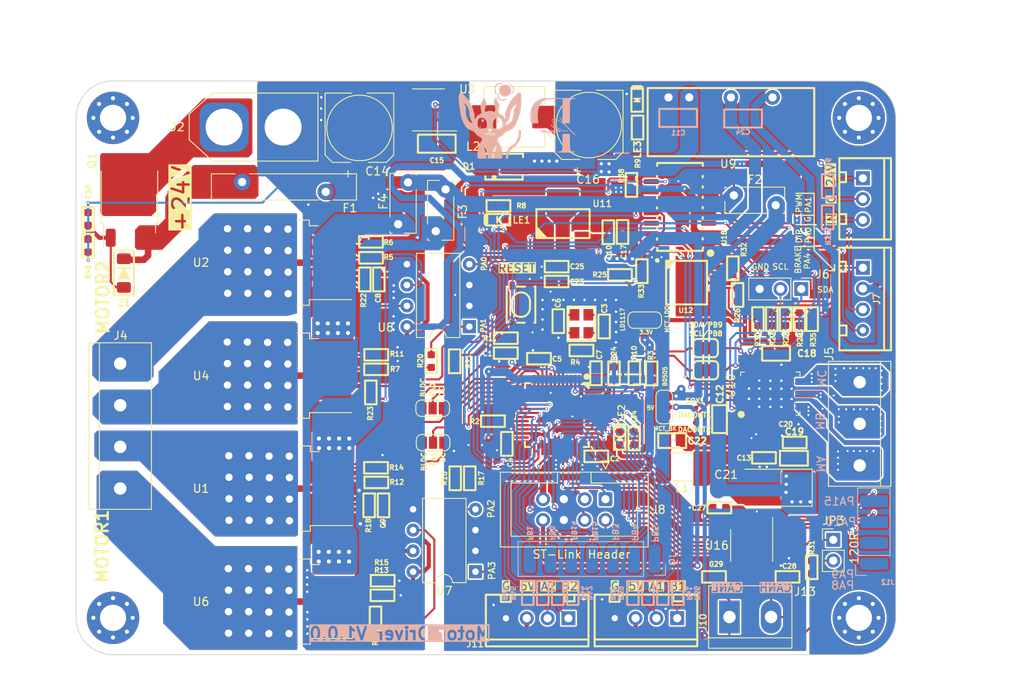
<source format=kicad_pcb>
(kicad_pcb (version 20221018) (generator pcbnew)
  (layers (0 "F.Cu" signal) (31 "B.Cu" signal) (34 "B.Paste" user) (35 "F.Paste" user) (36 "B.SilkS" user "B.Silkscreen") (37 "F.SilkS" user "F.Silkscreen") (38 "B.Mask" user) (39 "F.Mask" user) (44 "Edge.Cuts" user))
  (net 0 "")
  (net 1 "GND")
  (net 2 "/STM32F103/RST")
  (net 3 "/STM32F103/OSC_IN")
  (net 4 "/STM32F103/OSC_OUT")
  (net 5 "/BTS7960/+5V_CS")
  (net 6 "GNDD")
  (net 7 "+5V")
  (net 8 "+3V3")
  (net 9 "/MCT8316/DVDD")
  (net 10 "Net-(U10-DGND)")
  (net 11 "Net-(U10-CPL)")
  (net 12 "Net-(U10-CPH)")
  (net 13 "+24V")
  (net 14 "/Power Supply/XL1509_OUT")
  (net 15 "/MCT8316/AVDD")
  (net 16 "Net-(U10-CP)")
  (net 17 "/STM32F103/PC13")
  (net 18 "/MCT8316/BUCK")
  (net 19 "/TJA1050/CANH")
  (net 20 "/TJA1050/CANL")
  (net 21 "/BTS7960/+24V_CS")
  (net 22 "/BTS7960/+24V_M1")
  (net 23 "/BTS7960/+24V_M2")
  (net 25 "/STM32F103/SWCLK")
  (net 26 "/STM32F103/RX_LOG")
  (net 27 "/STM32F103/SWDIO")
  (net 28 "/STM32F103/TX_LOG")
  (net 29 "+5VA")
  (net 30 "/BTS7960/Motor_L1")
  (net 31 "/BTS7960/Motor_R1")
  (net 32 "/BTS7960/Motor_L2")
  (net 33 "/BTS7960/Motor_R2")
  (net 34 "/MCT8316/MA")
  (net 35 "/MCT8316/MB")
  (net 36 "/MCT8316/MC")
  (net 37 "/MCT8316/MCT_SCL")
  (net 38 "/MCT8316/+3V3_MCU")
  (net 39 "/BTS7960/En.EnB_1")
  (net 40 "/BTS7960/En.EnA_1")
  (net 41 "/BTS7960/En.EnB_2")
  (net 42 "/BTS7960/En.EnA_2")
  (net 43 "Net-(LE1-Pad1)")
  (net 44 "Net-(LE2-Pad2)")
  (net 45 "Net-(U2-SR)")
  (net 46 "Net-(U2-IS)")
  (net 47 "Net-(U4-SR)")
  (net 48 "Net-(U4-IS)")
  (net 49 "Net-(U1-SR)")
  (net 50 "Net-(U6-SR)")
  (net 51 "Net-(U1-IS)")
  (net 52 "Net-(U6-IS)")
  (net 53 "/MCT8316/MCT.SDA")
  (net 54 "Net-(U7-A2)")
  (net 55 "/MCT8316/MCT.SCL")
  (net 56 "Net-(U7-A1)")
  (net 57 "/BTS7960/PWM_DC_L1")
  (net 58 "/BTS7960/PWM_DC_R1")
  (net 59 "/BTS7960/BTS.PWM_L1")
  (net 60 "Net-(U8-A1)")
  (net 61 "/BTS7960/BTS.PWM_R1")
  (net 62 "Net-(U8-A2)")
  (net 63 "/BTS7960/PWM_DC_L2")
  (net 64 "/BTS7960/PWM_DC_R2")
  (net 65 "Net-(U12-INB)")
  (net 66 "/MCT8316/PWM_BLDC")
  (net 67 "/MCT8316/MCT_FG")
  (net 68 "/MCT8316/MCT_FAULT")
  (net 69 "Net-(U12-INA)")
  (net 70 "Net-(U10-DRVOFF)")
  (net 77 "/MCT8316/MCT_DIR")
  (net 78 "/MCT8316/MCT_BRAKE")
  (net 79 "/MCT8316/MCT_SOX")
  (net 80 "/MCT8316/PA5")
  (net 81 "/MCT8316/MCT_DACOUT1")
  (net 84 "Net-(JP3-B)")
  (net 85 "/MCT8316/MCT_SDA")
  (net 88 "/STM32F103/PB0")
  (net 89 "/STM32F103/PB1")
  (net 90 "/STM32F103/PB3")
  (net 91 "Net-(U5-PB2{slash}BOOT1)")
  (net 92 "/STM32F103/PB4")
  (net 93 "/STM32F103/PB5")
  (net 94 "/STM32F103/PB14")
  (net 95 "/STM32F103/PB15")
  (net 96 "/STM32F103/PA8")
  (net 97 "/STM32F103/PA9")
  (net 98 "Net-(U5-BOOT0)")
  (net 99 "/STM32F103/CANRX")
  (net 100 "/STM32F103/CANTX")
  (net 101 "Net-(LE3-Pad1)")
  (net 102 "/BTS7960/BTS.PWM_L2")
  (net 103 "/BTS7960/BTS.PWM_R2")
  (net 104 "Net-(J1-Pin_2)")
  (net 105 "/MCT8316/MCT_DACOUT2")
  (net 106 "Net-(J1-Pin_3)")
  (net 107 "Net-(R37-Pad2)")
  (net 108 "/STM32F103/MCU_PA1")
  (net 109 "/STM32F103/MCU_PA0")
  (net 110 "/STM32F103/PA10")
  (net 111 "/MCT8316/MCT.FG")
  (net 112 "/MCT8316/MCT.FAULT")
  (net 113 "/MCT8316/MCT.BRAKE")
  (net 114 "/MCT8316/MCT.DIR")
  (net 115 "/MCT8316/MCT.PWM")
  (net 116 "/STM32F103/PA15")
  (net 117 "Net-(Q1-G)")
  (net 118 "Net-(J10-Pin_1)")
  (net 119 "Net-(J10-Pin_2)")
  (net 120 "Net-(J11-Pin_1)")
  (net 121 "Net-(J11-Pin_2)")
  (net 122 "/Power Supply/S")
  (net 123 "/MCT8316/VM")
  (net 124 "/MCT8316/SW_BUCK")
  (footprint "Package_DIP:DIP-8_W7.62mm" (layer "F.Cu") (at 147.025 109.225 180)
    (fp_text reference "U8")
    (fp_text value "HCPL-2631")
  )
  (footprint "IVS_FOOTPRINTS:C_0603" (layer "F.Cu") (at 162.51 125.0475)
    (fp_text reference "C2")
    (fp_text value "100nF")
  )
  (footprint "IVS_FOOTPRINTS:C_0805" (layer "F.Cu") (at 177.55 120.5 -90)
    (fp_text reference "C12")
    (fp_text value "1uF")
  )
  (footprint "IVS_FOOTPRINTS:R_0603" (layer "F.Cu") (at 147.075 127.725 -90)
    (fp_text reference "R17")
    (fp_text value "240R")
  )
  (footprint "Connector_PinHeader_2.54mm:PinHeader_1x02_P2.54mm_Vertical" (layer "F.Cu") (at 191.43 135.23)
    (fp_text reference "JP3")
    (fp_text value "SolderJumper_2_Open")
  )
  (footprint "IVS_FOOTPRINTS:SOIC-8_5.23x5.23mm_P1.27mm" (layer "F.Cu") (at 173.525 103.861804)
    (fp_text reference "U12")
    (fp_text value "ISO7721DR" hide)
  )
  (footprint "Fuse:Fuse_Bourns_MF-RG300" (layer "F.Cu") (at 144.125 92.475 -90)
    (fp_text reference "F3")
    (fp_text value "30V/1.1A")
  )
  (footprint "IVS_FOOTPRINTS:Conn-Vert-THT-4P-2.54mm-S4B_XH_SM4_TB" (layer "F.Cu") (at 155.3 144.8 -90)
    (fp_text reference "J11")
    (fp_text value "Screw_Terminal_01x04")
  )
  (footprint "IVS_FOOTPRINTS:TerminalBlock_bornier-2_P5.08mm" (layer "F.Cu") (at 178.76 144.65)
    (fp_text reference "J13")
    (fp_text value "Screw_Terminal_01x02")
  )
  (footprint "Inductor_SMD:L_1812_4532Metric" (layer "F.Cu") (at 172.975 126.35)
    (fp_text reference "L1")
    (fp_text value "47uH")
  )
  (footprint "IVS_FOOTPRINTS:Conn-Vert-THT-4P-2.54mm-S4B_XH_SM4_TB" (layer "F.Cu") (at 195.04 105.85)
    (fp_text reference "J7")
    (fp_text value "Conn_01x04_Male")
  )
  (footprint "IVS_FOOTPRINTS:R_0603" (layer "F.Cu") (at 135 117.25 -90)
    (fp_text reference "R23")
    (fp_text value "10K")
  )
  (footprint "Capacitor_Tantalum_SMD:CP_EIA-7343-15_Kemet-W_Pad2.25x2.55mm_HandSolder" (layer "F.Cu") (at 184.275 128.875 180)
    (fp_text reference "C21")
    (fp_text value "22uF/25V")
  )
  (footprint "IVS_FOOTPRINTS:C_0603" (layer "F.Cu") (at 135.975 103.46213 -90)
    (fp_text reference "C8")
    (fp_text value "100nF")
  )
  (footprint "IVS_FOOTPRINTS:C_0603" (layer "F.Cu") (at 165.715 97.67 90)
    (fp_text reference "C17")
    (fp_text value "10uF")
  )
  (footprint "Fuse:Fuse_Bourns_MF-RG300" (layer "F.Cu") (at 179.3 93.2)
    (fp_text reference "F2")
    (fp_text value "30V/3A")
  )
  (footprint "IVS_FOOTPRINTS:R_0603" (layer "F.Cu") (at 150.575 94.485)
    (fp_text reference "R8")
    (fp_text value "1k")
  )
  (footprint "IVS_FOOTPRINTS:SolderJumper-2_P1.3mm_Open_RoundedPad1.0x1.5mm" (layer "F.Cu") (at 175.85 114.55)
    (fp_text reference "SCL/PB8")
    (fp_text value "SolderJumper_2_Open" hide)
  )
  (footprint "IVS_FOOTPRINTS:R_0603" (layer "F.Cu") (at 100.5 99.35 -90)
    (fp_text reference "R46")
    (fp_text value "100k")
  )
  (footprint "IVS_FOOTPRINTS:TerminalBlock_bornier-4_P5.08mm" (layer "F.Cu") (at 104.425 113.73 -90)
    (fp_text reference "J4")
    (fp_text value "Screw_Terminal_01x04")
  )
  (footprint "Jumper:SolderJumper-3_P1.3mm_Open_RoundedPad1.0x1.5mm_NumberLabels" (layer "F.Cu") (at 142.55 119.175 180)
    (fp_text reference "S4" hide)
    (fp_text value "SolderJump3P")
  )
  (footprint "IVS_FOOTPRINTS:R_0603" (layer "F.Cu") (at 149.9 120.7525)
    (fp_text reference "R2")
    (fp_text value "10k")
  )
  (footprint "IVS_FOOTPRINTS:R_0603" (layer "F.Cu") (at 188.8 138.575 -90)
    (fp_text reference "R31")
    (fp_text value "120R")
  )
  (footprint "IVS_FOOTPRINTS:VQFN-40-1EP_7x7mm_P0.5mm_EP5.7x3.7mm_ThermalVias" (layer "F.Cu") (at 183.75 117.425 90)
    (fp_text reference "U10")
    (fp_text value "MCT8316")
  )
  (footprint "Package_DIP:DIP-8_W7.62mm" (layer "F.Cu") (at 147.775 139.125 180)
    (fp_text reference "U7")
    (fp_text value "HCPL-2631")
  )
  (footprint "IVS_FOOTPRINTS:MountingHole_3.2mm_M3_Pad_Via" (layer "F.Cu") (at 103.55 83.75)
    (fp_text reference "H1" hide)
    (fp_text value "MountingHole")
  )
  (footprint "IVS_FOOTPRINTS:R_0603" (layer "F.Cu") (at 134.265 103.46213 -90)
    (fp_text reference "R22")
    (fp_text value "10K")
  )
  (footprint "Package_SO:SOIC-8_3.9x4.9mm_P1.27mm" (layer "F.Cu") (at 142.05 82.775 180)
    (fp_text reference "U3")
    (fp_text value "XL1509-5.0")
  )
  (footprint "IVS_FOOTPRINTS:R_0603" (layer "F.Cu") (at 136.425 142)
    (fp_text reference "R13")
    (fp_text value "10K")
  )
  (footprint "IVS_FOOTPRINTS:R_0603" (layer "F.Cu") (at 182.238333 108.3 -90)
    (fp_text reference "R30")
    (fp_text value "5K1")
  )
  (footprint "IVS_FOOTPRINTS:Conn-Vert-THT-2P-7.20mm-XT60_F" (layer "F.Cu") (at 117.1 84.875)
    (fp_text reference "J2")
    (fp_text value "Screw_Terminal_01x02")
  )
  (footprint "Jumper:SolderJumper-3_P1.3mm_Open_RoundedPad1.0x1.5mm_NumberLabels" (layer "F.Cu") (at 170.8 119.025 -90)
    (fp_text reference "S1" hide)
    (fp_text value "SolderJump3P")
  )
  (footprint "IVS_FOOTPRINTS:R_0603" (layer "F.Cu") (at 135.65 114.425)
    (fp_text reference "R7")
    (fp_text value "10K")
  )
  (footprint "IVS_FOOTPRINTS:C_0805" (layer "F.Cu") (at 184.45 112.475)
    (fp_text reference "C18")
    (fp_text value "1uF")
  )
  (footprint "IVS_FOOTPRINTS:TestPoint_Pad_D1.0mm" (layer "F.Cu") (at 174.575 120.95 90)
    (fp_text reference "DACOUT2")
    (fp_text value "TestPoint" hide)
  )
  (footprint "IVS_FOOTPRINTS:Crystal-SMD-4P-3.2x2.6mm-3225" (layer "F.Cu") (at 160.7 108.8775 90)
    (fp_text reference "Y1" hide)
    (fp_text value "8Mhz")
  )
  (footprint "IVS_FOOTPRINTS:TO-263-7_TabPin8" (layer "F.Cu") (at 122.675 101.41713 180)
    (fp_text reference "U2")
    (fp_text value "~")
  )
  (footprint "IVS_FOOTPRINTS:SOIC-16W_5.3x10.2mm_P1.27mm" (layer "F.Cu") (at 172.725 94.7 180)
    (fp_text reference "U18")
    (fp_text value "~" hide)
  )
  (footprint "Connector_IDC:IDC-Header_2x04_P2.54mm_Vertical" (layer "F.Cu") (at 163.635 130.2725 -90)
    (fp_text reference "J8")
    (fp_text value "Conn_02x04_Odd_Even")
  )
  (footprint "IVS_FOOTPRINTS:Package-IC-LQFP-48P-7x7mm-P0.5mm" (layer "F.Cu") (at 157.7 120 -90)
    (fp_text reference "U5" hide)
    (fp_text value "MCU_STM32F103C8Tx")
  )
  (footprint "IVS_FOOTPRINTS:Conn-Vert-THT-4P-2.54mm-S4B_XH_SM4_TB" (layer "F.Cu") (at 168.575 144.79 -90)
    (fp_text reference "J10")
    (fp_text value "Screw_Terminal_01x04")
  )
  (footprint "IVS_FOOTPRINTS:R_0603" (layer "F.Cu") (at 145.3 127.725 -90)
    (fp_text reference "R16")
    (fp_text value "240R")
  )
  (footprint "IVS_FOOTPRINTS:R_0603" (layer "F.Cu") (at 164.675 114.925 -90)
    (fp_text reference "R24")
    (fp_text value "4k7")
  )
  (footprint "Package_SO:SOIC-8_3.9x4.9mm_P1.27mm" (layer "F.Cu") (at 181.475 135.925 -90)
    (fp_text reference "U16")
    (fp_text value "TJA1051T")
  )
  (footprint "IVS_FOOTPRINTS:SolderJumper-2_P1.3mm_Open_RoundedPad1.0x1.5mm" (layer "F.Cu") (at 175.825 111.85)
    (fp_text reference "SDA/PB9")
    (fp_text value "SolderJumper_2_Open" hide)
  )
  (footprint "IVS_FOOTPRINTS:C_0603" (layer "F.Cu") (at 176.875 139.75 180)
    (fp_text reference "C29")
    (fp_text value "30pF")
  )
  (footprint "IVS_FOOTPRINTS:TO-263-7_TabPin8" (layer "F.Cu") (at 122.8 128.98287 180)
    (fp_text reference "U1")
    (fp_text value "~")
  )
  (footprint "Jumper:SolderJumper-3_P1.3mm_Open_RoundedPad1.0x1.5mm_NumberLabels" (layer "F.Cu") (at 168.425 108.425)
    (fp_text reference "S2" hide)
    (fp_text value "SolderJump3P")
  )
  (footprint "IVS_FOOTPRINTS:R_0603" (layer "F.Cu") (at 142.375 113.425 90)
    (fp_text reference "R20")
    (fp_text value "240R")
  )
  (footprint "IVS_FOOTPRINTS:C_0603" (layer "F.Cu") (at 163.975 97.7 90)
    (fp_text reference "C10")
    (fp_text value "100nF")
  )
  (footprint "IVS_FOOTPRINTS:R_0603" (layer "F.Cu") (at 135.66 112.66)
    (fp_text reference "R11")
    (fp_text value "10K")
  )
  (footprint "IVS_FOOTPRINTS:C_0603" (layer "F.Cu") (at 157.675 103.71 180)
    (fp_text reference "C23")
    (fp_text value "10uF")
  )
  (footprint "IVS_FOOTPRINTS:C_0603" (layer "F.Cu") (at 151.6 123.525 -90)
    (fp_text reference "C4")
    (fp_text value "100nF")
  )
  (footprint "IVS_FOOTPRINTS:C_0603" (layer "F.Cu") (at 163.47 109.2025 -90)
    (fp_text reference "C3")
    (fp_text value "22pF")
  )
  (footprint "IVS_FOOTPRINTS:LED_0603" (layer "F.Cu") (at 150.61 96.175)
    (fp_text reference "LE1")
    (fp_text value "Led")
  )
  (footprint "IVS_FOOTPRINTS:C_0603" (layer "F.Cu") (at 100.5 96.075 90)
    (fp_text reference "C30")
    (fp_text value "100nF")
  )
  (footprint "IVS_FOOTPRINTS:Conn-Vert-THT-3P-2.54mm-S3B_XH_SM4_TB" (layer "F.Cu") (at 195.04 93.655)
    (fp_text reference "J1" hide)
    (fp_text value "Conn_01x03_Pin")
  )
  (footprint "IVS_FOOTPRINTS:C_0603" (layer "F.Cu") (at 157.875 108.5525 -90)
    (fp_text reference "C6")
    (fp_text value "22pF")
  )
  (footprint "IVS_FOOTPRINTS:C_0603" (layer "F.Cu") (at 177.525 131.3 180)
    (fp_text reference "C27")
    (fp_text value "100nF")
  )
  (footprint "IVS_FOOTPRINTS:R_0603" (layer "F.Cu") (at 167.55 84.925 90)
    (fp_text reference "R9")
    (fp_text value "1K")
  )
  (footprint "IVS_FOOTPRINTS:Package-Diode-D_SMA" (layer "F.Cu") (at 151.125 89.725)
    (fp_text reference "D1")
    (fp_text value "D_Diode")
  )
  (footprint "IVS_FOOTPRINTS:MountingHole_3.2mm_M3_Pad_Via" (layer "F.Cu") (at 194.55 83.75)
    (fp_text reference "H3" hide)
    (fp_text value "MountingHole")
  )
  (footprint "IVS_FOOTPRINTS:TO-263-7_TabPin8" (layer "F.Cu") (at 122.7 115.2 180)
    (fp_text reference "U4")
    (fp_text value "~")
  )
  (footprint "IVS_FOOTPRINTS:C_0603" (layer "F.Cu") (at 157.675 101.9 180)
    (fp_text reference "C25")
    (fp_text value "100nF")
  )
  (footprint "IVS_FOOTPRINTS:C_0603" (layer "F.Cu") (at 151.475 112.45)
    (fp_text reference "C1")
    (fp_text value "10pF")
  )
  (footprint "IVS_FOOTPRINTS:Package-Diode-D_MiniMELF" (layer "F.Cu") (at 104.875 102.65 -90)
    (fp_text reference "Z1")
    (fp_text value "15V")
  )
  (footprint "IVS_FOOTPRINTS:PowerSupply-DCDC-Isolate-2W-BxxxxS" (layer "F.Cu") (at 171.325 81.25)
    (fp_text reference "U9")
    (fp_text value "B0505S")
  )
  (footprint "IVS_FOOTPRINTS:ButtonPush-Vert-SMD-4P-SPST_PTS810" (layer "F.Cu") (at 153.35 106.575 90)
    (fp_text reference "SW1" hide)
    (fp_text value "SW_Push" hide)
  )
  (footprint "IVS_FOOTPRINTS:C_1206" (layer "F.Cu") (at 143.05 86.9 180)
    (fp_text reference "C15")
    (fp_text value "1uF")
  )
  (footprint "Package_TO_SOT_SMD:TO-252-2" (layer "F.Cu") (at 105.55 93.335 90)
    (fp_text reference "Q1")
    (fp_text value "P_Mosfet")
  )
  (footprint "IVS_FOOTPRINTS:TO-263-7_TabPin8" (layer "F.Cu") (at 122.8 142.765741 180)
    (fp_text reference "U6")
    (fp_text value "~")
  )
  (footprint "IVS_FOOTPRINTS:LED_0603" (layer "F.Cu") (at 167.5 81.6 -90)
    (fp_text reference "LE3")
    (fp_text value "Led")
  )
  (footprint "IVS_FOOTPRINTS:C_0603" (layer "F.Cu") (at 155.525 113.125 180)
    (fp_text reference "C5")
    (fp_text value "100nF")
  )
  (footprint "IVS_FOOTPRINTS:C_0805" (layer "F.Cu") (at 171.775 123.125 180)
    (fp_text reference "C22")
    (fp_text value "1uF")
  )
  (footprint "IVS_FOOTPRINTS:C_0603" (layer "F.Cu") (at 182.975 125.225)
    (fp_text reference "C13")
    (fp_text value "47nF")
  )
  (footprint "IVS_FOOTPRINTS:C_0603" (layer "F.Cu") (at 162.475 114.9 90)
    (fp_text reference "C7")
    (fp_text value "100nF")
  )
  (footprint "IVS_FOOTPRINTS:CP-Alu-SMD-8x10.5mm" (layer "F.Cu") (at 161.5 84.575 90)
    (fp_text reference "C16")
    (fp_text value "470uF/16V")
  )
  (footprint "IVS_FOOTPRINTS:R_0603" (layer "F.Cu") (at 165.4 102.9)
    (fp_text reference "R25")
    (fp_text value "330R")
  )
  (footprint "IVS_FOOTPRINTS:R_0603" (layer "F.Cu") (at 145.225 113.45 90)
    (fp_text reference "R21")
    (fp_text value "240R")
  )
  (footprint "IVS_FOOTPRINTS:MountingHole_3.2mm_M3_Pad_Via" (layer "F.Cu") (at 103.55 144.75)
    (fp_text reference "H2" hide)
    (fp_text value "MountingHole")
  )
  (footprint "IVS_FOOTPRINTS:R_0603" (layer "F.Cu") (at 135.64 126.44287)
    (fp_text reference "R14")
    (fp_text value "10K")
  )
  (footprint "IVS_FOOTPRINTS:LED_0603" (layer "F.Cu") (at 165.375 122.85 -90)
    (fp_text reference "LE2")
    (fp_text value "Led")
  )
  (footprint "IVS_FOOTPRINTS:R_0603" (layer "F.Cu") (at 136.45 140.225741)
    (fp_text reference "R15")
    (fp_text value "10K")
  )
  (footprint "IVS_FOOTPRINTS:R_0603" (layer "F.Cu") (at 183.921667 108.3 -90)
    (fp_text reference "R27")
    (fp_text value "5K1")
  )
  (footprint "IVS_FOOTPRINTS:TerminalBlock_bornier-3_P5.08mm" (layer "F.Cu") (at 194.65 126.155 90)
    (fp_text reference "J5")
    (fp_text value "Screw_Terminal_01x03")
  )
  (footprint "IVS_FOOTPRINTS:R_0603" (layer "F.Cu") (at 187.288333 108.3 -90)
    (fp_text reference "R29")
    (fp_text value "5K1")
  )
  (footprint "Fuse:Fuse_Bourns_MF-RG300" (layer "F.Cu") (at 139.54 91.62 -90)
    (fp_text reference "F4")
    (fp_text value "30V/1.1A")
  )
  (footprint "IVS_FOOTPRINTS:R_0603" (layer "F.Cu") (at 188.855 108.3 -90)
    (fp_text reference "R35")
    (fp_text value "1K")
  )
  (footprint "IVS_FOOTPRINTS:R_0603" (layer "F.Cu") (at 185.605 108.3 -90)
    (fp_text reference "R28")
    (fp_text value "5K1")
  )
  (footprint "IVS_FOOTPRINTS:R_0603" (layer "F.Cu") (at 135.025 98.87713)
    (fp_text reference "R6")
    (fp_text value "10K")
  )
  (footprint "IVS_FOOTPRINTS:R_0603" (layer "F.Cu") (at 168.075 102.45 -90)
    (fp_text reference "R33")
    (fp_text value "1K")
  )
  (footprint "IVS_FOOTPRINTS:CP-Alu-SMD-8x10.5mm" (layer "F.Cu") (at 133.525 84.925 90)
    (fp_text reference "C14")
    (fp_text value "220uF/35V")
  )
  (footprint "IVS_FOOTPRINTS:R_0603" (layer "F.Cu") (at 169.275 114.925 -90)
    (fp_text reference "R3")
    (fp_text value "10K")
  )
  (footprint "IVS_FOOTPRINTS:R_0603" (layer "F.Cu") (at 166.8 91.925 -90)
    (fp_text reference "R38")
    (fp_text value "1K")
  )
  (footprint "IVS_FOOTPRINTS:C_0805" (layer "F.Cu") (at 186.625 125.275)
    (fp_text reference "C19")
    (fp_text value "1uF")
  )
  (footprint "Fuse:Fuse_Bourns_MF-RHT1000" (layer "F.Cu") (at 119.3 91.575)
    (fp_text reference "F1")
    (fp_text value "30V/5A")
  )
  (footprint "IVS_FOOTPRINTS:R_0603" (layer "F.Cu") (at 179.75 105.35 90)
    (fp_text reference "R26")
    (fp_text value "1K")
  )
  (footprint "IVS_FOOTPRINTS:MountingHole_3.2mm_M3_Pad_Via" (layer "F.Cu") (at 194.55 144.75)
    (fp_text reference "H4" hide)
    (fp_text value "MountingHole")
  )
  (footprint "IVS_FOOTPRINTS:R_0603" (layer "F.Cu") (at 167.15 114.9 -90)
    (fp_text reference "R10")
    (fp_text value "4k7")
  )
  (footprint "IVS_FOOTPRINTS:R_0603" (layer "F.Cu") (at 167.125 122.85 -90)
    (fp_text reference "R34")
    (fp_text value "2K2")
  )
  (footprint "Connector_PinHeader_2.54mm:PinHeader_1x03_P2.54mm_Vertical" (layer "F.Cu") (at 187.525 104.625 -90)
    (fp_text reference "J6")
    (fp_text value "Screw_Terminal_01x03")
  )
  (footprint "Jumper:SolderJumper-3_P1.3mm_Open_RoundedPad1.0x1.5mm_NumberLabels" (layer "F.Cu") (at 142.6 123.375 180)
    (fp_text reference "S3" hide)
    (fp_text value "SolderJump3P")
  )
  (footprint "IVS_FOOTPRINTS:R_0603" (layer "F.Cu") (at 135.025 100.82213)
    (fp_text reference "R5")
    (fp_text value "10K")
  )
  (footprint "IVS_FOOTPRINTS:TestPoint_Pad_D1.0mm" (layer "F.Cu") (at 174.625 119.175 90)
    (fp_text reference "DACOUT1")
    (fp_text value "TestPoint" hide)
  )
  (footprint "IVS_FOOTPRINTS:R_0603" (layer "F.Cu") (at 135.575 144.825 -90)
    (fp_text reference "R19")
    (fp_text value "10K")
  )
  (footprint "IVS_FOOTPRINTS:R_0603" (layer "F.Cu") (at 160.7 112.1275 180)
    (fp_text reference "R4")
    (fp_text value "1M")
  )
  (footprint "IVS_FOOTPRINTS:SOT233" (layer "F.Cu") (at 158.3 96.59)
    (fp_text reference "U11")
    (fp_text value "LD1117")
  )
  (footprint "IVS_FOOTPRINTS:C_0603" (layer "F.Cu") (at 185.85 139.75)
    (fp_text reference "C28")
    (fp_text value "30pF")
  )
  (footprint "IVS_FOOTPRINTS:R_0603" (layer "F.Cu") (at 134.8 131.025 -90)
    (fp_text reference "R18")
    (fp_text value "10K")
  )
  (footprint "Inductor_SMD:L_7.3x7.3_H4.5" (layer "F.Cu") (at 152.525 83.625 180)
    (fp_text reference "L2")
    (fp_text value "47uH")
  )
  (footprint "IVS_FOOTPRINTS:TestPoint_Pad_D1.0mm" (layer "F.Cu") (at 174.675 117.45 90)
    (fp_text reference "SOX1")
    (fp_text value "TestPoint" hide)
  )
  (footprint "IVS_FOOTPRINTS:C_0603" (layer "F.Cu") (at 186.725 123.35)
    (fp_text reference "C20")
    (fp_text value "100nF")
  )
  (footprint "IVS_FOOTPRINTS:R_0603" (layer "F.Cu") (at 135.675 128.225)
    (fp_text reference "R12")
    (fp_text value "10K")
  )
  (footprint "IVS_FOOTPRINTS:C_0603" (layer "F.Cu") (at 136.55 131.02787 -90)
    (fp_text reference "C9")
    (fp_text value "100nF")
  )
  (footprint "IVS_FOOTPRINTS:R_0603" (layer "F.Cu") (at 151.475 110.625)
    (fp_text reference "R1")
    (fp_text value "10k")
  )
  (footprint "IVS_FOOTPRINTS:R_0603" (layer "F.Cu") (at 179.175 102.1 90)
    (fp_text reference "R32")
    (fp_text value "330R")
  )
  (footprint "IVS_FOOTPRINTS:R_0603" (layer "B.Cu") (at 170.641666 141.725 -90)
    (fp_text reference "R39")
    (fp_text value "2K")
  )
  (footprint "IVS_FOOTPRINTS:R_0603" (layer "B.Cu") (at 172.475 141.725 90)
    (fp_text reference "R36")
    (fp_text value "1K")
  )
  (footprint "IVS_FOOTPRINTS:R_0603" (layer "B.Cu") (at 190.75 95.875 -90)
    (fp_text reference "R37")
    (fp_text value "1K")
  )
  (footprint "IVS_FOOTPRINTS:R_0603" (layer "B.Cu") (at 157.816666 141.725 90)
    (fp_text reference "R44")
    (fp_text value "1K")
  )
  (footprint "LOGO" (layer "B.Cu") (at 149.539604 84.023447 180)
    (fp_text reference "G***" hide)
    (fp_text value "LOGO" hide)
  )
  (footprint "IVS_FOOTPRINTS:R_0603" (layer "B.Cu") (at 155.983333 141.725 90)
    (fp_text reference "R45")
    (fp_text value "1K")
  )
  (footprint "IVS_FOOTPRINTS:R_0603" (layer "B.Cu") (at 166.975 141.725 -90)
    (fp_text reference "R40")
    (fp_text value "2K")
  )
  (footprint "IVS_FOOTPRINTS:Conn-Horz-SMD-4P-2.54mm-PinHeader" (layer "B.Cu") (at 196.4 138.15)
    (fp_text reference "J12")
    (fp_text value "Conn_01x04_Male" hide)
  )
  (footprint "IVS_FOOTPRINTS:C_0603" (layer "B.Cu") (at 190.75 92.075 90)
    (fp_text reference "C26")
    (fp_text value "10uF")
  )
  (footprint "IVS_FOOTPRINTS:Logo_Phap_F" (layer "B.Cu") (at 157.105193 84.681621 180)
    (fp_text reference "G***" hide)
    (fp_text value "LOGO" hide)
  )
  (footprint "IVS_FOOTPRINTS:R_0603" (layer "B.Cu") (at 168.808333 141.725 90)
    (fp_text reference "R41")
    (fp_text value "1K")
  )
  (footprint "IVS_FOOTPRINTS:C_1206" (layer "B.Cu") (at 172.5 83.75 180)
    (fp_text reference "C11")
    (fp_text value "4.7uF/16V")
  )
  (footprint "IVS_FOOTPRINTS:R_0603" (layer "B.Cu") (at 159.65 141.725 -90)
    (fp_text reference "R42")
    (fp_text value "2K")
  )
  (footprint "IVS_FOOTPRINTS:C_1206" (layer "B.Cu") (at 180.42 83.825)
    (fp_text reference "C24")
    (fp_text value "10uF/10V")
  )
  (footprint "IVS_FOOTPRINTS:R_0603" (layer "B.Cu") (at 154.15 141.725 -90)
    (fp_text reference "R43")
    (fp_text value "2K")
  )
  (footprint "IVS_FOOTPRINTS:Conn-Horz-SMD-7P-2.54mm-PinHeader" (layer "B.Cu") (at 169.625 137.55 90)
    (fp_text reference "J9")
    (fp_text value "Conn_01x07_Pin")
  )
  (gr_line (start 189.1 99.91) (end 191.58 102.39) (stroke (width 0.15)) (layer "F.SilkS"))
  (gr_line (start 189.12 95.63) (end 186.8 95.63) (stroke (width 0.15)) (layer "F.SilkS"))
  (gr_line (start 189.1 93.63) (end 189.1 99.91) (stroke (width 0.15)) (layer "F.SilkS"))
  (gr_line (start 191.58 101.67) (end 191.58 102.39) (stroke (width 0.15)) (layer "F.SilkS"))
  (gr_line (start 189.1 93.63) (end 189.1 92.95) (stroke (width 0.15)) (layer "F.SilkS"))
  (gr_line (start 189.1 96.77) (end 186.86 96.77) (stroke (width 0.15)) (layer "F.SilkS"))
  (gr_line (start 191.58 102.39) (end 191.58 101.67) (stroke (width 0.15)) (layer "F.SilkS"))
  (gr_line (start 189.1 92.95) (end 186.88 92.95) (stroke (width 0.15)) (layer "F.SilkS"))
  (gr_line (start 191.58 102.39) (end 190.88 102.39) (stroke (width 0.15)) (layer "F.SilkS"))
  (gr_line (start 189.1 99.45) (end 186.72 99.45) (stroke (width 0.15)) (layer "F.SilkS"))
  (gr_line (start 99.05 144.749996) (end 99.05 83.74) (stroke (width 0.1)) (layer "Edge.Cuts"))
  (gr_arc (start 99.05 83.74) (mid 100.368019 80.558019) (end 103.55 79.24) (stroke (width 0.1)) (layer "Edge.Cuts"))
  (gr_line (start 194.55 149.25) (end 103.55 149.25) (stroke (width 0.1)) (layer "Edge.Cuts"))
  (gr_arc (start 194.54095 79.239052) (mid 197.73 80.56) (end 199.050948 83.74905) (stroke (width 0.1)) (layer "Edge.Cuts"))
  (gr_arc (start 103.55 149.249996) (mid 100.36802 147.931978) (end 99.05 144.749998) (stroke (width 0.1)) (layer "Edge.Cuts"))
  (gr_arc (start 199.05 144.75) (mid 197.731981 147.931981) (end 194.55 149.25) (stroke (width 0.1)) (layer "Edge.Cuts"))
  (gr_line (start 199.05 83.75) (end 199.05 144.75) (stroke (width 0.1)) (layer "Edge.Cuts"))
  (gr_line (start 103.55 79.24) (end 194.55 79.24) (stroke (width 0.1)) (layer "Edge.Cuts"))
  (gr_text "PA9" (at 194.08 140.03) (layer "B.SilkS") (effects (font (size 1 1)) (justify left bottom mirror)))
  (gr_text "CANL" (at 180.47 141.67) (layer "B.SilkS" knockout) (effects (font (size 1 1)) (justify left bottom mirror)))
  (gr_text "PB1" (at 154.06 135.41 270) (layer "B.SilkS") (effects (font (size 0.6 0.6)) (justify left bottom mirror)))
  (gr_text "PB5" (at 169.26 135.62 270) (layer "B.SilkS") (effects (font (size 0.7 0.7)) (justify left bottom mirror)))
  (gr_text "CANH" (at 186.45 141.67) (layer "B.SilkS" knockout) (effects (font (size 1 1)) (justify left bottom mirror)))
  (gr_text "PA10" (at 194.34 133.62) (layer "B.SilkS") (effects (font (size 1 1)) (justify left bottom mirror)))
  (gr_text "PA15" (at 194.14 131.13) (layer "B.SilkS") (effects (font (size 1 1)) (justify left bottom mirror)))
  (gr_text "PB4" (at 166.8 135.47 270) (layer "B.SilkS") (effects (font (size 0.7 0.7)) (justify left bottom mirror)))
  (gr_text "PB14" (at 159.45 135.35 270) (layer "B.SilkS") (effects (font (size 0.6 0.6)) (justify left bottom mirror)))
  (gr_text "MA" (at 189.3 127.1 -90) (layer "B.SilkS") (effects (font (size 1 1)) (justify left bottom mirror)))
  (gr_text "PA8" (at 194.09 141.37) (layer "B.SilkS") (effects (font (size 1 1)) (justify left bottom mirror)))
  (gr_text "PB0" (at 156.74 135.38 270) (layer "B.SilkS") (effects (font (size 0.6 0.6)) (justify left bottom mirror)))
  (gr_text "MB" (at 189.2 121.95 -90) (layer "B.SilkS") (effects (font (size 1 1)) (justify left bottom mirror)))
  (gr_text "PB3" (at 164.4 135.41 270) (layer "B.SilkS") (effects (font (size 0.7 0.7)) (justify left bottom mirror)))
  (gr_text "MC" (at 189.4 116.7 -90) (layer "B.SilkS") (effects (font (size 1 1)) (justify left bottom mirror)))
  (gr_text "PB15" (at 161.99 135.43 270) (layer "B.SilkS") (effects (font (size 0.6 0.6)) (justify left bottom mirror)))
  (gr_text "Motor Driver V1.0.0" (at 149.72 147.56) (layer "B.SilkS" knockout) (effects (font (size 1.5 1.5) (thickness 0.3) bold) (justify left bottom mirror)))
  (gr_text "MOTOR1" (at 103.1 140.7 90) (layer "F.SilkS") (effects (font (size 1.5 1.5) (thickness 0.3)) (justify left bottom)))
  (gr_text "B0505" (at 171.19 116.58 90) (layer "F.SilkS") (effects (font (size 0.5 0.5) (thickness 0.125) bold) (justify left bottom)))
  (gr_text "120R" (at 194.58 138.28 90) (layer "F.SilkS") (effects (font (size 1 1)) (justify left bottom)))
  (gr_text "DC" (at 144.03 117.88 90) (layer "F.SilkS") (effects (font (size 0.6 0.6)) (justify left bottom)))
  (gr_text "G" (at 188.73 96.55 90) (layer "F.SilkS") (effects (font (size 0.7 0.7) (thickness 0.125)) (justify left bottom)))
  (gr_text "PA1" (at 143.01 126.335715 90) (layer "F.SilkS") (effects (font (size 0.6 0.6)) (justify left bottom)))
  (gr_text "24V" (at 191.72 92.22 90) (layer "F.SilkS" knockout) (effects (font (size 1 1)) (justify left bottom)))
  (gr_text "MOTOR2" (at 103.2 110.3 90) (layer "F.SilkS") (effects (font (size 1.5 1.5) (thickness 0.3)) (justify left bottom)))
  (gr_text "PA0" (at 142.91 117.88 90) (layer "F.SilkS") (effects (font (size 0.6 0.6)) (justify left bottom)))
  (gr_text "PA2" (at 150.15 132.67 90) (layer "F.SilkS") (effects (font (size 0.8 0.8)) (justify left bottom)))
  (gr_text "5V" (at 168.6 119.42) (layer "F.SilkS") (effects (font (size 0.5 0.5) (thickness 0.125) bold) (justify left bottom)))
  (gr_text "A1" (at 168.899364 141.47) (layer "F.SilkS" knockout) (effects (font (size 1 1)) (justify left bottom)))
  (gr_text "DIR\nPA0" (at 188.79 99.13 90) (layer "F.SilkS") (effects (font (size 0.7 0.7) (thickness 0.125)) (justify left bottom)))
  (gr_text "BLDC" (at 141.74 117.88 90) (layer "F.SilkS") (effects (font (size 0.6 0.6)) (justify left bottom)))
  (gr_text "DC" (at 144.13 125.85 90) (layer "F.SilkS") (effects (font (size 0.6 0.6)) (justify left bottom)))
  (gr_text "SCL" (at 183.93 102.32) (layer "F.SilkS") (effects (font (size 0.7 0.7) (thickness 0.125)) (justify left bottom)))
  (gr_text "G " (at 164.18 141.47) (layer "F.SilkS" knockout) (effects (font (size 1 1)) (justify left bottom)))
  (gr_text "B2" (at 158.199998 141.47) (layer "F.SilkS" knockout) (effects (font (size 1 1)) (justify left bottom)))
  (gr_text "MCT_LDO" (at 171.45 110.02 90) (layer "F.SilkS") (effects (font (size 0.5 0.5) (thickness 0.125) bold) (justify left bottom)))
  (gr_text "ST-Link Header" (at 154.66 137.59) (layer "F.SilkS") (effects (font (size 1 1)) (justify left bottom)))
  (gr_text "BLDC" (at 141.84 126.935714 90) (layer "F.SilkS") (effects (font (size 0.6 0.6)) (justify left bottom)))
  (gr_text "PWM\nPA1" (at 188.79 95.41 90) (layer "F.SilkS") (effects (font (size 0.7 0.7) (thickness 0.125)) (justify left bottom)))
  (gr_text "B1" (at 171.389999 141.47) (layer "F.SilkS" knockout) (effects (font (size 1 1)) (justify left bottom)))
  (gr_text "PA1" (at 149.07 110.02 90) (layer "F.SilkS") (effects (font (size 0.6 0.6)) (justify left bottom)))
  (gr_text "G" (at 191.79 94.31 90) (layer "F.SilkS" knockout) (effects (font (size 1 1)) (justify left bottom)))
  (gr_text "LD1117" (at 166.01 109.84 90) (layer "F.SilkS") (effects (font (size 0.5 0.5) (thickness 0.125) bold) (justify left bottom)))
  (gr_text "RESET" (at 150.44 102.67) (layer "F.SilkS" knockout) (effects (font (size 1 1)) (justify left bottom)))
  (gr_text "3.3V" (at 167.69 110.2) (layer "F.SilkS") (effects (font (size 0.5 0.5) (thickness 0.125) bold) (justify left bottom)))
  (gr_text "IN" (at 191.81 97 90) (layer "F.SilkS" knockout) (effects (font (size 1 1)) (justify left bottom)))
  (gr_text "MCT_BK" (at 169.41 121.95) (layer "F.SilkS") (effects (font (size 0.5 0.5) (thickness 0.125) bold) (justify left bottom)))
  (gr_text "A2" (at 155.67603 141.47) (layer "F.SilkS" knockout) (effects (font (size 1 1)) (justify left bottom)))
  (gr_text "BRAKE\n PA4" (at 188.67 102.84 90) (layer "F.SilkS") (effects (font (size 0.7 0.7) (thickness 0.125)) (justify left bottom)))
  (gr_text "5V\n" (at 166.337301 141.47) (layer "F.SilkS" knockout) (effects (font (size 1 1)) (justify left bottom)))
  (gr_text "PA0" (at 149.16 102.49 90) (layer "F.SilkS") (effects (font (size 0.6 0.6)) (justify left bottom)))
  (gr_text "5V\n" (at 153.080634 141.47) (layer "F.SilkS" knockout) (effects (font (size 1 1)) (justify left bottom)))
  (gr_text "PA3" (at 150.24 140.22 90) (layer "F.SilkS") (effects (font (size 0.8 0.8)) (justify left bottom)))
  (gr_text "G " (at 150.89 141.47) (layer "F.SilkS" knockout) (effects (font (size 1 1)) (justify left bottom)))
  (gr_text "GND" (at 181.39 102.34) (layer "F.SilkS") (effects (font (size 0.7 0.7) (thickness 0.125)) (justify left bottom)))
  (gr_text "SDA" (at 189.39 105.12) (layer "F.SilkS") (effects (font (size 0.7 0.7) (thickness 0.125)) (justify left bottom)))
  (gr_text "+24V" (at 113.03 97.79 90) (layer "F.SilkS" knockout) (effects (font (size 2 2) (thickness 0.3)) (justify left bottom)))
  (segment (start 149.15 98.25) (end 149.5 98.6) (width 0.25) (layer "F.Cu") (net 1))
  (segment (start 186.625 138.825) (end 186.625 139.75) (width 0.25) (layer "F.Cu") (net 1))
  (segment (start 163.0525 107.7775) (end 163.47 108.195) (width 0.25) (layer "F.Cu") (net 1))
  (segment (start 147.4 92.275) (end 148.175 91.5) (width 0.8) (layer "F.Cu") (net 1))
  (segment (start 157.875 109.725) (end 157.875 109.3275) (width 0.25) (layer "F.Cu") (net 1))
  (segment (start 160.3 91.5) (end 163.25 94.45) (width 0.8) (layer "F.Cu") (net 1))
  (segment (start 165.715 96.895) (end 164.005 96.895) (width 0.8) (layer "F.Cu") (net 1))
  (segment (start 158.1275 109.9775) (end 157.875 109.725) (width 0.25) (layer "F.Cu") (net 1))
  (segment (start 151.875 98.6) (end 153.125 97.35) (width 0.8) (layer "F.Cu") (net 1))
  (segment (start 147.775 134.045) (end 147.775 136.585) (width 1) (layer "F.Cu") (net 1))
  (segment (start 147.025 104.145) (end 147.025 106.685) (width 1.5) (layer "F.Cu") (net 1))
  (segment (start 148.5755 123.675) (end 146.925 123.675) (width 0.25) (layer "F.Cu") (net 1))
  (segment (start 155.425 97.35) (end 156.175 98.1) (width 0.8) (layer "F.Cu") (net 1))
  (segment (start 195.2 98.875) (end 197.075 100.75) (width 0.8) (layer "F.Cu") (net 1))
  (segment (start 159.6005 122.969526) (end 159.6005 120.1755) (width 0.25) (layer "F.Cu") (net 1))
  (segment (start 154.4 108.8875) (end 154.4 109.6) (width 0.25) (layer "F.Cu") (net 1))
  (segment (start 185.05 138.375) (end 185.025 138.4) (width 0.25) (layer "F.Cu") (net 1))
  (segment (start 174.425 96.55) (end 174.425 97.35) (width 0.8) (layer "F.Cu") (net 1))
  (segment (start 159.95 123.319026) (end 159.6005 122.969526) (width 0.25) (layer "F.Cu") (net 1))
  (segment (start 174.425 93.55) (end 174.425 96.55) (width 0.8) (layer "F.Cu") (net 1))
  (segment (start 153.125 97.35) (end 155.425 97.35) (width 0.8) (layer "F.Cu") (net 1))
  (segment (start 182.11 131.785) (end 182.1 131.775) (width 0.5) (layer "F.Cu") (net 1))
  (segment (start 173.275 92.4) (end 174.425 93.55) (width 0.8) (layer "F.Cu") (net 1))
  (segment (start 176.225 97.875) (end 177.975 97.875) (width 0.8) (layer "F.Cu") (net 1))
  (segment (start 147.4 98.375) (end 147.4 92.275) (width 0.8) (layer "F.Cu") (net 1))
  (segment (start 165.715 92.965) (end 165.525 92.775) (width 0.8) (layer "F.Cu") (net 1))
  (segment (start 163.47 108.195) (end 163.47 108.4275) (width 0.25) (layer "F.Cu") (net 1))
  (segment (start 150.7 113.425) (end 150.7 112.45) (width 0.25) (layer "F.Cu") (net 1))
  (segment (start 150.6625 113.4625) (end 150.7 113.425) (width 0.25) (layer "F.Cu") (net 1))
  (segment (start 197.075 100.75) (end 197.075 103.7) (width 0.8) (layer "F.Cu") (net 1))
  (segment (start 165.715 96.425) (end 165.715 94.45) (width 0.8) (layer "F.Cu") (net 1))
  (segment (start 154.4 103.4005) (end 154.4 104.2375) (width 0.25) (layer "F.Cu") (net 1))
  (segment (start 149.5 98.6) (end 151.875 98.6) (width 0.8) (layer "F.Cu") (net 1))
  (segment (start 152.12 121.68) (end 152.69 122.25) (width 0.25) (layer "F.Cu") (net 1))
  (segment (start 156.9 103.71) (end 156.9 104.925) (width 0.5) (layer "F.Cu") (net 1))
  (segment (start 151.6 124.3) (end 150.4 124.3) (width 0.25) (layer "F.Cu") (net 1))
  (segment (start 174.94 95.335) (end 174.425 95.85) (width 0.8) (layer "F.Cu") (net 1))
  (segment (start 162.475 114.125) (end 161.6 114.125) (width 0.25) (layer "F.Cu") (net 1))
  (segment (start 176.1 139.75) (end 176.1 138.775) (width 0.5) (layer "F.Cu") (net 1))
  (segment (start 178.975 98.875) (end 195.2 98.875) (width 0.8) (layer "F.Cu") (net 1))
  (segment (start 148.6255 120.253) (end 149.125 120.7525) (width 0.25) (layer "F.Cu") (net 1))
  (segment (start 169.225 92.795) (end 166.895 92.795) (width 0.5) (layer "F.Cu") (net 1))
  (segment (start 176.1 138.775) (end 176.7 138.175) (width 0.5) (layer "F.Cu") (net 1))
  (segment (start 197.075 103.7) (end 196.195 104.58) (width 0.8) (layer "F.Cu") (net 1))
  (segment (start 154.4 109.6) (end 154.725 109.925) (width 0.25) (layer "F.Cu") (net 1))
  (segment (start 161.8625 117.75) (end 160.65 117.75) (width 0.25) (layer "F.Cu") (net 1))
  (segment (start 159.6005 120.1755) (end 159.6 120.175) (width 0.25) (layer "F.Cu") (net 1))
  (segment (start 166.895 92.795) (end 166.8 92.7) (width 0.25) (layer "F.Cu") (net 1))
  (segment (start 159.85 109.9775) (end 158.1275 109.9775) (width 0.25) (layer "F.Cu") (net 1))
  (segment (start 149.15 96.25) (end 149.225 96.175) (width 0.25) (layer "F.Cu") (net 1))
  (segment (start 152.69 122.25) (end 153.5375 122.25) (width 0.25) (layer "F.Cu") (net 1))
  (segment (start 149.15 97.325) (end 149.15 96.25) (width 0.25) (layer "F.Cu") (net 1))
  (segment (start 163.25 94.45) (end 165.715 94.45) (width 0.8) (layer "F.Cu") (net 1))
  (segment (start 156.9 104.925) (end 156.925 104.95) (width 0.5) (layer "F.Cu") (net 1))
  (segment (start 182.11 133.45) (end 182.11 131.785) (width 0.5) (layer "F.Cu") (net 1))
  (segment (start 149.5 98.6) (end 147.625 98.6) (width 0.8) (layer "F.Cu") (net 1))
  (segment (start 149.225 96.175) (end 149.835 96.175) (width 0.25) (layer "F.Cu") (net 1))
  (segment (start 174.95 97.875) (end 176.225 97.875) (width 0.8) (layer "F.Cu") (net 1))
  (segment (start 154.75 112.125) (end 154.75 113.125) (width 0.25) (layer "F.Cu") (net 1))
  (segment (start 165.525 92.775) (end 166.725 92.775) (width 0.8) (layer "F.Cu") (net 1))
  (segment (start 155.85 101.9) (end 156.9 101.9) (width 0.5) (layer "F.Cu") (net 1))
  (segment (start 186.025 138.225) (end 186.625 138.825) (width 0.25) (layer "F.Cu") (net 1))
  (segment (start 156.175 98.1) (end 156.15 98.125) (width 0.8) (layer "F.Cu") (net 1))
  (segment (start 196.195 104.58) (end 195.04 104.58) (width 0.8) (layer "F.Cu") (net 1))
  (segment (start 174.425 95.85) (end 174.425 96.55) (width 0.8) (layer "F.Cu") (net 1))
  (segment (start 174.425 97.35) (end 174.95 97.875) (width 0.8) (layer "F.Cu") (net 1))
  (segment (start 186.025 137.475) (end 186.025 138.225) (width 0.25) (layer "F.Cu") (net 1))
  (segment (start 165.715 96.895) (end 165.715 96.425) (width 0.8) (layer "F.Cu") (net 1))
  (segment (start 148.6255 119.65) (end 148.6255 120.253) (width 0.25) (layer "F.Cu") (net 1))
  (segment (start 164.005 96.895) (end 163.975 96.925) (width 0.8) (layer "F.Cu") (net 1))
  (segment (start 165.715 94.45) (end 165.715 92.965) (width 0.8) (layer "F.Cu") (net 1))
  (segment (start 176.225 95.335) (end 174.94 95.335) (width 0.8) (layer "F.Cu") (net 1))
  (segment (start 147.625 98.6) (end 147.4 98.375) (width 0.8) (layer "F.Cu") (net 1))
  (segment (start 154.775 112.1) (end 154.75 112.125) (width 0.25) (layer "F.Cu") (net 1))
  (segment (start 177.975 97.875) (end 178.975 98.875) (width 0.8) (layer "F.Cu") (net 1))
  (segment (start 159.95 124.1625) (end 159.95 123.319026) (width 0.25) (layer "F.Cu") (net 1))
  (segment (start 149.15 97.325) (end 149.15 98.25) (width 0.25) (layer "F.Cu") (net 1))
  (segment (start 161.55 107.7775) (end 163.0525 107.7775) (width 0.25) (layer "F.Cu") (net 1))
  (segment (start 156.15 98.125) (end 156.15 99.775) (width 0.8) (layer "F.Cu") (net 1))
  (segment (start 166.725 92.775) (end 166.8 92.7) (width 0.8) (layer "F.Cu") (net 1))
  (segment (start 148.175 91.5) (end 160.3 91.5) (width 0.8) (layer "F.Cu") (net 1))
  (segment (start 176.75 131.3) (end 173.925 131.3) (width 0.5) (layer "F.Cu") (net 1))
  (segment (start 156.95 115.8375) (end 156.95 117.3) (width 0.25) (layer "F.Cu") (net 1))
  (segment (start 185.025 138.4) (end 183.38 138.4) (width 0.25) (layer "F.Cu") (net 1))
  (via blind (at 157.9 110.575) (size 0.6) (drill 0.3) (layers "F.Cu" "B.Cu") (net 1))
  (via blind (at 164.9 92.275) (size 0.4) (drill 0.25) (layers "F.Cu" "B.Cu") (net 1))
  (via blind (at 157.6 126.575) (size 0.4) (drill 0.25) (layers "F.Cu" "B.Cu") (net 1))
  (via blind (at 155.95 107.1025) (size 0.6) (drill 0.3) (layers "F.Cu" "B.Cu") (net 1))
  (via blind (at 155.95 108.3525) (size 0.6) (drill 0.3) (layers "F.Cu" "B.Cu") (net 1))
  (via blind (at 164.925 105.9525) (size 0.6) (drill 0.3) (layers "F.Cu" "B.Cu") (net 1))
  (via blind (at 163.642852 105.9525) (size 0.6) (drill 0.3) (layers "F.Cu" "B.Cu") (net 1))
  (via blind (at 162.65 126.25) (size 0.4) (drill 0.25) (layers "F.Cu" "B.Cu") (net 1))
  (via blind (at 152.12 121.68) (size 0.6) (drill 0.3) (layers "F.Cu" "B.Cu") (net 1))
  (via blind (at 156.925 104.95) (size 0.4) (drill 0.25) (layers "F.Cu" "B.Cu") (net 1))
  (via blind (at 154.725 109.925) (size 0.4) (drill 0.25) (layers "F.Cu" "B.Cu") (net 1))
  (via blind (at 173.925 131.3) (size 0.5) (drill 0.3) (layers "F.Cu" "B.Cu") (net 1))
  (via blind (at 159.6005 122.969526) (size 0.4) (drill 0.25) (layers "F.Cu" "B.Cu") (net 1))
  (via blind (at 148.6255 119.65) (size 0.6) (drill 0.3) (layers "F.Cu" "B.Cu") (net 1))
  (via blind (at 160.825 126.1) (size 0.4) (drill 0.25) (layers "F.Cu" "B.Cu") (net 1))
  (via blind (at 154.4 103.4005) (size 0.4) (drill 0.25) (layers "F.Cu" "B.Cu") (net 1))
  (via blind (at 163.125 126.65) (size 0.4) (drill 0.25) (layers "F.Cu" "B.Cu") (net 1))
  (via blind (at 148.5755 123.675) (size 0.4) (drill 0.25) (layers "F.Cu" "B.Cu") (net 1))
  (via blind (at 163.225 142.5) (size 0.6) (drill 0.3) (layers "F.Cu" "B.Cu") (net 1))
  (via blind (at 161.078568 105.9525) (size 0.6) (drill 0.3) (layers "F.Cu" "B.Cu") (net 1))
  (via blind (at 165.525 92.275) (size 0.4) (drill 0.25) (layers "F.Cu" "B.Cu") (net 1))
  (via blind (at 160.65 117.75) (size 0.4) (drill 0.25) (layers "F.Cu" "B.Cu") (net 1))
  (via blind (at 155.85 101.9) (size 0.4) (drill 0.25) (layers "F.Cu" "B.Cu") (net 1))
  (via blind (at 161.6 114.125) (size 0.4) (drill 0.25) (layers "F.Cu" "B.Cu") (net 1))
  (via blind (at 162.36071 105.9525) (size 0.6) (drill 0.3) (layers "F.Cu" "B.Cu") (net 1))
  (via blind (at 164.925 107.4025) (size 0.6) (drill 0.3) (layers "F.Cu" "B.Cu") (net 1))
  (via blind (at 159.796426 105.9525) (size 0.6) (drill 0.3) (layers "F.Cu" "B.Cu") (net 1))
  (via blind (at 155.95 105.9775) (size 0.6) (drill 0.3) (layers "F.Cu" "B.Cu") (net 1))
  (via blind (at 176.7 138.175) (size 0.4) (drill 0.25) (layers "F.Cu" "B.Cu") (net 1))
  (via blind (at 157.6 126.075) (size 0.4) (drill 0.25) (layers "F.Cu" "B.Cu") (net 1))
  (via blind (at 154.775 112.1) (size 0.6) (drill 0.3) (layers "F.Cu" "B.Cu") (net 1))
  (via blind (at 169.31 100.75) (size 0.4) (drill 0.25) (layers "F.Cu" "B.Cu") (net 1))
  (via blind (at 149.975 143.175) (size 0.6) (drill 0.3) (layers "F.Cu" "B.Cu") (net 1))
  (via blind (at 155.95 109.5775) (size 0.6) (drill 0.3) (layers "F.Cu" "B.Cu") (net 1))
  (via blind (at 149.15 97.325) (size 0.4) (drill 0.25) (layers "F.Cu" "B.Cu") (net 1))
  (via blind (at 165.525 92.775) (size 0.4) (drill 0.25) (layers "F.Cu" "B.Cu") (net 1))
  (via blind (at 145.15 124.39) (size 0.6) (drill 0.3) (layers "F.Cu" "B.Cu") (net 1))
  (via blind (at 182.1 131.775) (size 0.4) (drill 0.25) (layers "F.Cu" "B.Cu") (net 1))
  (via blind (at 170.48 100.75) (size 0.4) (drill 0.25) (layers "F.Cu" "B.Cu") (net 1))
  (via blind (at 173.275 92.4) (size 0.4) (drill 0.25) (layers "F.Cu" "B.Cu") (net 1))
  (via blind (at 160.975 142.5) (size 0.6) (drill 0.3) (layers "F.Cu" "B.Cu") (net 1))
  (via blind (at 155.8 103.25) (size 0.4) (drill 0.25) (layers "F.Cu" "B.Cu") (net 1))
  (via blind (at 158.514284 105.9525) (size 0.6) (drill 0.3) (layers "F.Cu" "B.Cu") (net 1))
  (via blind (at 164.925 109.8775) (size 0.6) (drill 0.3) (layers "F.Cu" "B.Cu") (net 1))
  (via blind (at 145.3 105.35) (size 0.4) (drill 0.25) (layers "F.Cu" "B.Cu") (net 1))
  (via blind (at 150.6625 113.4625) (size 0.6) (drill 0.3) (layers "F.Cu" "B.Cu") (net 1))
  (via blind (at 157.6 125.525) (size 0.4) (drill 0.25) (layers "F.Cu" "B.Cu") (net 1))
  (via blind (at 157.232142 105.9525) (size 0.6) (drill 0.3) (layers "F.Cu" "B.Cu") (net 1))
  (via blind (at 164.925 108.6525) (size 0.6) (drill 0.3) (layers "F.Cu" "B.Cu") (net 1))
  (via blind (at 164.925 92.775) (size 0.4) (drill 0.25) (layers "F.Cu" "B.Cu") (net 1))
  (via blind (at 185.05 138.375) (size 0.6) (drill 0.3) (layers "F.Cu" "B.Cu") (net 1))
  (via blind (at 146.925 123.675) (size 0.4) (drill 0.25) (layers "F.Cu" "B.Cu") (net 1))
  (via blind (at 160.825 126.65) (size 0.4) (drill 0.25) (layers "F.Cu" "B.Cu") (net 1))
  (via blind (at 164.925 111.1275) (size 0.6) (drill 0.3) (layers "F.Cu" "B.Cu") (net 1))
  (via blind (at 159.6 120.175) (size 0.4) (drill 0.25) (layers "F.Cu" "B.Cu") (net 1))
  (via blind (at 186.025 137.475) (size 0.6) (drill 0.3) (layers "F.Cu" "B.Cu") (net 1))
  (via blind (at 150.4 124.3) (size 0.4) (drill 0.25) (layers "F.Cu" "B.Cu") (net 1))
  (via blind (at 156.95 117.3) (size 0.4) (drill 0.25) (layers "F.Cu" "B.Cu") (net 1))
  (via blind (at 170.975 143.65) (size 0.6) (drill 0.3) (layers "F.Cu" "B.Cu") (net 1))
  (segment (start 145.325 124.215) (end 145.325 105.375) (width 0.25) (layer "B.Cu") (net 1))
  (segment (start 165.775 92.275) (end 164.9 92.275) (width 0.8) (layer "B.Cu") (net 1))
  (segment (start 184.025 81.25) (end 182.975 81.25) (width 1) (layer "B.Cu") (net 1))
  (segment (start 159.65 142.5) (end 160.975 142.5) (width 0.25) (layer "B.Cu") (net 1))
  (segment (start 181.895 82.33) (end 181.895 83.825) (width 1) (layer "B.Cu") (net 1))
  (segment (start 173.275 92.4) (end 165.9 92.4) (width 0.8) (layer "B.Cu") (net 1))
  (segment (start 170.641666 143.316666) (end 170.975 143.65) (width 0.25) (layer "B.Cu") (net 1))
  (segment (start 145.15 124.39) (end 145.865 123.675) (width 0.25) (layer "B.Cu") (net 1))
  (segment (start 196.725 111.925) (end 193.325 111.925) (width 1) (layer "B.Cu") (net 1))
  (segment (start 152.775 118) (end 150.7 120.075) (width 0.25) (layer "B.Cu") (net 1))
  (segment (start 165.9 92.4) (end 165.775 92.275) (width 0.8) (layer "B.Cu") (net 1))
  (segment (start 150.7 122.308884) (end 149.333884 123.675) (width 0.25) (layer "B.Cu") (net 1))
  (segment (start 182.975 81.25) (end 181.895 82.33) (width 1) (layer "B.Cu") (net 1))
  (segment (start 150.7 120.075) (end 150.7 121.65) (width 0.25) (layer "B.Cu") (net 1))
  (segment (start 153.475 117.3) (end 152.775 118) (width 0.25) (layer "B.Cu") (net 1))
  (segment (start 145.15 124.39) (end 145.325 124.215) (width 0.25) (layer "B.Cu") (net 1))
  (segment (start 145.325 105.375) (end 145.3 105.35) (width 0.25) (layer "B.Cu") (net 1))
  (segment (start 181.895 84.495) (end 181.895 83.825) (width 1) (layer "B.Cu") (net 1))
  (segment (start 170.641666 142.5) (end 170.641666 143.316666) (width 0.25) (layer "B.Cu") (net 1))
  (segment (start 145.865 123.675) (end 146.925 123.675) (width 0.25) (layer "B.Cu") (net 1))
  (segment (start 197.25 105.325) (end 197.25 111.4) (width 1) (layer "B.Cu") (net 1))
  (segment (start 196.505 104.58) (end 197.25 105.325) (width 1) (layer "B.Cu") (net 1))
  (segment (start 197.25 111.4) (end 196.725 111.925) (width 1) (layer "B.Cu") (net 1))
  (segment (start 150.65 142.5) (end 149.975 143.175) (width 0.25) (layer "B.Cu") (net 1))
  (segment (start 193.325 111.925) (end 191.625 110.225) (width 1) (layer "B.Cu") (net 1))
  (segment (start 195.04 104.58) (end 196.505 104.58) (width 1) (layer "B.Cu") (net 1))
  (segment (start 188.675 97.375) (end 188.675 91.275) (width 1) (layer "B.Cu") (net 1))
  (segment (start 149.333884 123.675) (end 148.5755 123.675) (width 0.25) (layer "B.Cu") (net 1))
  (segment (start 166.975 142.5) (end 163.225 142.5) (width 0.25) (layer "B.Cu") (net 1))
  (segment (start 188.675 91.275) (end 181.895 84.495) (width 1) (layer "B.Cu") (net 1))
  (segment (start 156.95 117.3) (end 153.475 117.3) (width 0.25) (layer "B.Cu") (net 1))
  (segment (start 150.7 121.65) (end 150.7 122.308884) (width 0.25) (layer "B.Cu") (net 1))
  (segment (start 191.625 100.325) (end 188.675 97.375) (width 1) (layer "B.Cu") (net 1))
  (segment (start 154.15 142.5) (end 150.65 142.5) (width 0.25) (layer "B.Cu") (net 1))
  (segment (start 191.625 110.225) (end 191.625 100.325) (width 1) (layer "B.Cu") (net 1))
  (segment (start 152.225 113.55) (end 152.225 112.475) (width 0.25) (layer "F.Cu") (net 2))
  (segment (start 157.45 114.7255) (end 157.45 115.8375) (width 0.25) (layer "F.Cu") (net 2))
  (segment (start 152.225 112.475) (end 152.25 112.45) (width 0.25) (layer "F.Cu") (net 2))
  (segment (start 152.25 108.8875) (end 152.25 112.45) (width 0.25) (layer "F.Cu") (net 2))
  (segment (start 157.0745 114.35) (end 157.45 114.7255) (width 0.25) (layer "F.Cu") (net 2))
  (segment (start 152.25 104.2375) (end 152.25 108.8875) (width 0.25) (layer "F.Cu") (net 2))
  (via blind (at 157.0745 114.35) (size 0.6) (drill 0.3) (layers "F.Cu" "B.Cu") (net 2))
  (via blind (at 152.225 113.55) (size 0.6) (drill 0.3) (layers "F.Cu" "B.Cu") (net 2))
  (segment (start 153.075 114.4) (end 152.225 113.55) (width 0.25) (layer "B.Cu") (net 2))
  (segment (start 157.0745 114.35) (end 157.0245 114.4) (width 0.25) (layer "B.Cu") (net 2))
  (segment (start 157.0245 114.4) (end 153.075 114.4) (width 0.25) (layer "B.Cu") (net 2))
  (segment (start 162.4475 112.1275) (end 161.475 112.1275) (width 0.25) (layer "F.Cu") (net 3))
  (segment (start 159.975 114.45) (end 158.675 114.45) (width 0.25) (layer "F.Cu") (net 3))
  (segment (start 158.45 114.675) (end 158.45 115.8375) (width 0.25) (layer "F.Cu") (net 3))
  (segment (start 163.47 109.9775) (end 163.47 111.105) (width 0.25) (layer "F.Cu") (net 3))
  (segment (start 161.475 112.95) (end 159.975 114.45) (width 0.25) (layer "F.Cu") (net 3))
  (segment (start 163.47 111.105) (end 162.4475 112.1275) (width 0.25) (layer "F.Cu") (net 3))
  (segment (start 161.55 109.9775) (end 163.47 109.9775) (width 0.25) (layer "F.Cu") (net 3))
  (segment (start 161.475 112.1275) (end 161.475 112.95) (width 0.25) (layer "F.Cu") (net 3))
  (segment (start 158.675 114.45) (end 158.45 114.675) (width 0.25) (layer "F.Cu") (net 3))
  (segment (start 156.775 110.475) (end 158.4275 112.1275) (width 0.25) (layer "F.Cu") (net 4))
  (segment (start 159.625 113.8) (end 159.925 113.5) (width 0.25) (layer "F.Cu") (net 4))
  (segment (start 158.4275 112.1275) (end 159.925 112.1275) (width 0.25) (layer "F.Cu") (net 4))
  (segment (start 157.95 114.375) (end 158.525 113.8) (width 0.25) (layer "F.Cu") (net 4))
  (segment (start 158.525 113.8) (end 159.625 113.8) (width 0.25) (layer "F.Cu") (net 4))
  (segment (start 156.775 108.175) (end 156.775 110.475) (width 0.25) (layer "F.Cu") (net 4))
  (segment (start 159.925 113.5) (end 159.925 112.1275) (width 0.25) (layer "F.Cu") (net 4))
  (segment (start 157.1725 107.7775) (end 156.775 108.175) (width 0.25) (layer "F.Cu") (net 4))
  (segment (start 157.95 115.8375) (end 157.95 114.375) (width 0.25) (layer "F.Cu") (net 4))
  (segment (start 159.85 107.7775) (end 157.875 107.7775) (width 0.25) (layer "F.Cu") (net 4))
  (segment (start 157.875 107.7775) (end 157.1725 107.7775) (width 0.25) (layer "F.Cu") (net 4))
  (segment (start 134.995 116.47) (end 135 116.475) (width 0.25) (layer "F.Cu") (net 5))
  (segment (start 136.55 130.25287) (end 137.69713 130.25287) (width 0.5) (layer "F.Cu") (net 5))
  (segment (start 186.15 89.35) (end 187 90.2) (width 0.8) (layer "F.Cu") (net 5))
  (segment (start 139.405 113.705) (end 137.7 115.41) (width 0.5) (layer "F.Cu") (net 5))
  (segment (start 188.855 107.525) (end 190.45 107.525) (width 0.25) (layer "F.Cu") (net 5))
  (segment (start 138.97 135.295) (end 137.7 134.025) (width 0.5) (layer "F.Cu") (net 5))
  (segment (start 180.95 106.075) (end 181 106.125) (width 0.25) (layer "F.Cu") (net 5))
  (segment (start 141.45 139.125) (end 142.075 138.5) (width 0.5) (layer "F.Cu") (net 5))
  (segment (start 190.175 106.125) (end 181 106.125) (width 0.25) (layer "F.Cu") (net 5))
  (segment (start 180.05 89.35) (end 180.525 89.35) (width 0.8) (layer "F.Cu") (net 5))
  (segment (start 142.075 138.5) (end 142.075 135.85) (width 0.5) (layer "F.Cu") (net 5))
  (segment (start 141.52 135.295) (end 138.97 135.295) (width 0.5) (layer "F.Cu") (net 5))
  (segment (start 142.89 82.14) (end 142.875 82.125) (width 0.25) (layer "F.Cu") (net 5))
  (segment (start 142.075 135.85) (end 141.52 135.295) (width 0.5) (layer "F.Cu") (net 5))
  (segment (start 181.925 101.9) (end 181.925 103.025) (width 0.25) (layer "F.Cu") (net 5))
  (segment (start 130.35 116.47) (end 134.995 116.47) (width 0.5) (layer "F.Cu") (net 5))
  (segment (start 140.155 139.125) (end 141.45 139.125) (width 0.5) (layer "F.Cu") (net 5))
  (segment (start 130.45 144.035741) (end 135.560741 144.035741) (width 0.5) (layer "F.Cu") (net 5))
  (segment (start 144.525 82.14) (end 142.89 82.14) (width 0.25) (layer "F.Cu") (net 5))
  (segment (start 139.405 109.225) (end 139.405 113.705) (width 0.5) (layer "F.Cu") (net 5))
  (segment (start 177.125 100.825) (end 177.45 100.5) (width 0.25) (layer "F.Cu") (net 5))
  (segment (start 130.45 130.25287) (end 136.55 130.25287) (width 0.5) (layer "F.Cu") (net 5))
  (segment (start 130.325 102.68713) (end 135.975 102.68713) (width 0.5) (layer "F.Cu") (net 5))
  (segment (start 137.7 115.41) (end 137.7 130.25) (width 0.5) (layer "F.Cu") (net 5))
  (segment (start 135.575 144.05) (end 139.35 144.05) (width 0.5) (layer "F.Cu") (net 5))
  (segment (start 135.560741 144.035741) (end 135.575 144.05) (width 0.5) (layer "F.Cu") (net 5))
  (segment (start 180.95 104) (end 180.95 106.075) (width 0.25) (layer "F.Cu") (net 5))
  (segment (start 180.525 100.5) (end 181.925 101.9) (width 0.25) (layer "F.Cu") (net 5))
  (segment (start 137.69713 130.25287) (end 137.7 130.25) (width 0.5) (layer "F.Cu") (net 5))
  (segment (start 166.425 87.775) (end 161.55 87.775) (width 0.25) (layer "F.Cu") (net 5))
  (segment (start 167.55 85.7) (end 167.55 86.65) (width 0.25) (layer "F.Cu") (net 5))
  (segment (start 141.92 108.49) (end 141.185 109.225) (width 0.5) (layer "F.Cu") (net 5))
  (segment (start 141.185 109.225) (end 139.405 109.225) (width 0.5) (layer "F.Cu") (net 5))
  (segment (start 179.75 106.125) (end 181 106.125) (width 0.25) (layer "F.Cu") (net 5))
  (segment (start 177.125 101.956804) (end 177.125 100.825) (width 0.25) (layer "F.Cu") (net 5))
  (segment (start 177.45 100.5) (end 180.525 100.5) (width 0.25) (layer "F.Cu") (net 5))
  (segment (start 137.7 134.025) (end 137.7 130.25) (width 0.5) (layer "F.Cu") (net 5))
  (segment (start 190.45 105.85) (end 190.175 106.125) (width 0.25) (layer "F.Cu") (net 5))
  (segment (start 139.35 144.05) (end 140.155 143.245) (width 0.5) (layer "F.Cu") (net 5))
  (segment (start 187 90.2) (end 187 96.25) (width 0.8) (layer "F.Cu") (net 5))
  (segment (start 140.155 143.245) (end 140.155 139.125) (width 0.5) (layer "F.Cu") (net 5))
  (segment (start 136.14287 102.855) (end 140.83 102.855) (width 0.5) (layer "F.Cu") (net 5))
  (segment (start 180.525 89.35) (end 186.15 89.35) (width 0.8) (layer "F.Cu") (net 5))
  (segment (start 135.975 102.68713) (end 136.14287 102.855) (width 0.5) (layer "F.Cu") (net 5))
  (segment (start 167.55 86.65) (end 166.425 87.775) (width 0.25) (layer "F.Cu") (net 5))
  (segment (start 141.92 103.945) (end 141.92 108.49) (width 0.5) (layer "F.Cu") (net 5))
  (segment (start 181.925 103.025) (end 180.95 104) (width 0.25) (layer "F.Cu") (net 5))
  (segment (start 140.83 102.855) (end 141.92 103.945) (width 0.5) (layer "F.Cu") (net 5))
  (segment (start 135 116.475) (end 137.7 116.475) (width 0.25) (layer "F.Cu") (net 5))
  (via blind (at 180.525 89.35) (size 0.4) (drill 0.25) (layers "F.Cu" "B.Cu") (net 5))
  (via blind (at 164.075 90.35) (size 0.8) (drill 0.4) (layers "F.Cu" "B.Cu") (net 5))
  (via blind (at 180.05 89.35) (size 0.4) (drill 0.25) (layers "F.Cu" "B.Cu") (net 5))
  (via blind (at 187 96.25) (size 0.4) (drill 0.25) (layers "F.Cu" "B.Cu") (net 5))
  (via blind (at 187 95.775) (size 0.4) (drill 0.25) (layers "F.Cu" "B.Cu") (net 5))
  (via blind (at 190.45 105.85) (size 0.4) (drill 0.25) (layers "F.Cu" "B.Cu") (net 5))
  (via blind (at 164.075 89.35) (size 0.8) (drill 0.4) (layers "F.Cu" "B.Cu") (net 5))
  (via blind (at 190.45 107.525) (size 0.4) (drill 0.25) (layers "F.Cu" "B.Cu") (net 5))
  (via blind (at 163.125 90.3) (size 0.8) (drill 0.4) (layers "F.Cu" "B.Cu") (net 5))
  (via blind (at 163.125 89.35) (size 0.8) (drill 0.4) (layers "F.Cu" "B.Cu") (net 5))
  (via blind (at 142.875 82.125) (size 0.6) (drill 0.3) (layers "F.Cu" "B.Cu") (net 5))
  (segment (start 144.31 101.35) (end 144.31 108.39) (width 0.8) (layer "B.Cu") (net 5))
  (segment (start 170.025 89.35) (end 180.525 89.35) (width 0.8) (layer "B.Cu") (net 5))
  (segment (start 171.9 89.35) (end 170.025 89.35) (width 1) (layer "B.Cu") (net 5))
  (segment (start 143.475 109.225) (end 139.405 109.225) (width 0.8) (layer "B.Cu") (net 5))
  (segment (start 190.45 107.525) (end 190.45 105.85) (width 0.25) (layer "B.Cu") (net 5))
  (segment (start 146.85472 90.3) (end 142.875 86.32028) (width 0.25) (layer "B.Cu") (net 5))
  (segment (start 146.505 91.175) (end 144.98 89.65) (width 0.8) (layer "B.Cu") (net 5))
  (segment (start 173.975 87.275) (end 171.9 89.35) (width 1) (layer "B.Cu") (net 5))
  (segment (start 142.15 93.51) (end 145.9 97.26) (width 0.8) (layer "B.Cu") (net 5))
  (segment (start 138.16 89.65) (end 137.44 90.37) (width 0.8) (layer "B.Cu") (net 5))
  (segment (start 162.9 90.3) (end 162.025 91.175) (width 0.8) (layer "B.Cu") (net 5))
  (segment (start 142.875 86.32028) (end 142.875 82.125) (width 0.25) (layer "B.Cu") (net 5))
  (segment (start 190.45 101.175) (end 190.45 107.525) (width 0.8) (layer "B.Cu") (net 5))
  (segment (start 145.9 99.76) (end 144.31 101.35) (width 0.8) (layer "B.Cu") (net 5))
  (segment (start 138.76 93.51) (end 142.15 93.51) (width 0.8) (layer "B.Cu") (net 5))
  (segment (start 137.44 92.19) (end 138.76 93.51) (width 0.8) (layer "B.Cu") (net 5))
  (segment (start 137.44 90.37) (end 137.44 92.19) (width 0.8) (layer "B.Cu") (net 5))
  (segment (start 145.9 97.26) (end 145.9 99.76) (width 0.8) (layer "B.Cu") (net 5))
  (segment (start 187 97.725) (end 190.45 101.175) (width 0.8) (layer "B.Cu") (net 5))
  (segment (start 144.31 108.39) (end 143.475 109.225) (width 0.8) (layer "B.Cu") (net 5))
  (segment (start 144.98 89.65) (end 138.16 89.65) (width 0.8) (layer "B.Cu") (net 5))
  (segment (start 173.975 83.75) (end 173.975 87.275) (width 1) (layer "B.Cu") (net 5))
  (segment (start 163.125 90.3) (end 146.85472 90.3) (width 0.25) (layer "B.Cu") (net 5))
  (segment (start 162.025 91.175) (end 146.505 91.175) (width 0.8) (layer "B.Cu") (net 5))
  (segment (start 170.025 89.35) (end 164.075 89.35) (width 1) (layer "B.Cu") (net 5))
  (segment (start 187 95.775) (end 187 97.725) (width 0.8) (layer "B.Cu") (net 5))
  (segment (start 163.125 90.3) (end 162.9 90.3) (width 0.8) (layer "B.Cu") (net 5))
  (segment (start 136.55 131.80287) (end 136.55 133.25) (width 0.5) (layer "F.Cu") (net 6))
  (segment (start 140.7 98.76) (end 139.405 100.055) (width 0.8) (layer "F.Cu") (net 6))
  (segment (start 189.050706 118.175) (end 187.1875 118.175) (width 0.25) (layer "F.Cu") (net 6))
  (segment (start 172.525 91.475) (end 172.55 91.5) (width 0.25) (layer "F.Cu") (net 6))
  (segment (start 187.1875 116.675) (end 186.475 116.675) (width 0.25) (layer "F.Cu") (net 6))
  (segment (start 172.55 91.5) (end 172.55 96.225) (width 0.25) (layer "F.Cu") (net 6))
  (segment (start 153.225 89.725) (end 157.675 89.725) (width 1.5) (layer "F.Cu") (net 6))
  (segment (start 172.55 96.225) (end 172.55 97.475) (width 0.25) (layer "F.Cu") (net 6))
  (segment (start 172.55 96.225) (end 172.55 96.35) (width 0.25) (layer "F.Cu") (net 6))
  (segment (start 136.415 124.905) (end 136.43 124.89) (width 0.8) (layer "F.Cu") (net 6))
  (segment (start 187.18 121.13) (end 187.18 121.04) (width 0.25) (layer "F.Cu") (net 6))
  (segment (start 135.975 104.23713) (end 137.76287 104.23713) (width 0.8) (layer "F.Cu") (net 6))
  (segment (start 137.225 140.225741) (end 138.485741 140.225741) (width 0.25) (layer "F.Cu") (net 6))
  (segment (start 133.24287 132.79287) (end 133.725 133.275) (width 0.5) (layer "F.Cu") (net 6))
  (segment (start 136.425 114.425) (end 137.275 114.425) (width 0.8) (layer "F.Cu") (net 6))
  (segment (start 174.575 124) (end 180.7 124) (width 0.25) (layer "F.Cu") (net 6))
  (segment (start 174.945 90.255) (end 174.65 90.55) (width 0.25) (layer "F.Cu") (net 6))
  (segment (start 100.5 94.125) (end 100.525 94.1) (width 0.25) (layer "F.Cu") (net 6))
  (segment (start 182.445 101.57) (end 180.925 100.05) (width 0.25) (layer "F.Cu") (net 6))
  (segment (start 133.85 106.56) (end 134.53 107.24) (width 0.8) (layer "F.Cu") (net 6))
  (segment (start 170.775 95.725) (end 170.775 96.6) (width 0.25) (layer "F.Cu") (net 6))
  (segment (start 176.225 90.255) (end 174.945 90.255) (width 0.25) (layer "F.Cu") (net 6))
  (segment (start 185.18 122.51) (end 185.95 123.28) (width 0.25) (layer "F.Cu") (net 6))
  (segment (start 100.5 101.1) (end 100.525 101.125) (width 0.25) (layer "F.Cu") (net 6))
  (segment (start 197.175 123.325) (end 192.825 123.325) (width 0.25) (layer "F.Cu") (net 6))
  (segment (start 182.5 119.8625) (end 182.5 118.675) (width 0.25) (layer "F.Cu") (net 6))
  (segment (start 191.125 121.625) (end 191.125 120.249294) (width 0.25) (layer "F.Cu") (net 6))
  (segment (start 174.775 104.65) (end 174.775 100.05) (width 0.25) (layer "F.Cu") (net 6))
  (segment (start 186.475 118.175) (end 186.35 118.05) (width 0.25) (layer "F.Cu") (net 6))
  (segment (start 174.93 92.795) (end 176.225 92.795) (width 0.25) (layer "F.Cu") (net 6))
  (segment (start 100.5 95.3) (end 100.5 94.125) (width 0.25) (layer "F.Cu") (net 6))
  (segment (start 170.35 97.875) (end 169.225 97.875) (width 0.25) (layer "F.Cu") (net 6))
  (segment (start 134.53 107.24) (end 135.25 107.96) (width 0.8) (layer "F.Cu") (net 6))
  (segment (start 130.45 132.79287) (end 133.24287 132.79287) (width 0.5) (layer "F.Cu") (net 6))
  (segment (start 174.925 92.8) (end 174.93 92.795) (width 0.25) (layer "F.Cu") (net 6))
  (segment (start 130.7 106.56) (end 133.85 106.56) (width 0.8) (layer "F.Cu") (net 6))
  (segment (start 136.435 112.66) (end 137.34 112.66) (width 0.8) (layer "F.Cu") (net 6))
  (segment (start 172.725 123.125) (end 173.7 123.125) (width 0.25) (layer "F.Cu") (net 6))
  (segment (start 192.825 123.325) (end 191.125 121.625) (width 0.25) (layer "F.Cu") (net 6))
  (segment (start 184 117.175) (end 183.75 117.425) (width 0.25) (layer "F.Cu") (net 6))
  (segment (start 135.25 107.96) (end 137.79 107.96) (width 0.8) (layer "F.Cu") (net 6))
  (segment (start 172.3 96.6) (end 170.775 96.6) (width 0.25) (layer "F.Cu") (net 6))
  (segment (start 174.65 92.525) (end 174.925 92.8) (width 0.25) (layer "F.Cu") (net 6))
  (segment (start 137.34 112.66) (end 138.27 111.73) (width 0.8) (layer "F.Cu") (net 6))
  (segment (start 137.2 142) (end 138.66 142) (width 0.8) (layer "F.Cu") (net 6))
  (segment (start 137.76287 104.23713) (end 137.8 104.2) (width 0.8) (layer "F.Cu") (net 6))
  (segment (start 140.7 98.34) (end 140.7 98.76) (width 0.8) (layer "F.Cu") (net 6))
  (segment (start 182.445 104.625) (end 182.445 101.57) (width 0.25) (layer "F.Cu") (net 6))
  (segment (start 170.775 97.45) (end 170.35 97.875) (width 0.25) (layer "F.Cu") (net 6))
  (segment (start 167.5 80.825) (end 166.225 80.825) (width 0.25) (layer "F.Cu") (net 6))
  (segment (start 185.95 123.28) (end 185.95 123.35) (width 0.25) (layer "F.Cu") (net 6))
  (segment (start 139.405 100.055) (end 139.405 101.605) (width 0.8) (layer "F.Cu") (net 6))
  (segment (start 192.375 118.525) (end 196.9 118.525) (width 0.25) (layer "F.Cu") (net 6))
  (segment (start 180.7 124) (end 182.5 122.2) (width 0.25) (layer "F.Cu") (net 6))
  (segment (start 173.7 123.125) (end 174.575 124) (width 0.25) (layer "F.Cu") (net 6))
  (segment (start 187.1875 116.675) (end 190.525 116.675) (width 0.25) (layer "F.Cu") (net 6))
  (segment (start 138.485741 140.225741) (end 138.49 140.23) (width 0.25) (layer "F.Cu") (net 6))
  (segment (start 174.65 90.55) (end 174.65 91.475) (width 0.25) (layer "F.Cu") (net 6))
  (segment (start 172.525 91.475) (end 174.65 91.475) (width 0.25) (layer "F.Cu") (net 6))
  (segment (start 190.525 116.675) (end 192.375 118.525) (width 0.25) (layer "F.Cu") (net 6))
  (segment (start 136.55 133.25) (end 136.575 133.275) (width 0.5) (layer "F.Cu") (net 6))
  (segment (start 172.55 96.35) (end 172.3 96.6) (width 0.25) (layer "F.Cu") (net 6))
  (segment (start 170.385 95.335) (end 170.775 95.725) (width 0.25) (layer "F.Cu") (net 6))
  (segment (start 174.65 91.475) (end 174.65 92.525) (width 0.25) (layer "F.Cu") (net 6))
  (segment (start 100.5 100.125) (end 100.5 101.1) (width 0.25) (layer "F.Cu") (net 6))
  (segment (start 170.775 96.6) (end 170.775 97.45) (width 0.25) (layer "F.Cu") (net 6))
  (segment (start 186.475 116.675) (end 186.35 116.8) (width 0.25) (layer "F.Cu") (net 6))
  (segment (start 182.5 118.675) (end 183.75 117.425) (width 0.25) (layer "F.Cu") (net 6))
  (segment (start 172.55 97.475) (end 174.775 99.7) (width 0.25) (layer "F.Cu") (net 6))
  (segment (start 180.925 100.05) (end 174.775 100.05) (width 0.25) (layer "F.Cu") (net 6))
  (segment (start 144.525 80.87) (end 139.575 80.87) (width 0.5) (layer "F.Cu") (net 6))
  (segment (start 177.125 105.766804) (end 175.891804 105.766804) (width 0.25) (layer "F.Cu") (net 6))
  (segment (start 169.225 95.335) (end 170.385 95.335) (width 0.25) (layer "F.Cu") (net 6))
  (segment (start 136.415 126.44287) (end 136.415 124.905) (width 0.8) (layer "F.Cu") (net 6))
  (segment (start 130.325 106.185) (end 130.7 106.56) (width 0.8) (layer "F.Cu") (net 6))
  (segment (start 182.5 122.2) (end 182.5 119.8625) (width 0.25) (layer "F.Cu") (net 6))
  (segment (start 191.125 120.249294) (end 189.050706 118.175) (width 0.25) (layer "F.Cu") (net 6))
  (segment (start 196.9 118.525) (end 197.99 119.615) (width 0.25) (layer "F.Cu") (net 6))
  (segment (start 197.99 119.615) (end 197.99 122.51) (width 0.25) (layer "F.Cu") (net 6))
  (segment (start 130.325 105.22713) (end 130.325 106.185) (width 0.8) (layer "F.Cu") (net 6))
  (segment (start 187.1875 118.175) (end 186.475 118.175) (width 0.25) (layer "F.Cu") (net 6))
  (segment (start 186.5 120.36) (end 186.5 119.8625) (width 0.25) (layer "F.Cu") (net 6))
  (segment (start 197.99 122.51) (end 197.175 123.325) (width 0.25) (layer "F.Cu") (net 6))
  (segment (start 184 114.985) (end 184 117.175) (width 0.25) (layer "F.Cu") (net 6))
  (segment (start 175.891804 105.766804) (end 174.775 104.65) (width 0.25) (layer "F.Cu") (net 6))
  (segment (start 174.775 99.7) (end 174.775 100.05) (width 0.25) (layer "F.Cu") (net 6))
  (segment (start 137.275 114.425) (end 138.28 113.42) (width 0.8) (layer "F.Cu") (net 6))
  (segment (start 187.18 121.04) (end 186.5 120.36) (width 0.25) (layer "F.Cu") (net 6))
  (via blind (at 128.96 81.24) (size 0.6) (drill 0.3) (layers "F.Cu" "B.Cu") (net 6))
  (via blind (at 137.79 104.94) (size 0.6) (drill 0.3) (layers "F.Cu" "B.Cu") (net 6))
  (via blind (at 187.18 121.13) (size 0.6) (drill 0.3) (layers "F.Cu" "B.Cu") (net 6))
  (via blind (at 155.875 89.025) (size 0.8) (drill 0.4) (layers "F.Cu" "B.Cu") (net 6))
  (via blind (at 127.26 144.933333) (size 0.6) (drill 0.3) (layers "F.Cu" "B.Cu") (net 6))
  (via blind (at 127.24 139.826667) (size 0.6) (drill 0.3) (layers "F.Cu" "B.Cu") (net 6))
  (via blind (at 128.93 84.02) (size 0.6) (drill 0.3) (layers "F.Cu" "B.Cu") (net 6))
  (via blind (at 127.24 138.953334) (size 0.6) (drill 0.3) (layers "F.Cu" "B.Cu") (net 6))
  (via blind (at 127.24 141.573334) (size 0.6) (drill 0.3) (layers "F.Cu" "B.Cu") (net 6))
  (via blind (at 181.45 122.825) (size 0.4) (drill 0.25) (layers "F.Cu" "B.Cu") (net 6))
  (via blind (at 138.28 113.42) (size 0.6) (drill 0.3) (layers "F.Cu" "B.Cu") (net 6))
  (via blind (at 133.575 129.2) (size 0.8) (drill 0.4) (layers "F.Cu" "B.Cu") (net 6))
  (via blind (at 133.725 133.275) (size 0.8) (drill 0.4) (layers "F.Cu" "B.Cu") (net 6))
  (via blind (at 166.225 80.825) (size 0.6) (drill 0.3) (layers "F.Cu" "B.Cu") (net 6))
  (via blind (at 135.29 93.51) (size 0.6) (drill 0.3) (layers "F.Cu" "B.Cu") (net 6))
  (via blind (at 191.475 117.625) (size 0.4) (drill 0.25) (layers "F.Cu" "B.Cu") (net 6))
  (via blind (at 137.79 105.71) (size 0.6) (drill 0.3) (layers "F.Cu" "B.Cu") (net 6))
  (via blind (at 137.79 107.96) (size 0.6) (drill 0.3) (layers "F.Cu" "B.Cu") (net 6))
  (via blind (at 127.38 94.33) (size 0.6) (drill 0.3) (layers "F.Cu" "B.Cu") (net 6))
  (via blind (at 136.575 133.275) (size 0.8) (drill 0.4) (layers "F.Cu" "B.Cu") (net 6))
  (via blind (at 128.93 82.61) (size 0.6) (drill 0.3) (layers "F.Cu" "B.Cu") (net 6))
  (via blind (at 137.8 104.2) (size 0.6) (drill 0.3) (layers "F.Cu" "B.Cu") (net 6))
  (via blind (at 140.7 98.34) (size 0.6) (drill 0.3) (layers "F.Cu" "B.Cu") (net 6))
  (via blind (at 138.66 142) (size 0.6) (drill 0.3) (layers "F.Cu" "B.Cu") (net 6))
  (via blind (at 127.26 145.806666) (size 0.6) (drill 0.3) (layers "F.Cu" "B.Cu") (net 6))
  (via blind (at 157.7 89.025) (size 0.8) (drill 0.4) (layers "F.Cu" "B.Cu") (net 6))
  (via (at 138.49 140.23) (size 0.6) (drill 0.3) (layers "F.Cu" "B.Cu") (net 6))
  (via blind (at 127.26 144.06) (size 0.6) (drill 0.3) (layers "F.Cu" "B.Cu") (net 6))
  (via blind (at 183.325 126.325) (size 0.6) (drill 0.3) (layers "F.Cu" "B.Cu") (net 6))
  (via blind (at 190.112853 119.237147) (size 0.4) (drill 0.25) (layers "F.Cu" "B.Cu") (net 6))
  (via blind (at 172.525 91.475) (size 0.4) (drill 0.25) (layers "F.Cu" "B.Cu") (net 6))
  (via blind (at 185.18 122.51) (size 0.6) (drill 0.3) (layers "F.Cu" "B.Cu") (net 6))
  (via blind (at 136.66 93.16) (size 0.6) (drill 0.3) (layers "F.Cu" "B.Cu") (net 6))
  (via blind (at 136.43 124.89) (size 0.6) (drill 0.3) (layers "F.Cu" "B.Cu") (net 6))
  (via blind (at 137.79 109.6) (size 0.6) (drill 0.3) (layers "F.Cu" "B.Cu") (net 6))
  (via (at 100.525 94.1) (size 0.4) (drill 0.25) (layers "F.Cu" "B.Cu") (net 6))
  (via blind (at 185.1 113.875) (size 0.6) (drill 0.3) (layers "F.Cu" "B.Cu") (net 6))
  (via blind (at 138.27 111.73) (size 0.6) (drill 0.3) (layers "F.Cu" "B.Cu") (net 6))
  (via blind (at 156.775 89.025) (size 0.8) (drill 0.4) (layers "F.Cu" "B.Cu") (net 6))
  (via (at 100.525 101.125) (size 0.4) (drill 0.25) (layers "F.Cu" "B.Cu") (net 6))
  (via blind (at 137.79 108.79) (size 0.6) (drill 0.3) (layers "F.Cu" "B.Cu") (net 6))
  (via blind (at 135.9 93.01) (size 0.6) (drill 0.3) (layers "F.Cu" "B.Cu") (net 6))
  (via blind (at 135.99 93.68) (size 0.6) (drill 0.3) (layers "F.Cu" "B.Cu") (net 6))
  (via blind (at 127.26 146.68) (size 0.6) (drill 0.3) (layers "F.Cu" "B.Cu") (net 6))
  (via blind (at 182.025 122.35) (size 0.4) (drill 0.25) (layers "F.Cu" "B.Cu") (net 6))
  (via blind (at 127.24 140.7) (size 0.6) (drill 0.3) (layers "F.Cu" "B.Cu") (net 6))
  (via blind (at 182.45 126.325) (size 0.6) (drill 0.3) (layers "F.Cu" "B.Cu") (net 6))
  (via blind (at 154.975 89.025) (size 0.8) (drill 0.4) (layers "F.Cu" "B.Cu") (net 6))
  (segment (start 147.025 88.95) (end 156.9 88.95) (width 1.5) (layer "B.Cu") (net 6))
  (segment (start 132.4 80.55) (end 143.067767 80.55) (width 1.5) (layer "B.Cu") (net 6))
  (segment (start 197.2 123.3) (end 192.8 123.3) (width 0.25) (layer "B.Cu") (net 6))
  (segment (start 121.775 94.1) (end 124.3 91.575) (width 0.25) (layer "B.Cu") (net 6))
  (segment (start 100.525 101.125) (end 100.525 94.1) (width 0.25) (layer "B.Cu") (net 6))
  (segment (start 198 119.6) (end 198 122.5) (width 0.25) (layer "B.Cu") (net 6))
  (segment (start 144.525 82.075) (end 144.575 82.125) (width 1.5) (layer "B.Cu") (net 6))
  (segment (start 188.85 118.05) (end 186.35 118.05) (width 0.25) (layer "B.Cu") (net 6))
  (segment (start 186.35 116.8) (end 190.65 116.8) (width 0.25) (layer "B.Cu") (net 6))
  (segment (start 144.575 86.5) (end 147.025 88.95) (width 1.5) (layer "B.Cu") (net 6))
  (segment (start 196.9 118.5) (end 198 119.6) (width 0.25) (layer "B.Cu") (net 6))
  (segment (start 183.75 119.25) (end 183.75 117.425) (width 0.25) (layer "B.Cu") (net 6))
  (segment (start 100.525 94.1) (end 121.775 94.1) (width 0.25) (layer "B.Cu") (net 6))
  (segment (start 185.63 121.13) (end 183.75 119.25) (width 0.25) (layer "B.Cu") (net 6))
  (segment (start 187.18 121.13) (end 185.63 121.13) (width 0.25) (layer "B.Cu") (net 6))
  (segment (start 144.575 82.125) (end 144.575 86.5) (width 1.5) (layer "B.Cu") (net 6))
  (segment (start 124.3 91.575) (end 124.3 84.875) (width 0.25) (layer "B.Cu") (net 6))
  (segment (start 190.65 116.8) (end 191.475 117.625) (width 0.25) (layer "B.Cu") (net 6))
  (segment (start 144.525 82.007233) (end 144.525 82.075) (width 1.5) (layer "B.Cu") (net 6))
  (segment (start 192.8 123.3) (end 191.1 121.6) (width 0.25) (layer "B.Cu") (net 6))
  (segment (start 192.35 118.5) (end 196.9 118.5) (width 0.25) (layer "B.Cu") (net 6))
  (segment (start 191.1 120.3) (end 188.85 118.05) (width 0.25) (layer "B.Cu") (net 6))
  (segment (start 185.1 113.875) (end 183.75 115.225) (width 0.25) (layer "B.Cu") (net 6))
  (segment (start 191.475 117.625) (end 192.35 118.5) (width 0.25) (layer "B.Cu") (net 6))
  (segment (start 137.79 104.21) (end 137.8 104.2) (width 0.8) (layer "B.Cu") (net 6))
  (segment (start 198 122.5) (end 197.2 123.3) (width 0.25) (layer "B.Cu") (net 6))
  (segment (start 128.93 84.02) (end 132.4 80.55) (width 1.5) (layer "B.Cu") (net 6))
  (segment (start 183.75 115.225) (end 183.75 117.425) (width 0.25) (layer "B.Cu") (net 6))
  (segment (start 191.1 121.6) (end 191.1 120.3) (width 0.25) (layer "B.Cu") (net 6))
  (segment (start 143.067767 80.55) (end 144.525 82.007233) (width 1.5) (layer "B.Cu") (net 6))
  (segment (start 137.79 107.96) (end 137.79 104.21) (width 0.8) (layer "B.Cu") (net 6))
  (segment (start 166.9 100.925) (end 166.925 100.95) (width 0.8) (layer "F.Cu") (net 7))
  (segment (start 178.3 131.3) (end 180.3 131.3) (width 0.5) (layer "F.Cu") (net 7))
  (segment (start 154.825 146.9) (end 154.35 146.9) (width 0.5) (layer "F.Cu") (net 7))
  (segment (start 180.3 131.3) (end 180.84 131.84) (width 0.5) (layer "F.Cu") (net 7))
  (segment (start 178.3 132.15) (end 178.3 131.3) (width 0.5) (layer "F.Cu") (net 7))
  (segment (start 169.643196 101.675) (end 168.075 101.675) (width 0.8) (layer "F.Cu") (net 7))
  (segment locked (start 172.875 116.825) (end 172.875 117.075) (width 1) (layer "F.Cu") (net 7))
  (segment (start 175.45 146.9) (end 167.375 146.9) (width 0.5) (layer "F.Cu") (net 7))
  (segment (start 165.715 100.615) (end 166.025 100.925) (width 1) (layer "F.Cu") (net 7))
  (segment (start 164.005 98.445) (end 163.975 98.475) (width 0.8) (layer "F.Cu") (net 7))
  (segment (start 167.375 146.9) (end 167.305 146.83) (width 0.5) (layer "F.Cu") (net 7))
  (segment (start 167.305 146.83) (end 167.305 144.79) (width 0.5) (layer "F.Cu") (net 7))
  (segment (start 180.84 131.84) (end 180.84 133.45) (width 0.5) (layer "F.Cu") (net 7))
  (segment locked (start 172.875 117.075) (end 172.25 117.7) (width 1) (layer "F.Cu") (net 7))
  (segment (start 175.45 146.9) (end 154.825 146.9) (width 0.8) (layer "F.Cu") (net 7))
  (segment (start 175.75 146.9) (end 175.45 146.9) (width 0.8) (layer "F.Cu") (net 7))
  (segment (start 165.715 98.445) (end 164.005 98.445) (width 0.8) (layer "F.Cu") (net 7))
  (segment (start 168 101.536804) (end 167.413196 100.95) (width 0.8) (layer "F.Cu") (net 7))
  (segment (start 165.715 98.445) (end 165.715 100.615) (width 1.5) (layer "F.Cu") (net 7))
  (segment (start 178.1 132.35) (end 178.3 132.15) (width 0.5) (layer "F.Cu") (net 7))
  (segment (start 172.25 117.7) (end 170.825 117.7) (width 1) (layer "F.Cu") (net 7))
  (segment (start 154.03 146.58) (end 154.03 144.8) (width 0.5) (layer "F.Cu") (net 7))
  (segment (start 175.75 132.35) (end 178.1 132.35) (width 0.5) (layer "F.Cu") (net 7))
  (segment (start 167.413196 100.95) (end 166.925 100.95) (width 0.8) (layer "F.Cu") (net 7))
  (segment (start 170.825 117.7) (end 170.8 117.725) (width 1) (layer "F.Cu") (net 7))
  (segment (start 164.1 100.925) (end 166.9 100.925) (width 0.8) (layer "F.Cu") (net 7))
  (segment (start 169.925 101.956804) (end 169.643196 101.675) (width 0.8) (layer "F.Cu") (net 7))
  (segment (start 154.35 146.9) (end 154.03 146.58) (width 0.5) (layer "F.Cu") (net 7))
  (via blind (at 166.925 100.95) (size 0.8) (drill 0.4) (layers "F.Cu" "B.Cu") (net 7))
  (via blind (at 166.025 100.925) (size 0.8) (drill 0.4) (layers "F.Cu" "B.Cu") (net 7))
  (via blind (at 165.05 100.925) (size 0.8) (drill 0.4) (layers "F.Cu" "B.Cu") (net 7))
  (via blind (at 164.1 100.925) (size 0.8) (drill 0.4) (layers "F.Cu" "B.Cu") (net 7))
  (via blind (at 175.75 146.9) (size 0.4) (drill 0.25) (layers "F.Cu" "B.Cu") (net 7))
  (via blind (at 172.875 116.825) (size 0.8) (drill 0.4) (layers "F.Cu" "B.Cu") (net 7))
  (via blind (at 175.75 132.35) (size 0.4) (drill 0.25) (layers "F.Cu" "B.Cu") (net 7))
  (via blind (at 172.25 117.7) (size 0.8) (drill 0.4) (layers "F.Cu" "B.Cu") (net 7))
  (segment (start 172.875 117.075) (end 172.25 117.7) (width 1) (layer "B.Cu") (net 7))
  (segment (start 178.625 98.425) (end 181.875 95.175) (width 1.5) (layer "B.Cu") (net 7))
  (segment (start 174.975 118.475) (end 175.75 119.25) (width 0.5) (layer "B.Cu") (net 7))
  (segment (start 172.875 116.825) (end 172.875 117.075) (width 1) (layer "B.Cu") (net 7))
  (segment (start 178.945 81.25) (end 178.945 83.825) (width 1.5) (layer "B.Cu") (net 7))
  (segment (start 174.975 98.425) (end 178.625 98.425) (width 1.5) (layer "B.Cu") (net 7))
  (segment (start 174.975 117.5) (end 174.975 100.925) (width 1) (layer "B.Cu") (net 7))
  (segment (start 174.975 100.925) (end 174.975 98.425) (width 1) (layer "B.Cu") (net 7))
  (segment (start 175.75 132.35) (end 175.75 146.9) (width 0.5) (layer "B.Cu") (net 7))
  (segment (start 164.125 100.95) (end 164.1 100.925) (width 0.8) (layer "B.Cu") (net 7))
  (segment (start 181.875 95.175) (end 181.875 87.625) (width 1.5) (layer "B.Cu") (net 7))
  (segment (start 166.925 100.95) (end 169.45 98.425) (width 1.5) (layer "B.Cu") (net 7))
  (segment (start 181.875 87.625) (end 178.945 84.695) (width 1.5) (layer "B.Cu") (net 7))
  (segment (start 178.945 84.695) (end 178.945 83.825) (width 1.5) (layer "B.Cu") (net 7))
  (segment (start 174.975 117.5) (end 174.75 117.725) (width 1) (layer "B.Cu") (net 7))
  (segment (start 174.975 117.5) (end 174.975 118.475) (width 0.5) (layer "B.Cu") (net 7))
  (segment (start 174.75 117.725) (end 172.25 117.725) (width 1) (layer "B.Cu") (net 7))
  (segment (start 169.45 98.425) (end 174.975 98.425) (width 1.5) (layer "B.Cu") (net 7))
  (segment locked (start 166.925 100.95) (end 164.125 100.95) (width 0.8) (layer "B.Cu") (net 7))
  (segment (start 175.75 119.25) (end 175.75 132.35) (width 0.5) (layer "B.Cu") (net 7))
  (segment (start 158.475 103.75) (end 158.475 102.635) (width 0.8) (layer "F.Cu") (net 8))
  (segment (start 167.125 105.8) (end 166.125 104.8) (width 0.8) (layer "F.Cu") (net 8))
  (segment (start 158.45 93.525) (end 150.025 93.525) (width 0.25) (layer "F.Cu") (net 8))
  (segment (start 150.025 93.525) (end 149.8 93.75) (width 0.25) (layer "F.Cu") (net 8))
  (segment (start 166.125 104.8) (end 159.525 104.8) (width 0.8) (layer "F.Cu") (net 8))
  (segment (start 149.8 93.75) (end 149.8 94.485) (width 0.25) (layer "F.Cu") (net 8))
  (segment (start 159.525 104.8) (end 158.475 103.75) (width 0.8) (layer "F.Cu") (net 8))
  (segment (start 167.125 108.425) (end 167.125 105.8) (width 0.8) (layer "F.Cu") (net 8))
  (segment (start 177.85 119.55) (end 178.3 120) (width 0.25) (layer "F.Cu") (net 9))
  (segment (start 180.8625 120) (end 181 119.8625) (width 0.25) (layer "F.Cu") (net 9))
  (segment (start 177.55 119.55) (end 177.85 119.55) (width 0.25) (layer "F.Cu") (net 9))
  (segment (start 178.3 120) (end 180.8625 120) (width 0.25) (layer "F.Cu") (net 9))
  (segment (start 180.43462 121.45) (end 177.55 121.45) (width 0.5) (layer "F.Cu") (net 10))
  (segment (start 180.725 121.45) (end 180.43462 121.45) (width 0.5) (layer "F.Cu") (net 10))
  (segment (start 181.5 119.8625) (end 181.5 120.675) (width 0.25) (layer "F.Cu") (net 10))
  (segment (start 181.5 120.675) (end 180.725 121.45) (width 0.25) (layer "F.Cu") (net 10))
  (segment (start 182.2 124.65) (end 182.2 125.225) (width 0.25) (layer "F.Cu") (net 11))
  (segment (start 183.5 123.35) (end 182.2 124.65) (width 0.25) (layer "F.Cu") (net 11))
  (segment (start 183.5 119.8625) (end 183.5 123.35) (width 0.25) (layer "F.Cu") (net 11))
  (segment (start 183.75 124.05) (end 183.75 125.225) (width 0.25) (layer "F.Cu") (net 12))
  (segment (start 184 123.8) (end 183.75 124.05) (width 0.25) (layer "F.Cu") (net 12))
  (segment (start 184 119.8625) (end 184 123.8) (width 0.25) (layer "F.Cu") (net 12))
  (segment (start 117.1 84.875) (end 114.325 84.875) (width 2) (layer "F.Cu") (net 13))
  (segment (start 107.125 92.075) (end 105.55 92.075) (width 2) (layer "F.Cu") (net 13))
  (segment (start 114.325 84.875) (end 107.125 92.075) (width 2) (layer "F.Cu") (net 13))
  (segment (start 183.05 110.825) (end 180.675 110.825) (width 0.5) (layer "F.Cu") (net 15))
  (segment (start 183.5 111.275) (end 183.05 110.825) (width 0.5) (layer "F.Cu") (net 15))
  (segment (start 178.625 108.425) (end 179.2 109) (width 0.5) (layer "F.Cu") (net 15))
  (segment (start 187.288333 107.525) (end 182.238333 107.525) (width 0.25) (layer "F.Cu") (net 15))
  (segment (start 180.95 107.525) (end 180.65 107.825) (width 0.25) (layer "F.Cu") (net 15))
  (segment (start 182.238333 107.525) (end 180.95 107.525) (width 0.25) (layer "F.Cu") (net 15))
  (segment (start 183.5 112.475) (end 183.5 111.275) (width 0.5) (layer "F.Cu") (net 15))
  (segment (start 180.65 110.8) (end 180.675 110.825) (width 0.25) (layer "F.Cu") (net 15))
  (segment (start 183.5 114.985) (end 183.5 112.475) (width 0.25) (layer "F.Cu") (net 15))
  (segment (start 169.725 108.425) (end 178.625 108.425) (width 0.5) (layer "F.Cu") (net 15))
  (segment (start 180.65 107.825) (end 180.65 110.8) (width 0.5) (layer "F.Cu") (net 15))
  (via blind (at 180.65 109) (size 0.4) (drill 0.25) (layers "F.Cu" "B.Cu") (net 15))
  (via blind (at 179.2 109) (size 0.4) (drill 0.25) (layers "F.Cu" "B.Cu") (net 15))
  (segment (start 179.2 109) (end 180.65 109) (width 0.5) (layer "B.Cu") (net 15))
  (segment (start 185.675 125.275) (end 184.5 124.1) (width 0.25) (layer "F.Cu") (net 16))
  (segment (start 184.5 124.1) (end 184.5 119.8625) (width 0.25) (layer "F.Cu") (net 16))
  (segment (start 159.95 115.8375) (end 159.95 117.125) (width 0.25) (layer "F.Cu") (net 17))
  (segment (start 167.825 123.625) (end 167.125 123.625) (width 0.25) (layer "F.Cu") (net 17))
  (segment (start 168.1 123.35) (end 167.825 123.625) (width 0.25) (layer "F.Cu") (net 17))
  (segment (start 168.0255 117.6) (end 168.1 117.6745) (width 0.25) (layer "F.Cu") (net 17))
  (segment (start 168.1 117.6745) (end 168.1 123.35) (width 0.25) (layer "F.Cu") (net 17))
  (via blind (at 168.0255 117.6) (size 0.6) (drill 0.3) (layers "F.Cu" "B.Cu") (net 17))
  (via blind (at 159.95 117.125) (size 0.6) (drill 0.3) (layers "F.Cu" "B.Cu") (net 17))
  (segment (start 159.95 117.125) (end 167.5505 117.125) (width 0.25) (layer "B.Cu") (net 17))
  (segment (start 167.5505 117.125) (end 168.0255 117.6) (width 0.25) (layer "B.Cu") (net 17))
  (segment (start 170.825 120.35) (end 170.825 123.125) (width 1) (layer "F.Cu") (net 18))
  (segment (start 170.8 120.325) (end 170.825 120.35) (width 1) (layer "F.Cu") (net 18))
  (segment (start 182 121.225) (end 180.4 122.825) (width 0.25) (layer "F.Cu") (net 18))
  (segment (start 182 119.8625) (end 182 121.225) (width 0.25) (layer "F.Cu") (net 18))
  (segment (start 182.11 138.4) (end 182.11 139.61) (width 0.25) (layer "F.Cu") (net 19))
  (segment (start 185.475 144.65) (end 183.84 144.65) (width 0.25) (layer "F.Cu") (net 19))
  (segment (start 191.43 135.23) (end 191.425 135.235) (width 0.25) (layer "F.Cu") (net 19))
  (segment (start 182.25 139.75) (end 185.075 139.75) (width 0.25) (layer "F.Cu") (net 19))
  (segment (start 191.425 135.235) (end 188.74 135.235) (width 0.25) (layer "F.Cu") (net 19))
  (segment (start 185.075 139.75) (end 185.075 140.83) (width 0.25) (layer "F.Cu") (net 19))
  (segment (start 188.74 135.235) (end 187.625 136.35) (width 0.25) (layer "F.Cu") (net 19))
  (segment (start 185.075 140.83) (end 183.84 142.065) (width 0.25) (layer "F.Cu") (net 19))
  (segment (start 187.625 136.35) (end 187.625 142.5) (width 0.25) (layer "F.Cu") (net 19))
  (segment (start 182.11 139.61) (end 182.25 139.75) (width 0.25) (layer "F.Cu") (net 19))
  (segment (start 183.84 142.065) (end 183.84 144.65) (width 0.25) (layer "F.Cu") (net 19))
  (segment (start 187.625 142.5) (end 185.475 144.65) (width 0.25) (layer "F.Cu") (net 19))
  (segment (start 177.65 141.53) (end 178.76 142.64) (width 0.25) (layer "F.Cu") (net 20))
  (segment (start 178.76 147.06) (end 179.8 148.1) (width 0.25) (layer "F.Cu") (net 20))
  (segment (start 180.84 138.4) (end 180.84 139.685) (width 0.25) (layer "F.Cu") (net 20))
  (segment (start 186.45 148.1) (end 188.8 145.75) (width 0.25) (layer "F.Cu") (net 20))
  (segment (start 178.76 144.65) (end 178.76 147.06) (width 0.25) (layer "F.Cu") (net 20))
  (segment (start 180.775 139.75) (end 177.65 139.75) (width 0.25) (layer "F.Cu") (net 20))
  (segment (start 177.65 139.75) (end 177.65 141.53) (width 0.25) (layer "F.Cu") (net 20))
  (segment (start 180.84 139.685) (end 180.775 139.75) (width 0.25) (layer "F.Cu") (net 20))
  (segment (start 178.76 142.64) (end 178.76 144.65) (width 0.25) (layer "F.Cu") (net 20))
  (segment (start 179.8 148.1) (end 186.45 148.1) (width 0.25) (layer "F.Cu") (net 20))
  (segment (start 188.8 145.75) (end 188.8 139.35) (width 0.25) (layer "F.Cu") (net 20))
  (segment (start 189.955 89.255) (end 188.725 88.025) (width 0.25) (layer "F.Cu") (net 21))
  (segment (start 133.575 88.125) (end 133.55 88.15) (width 1.5) (layer "F.Cu") (net 21))
  (segment (start 144.525 88.65) (end 144.525 86.9) (width 1.5) (layer "F.Cu") (net 21))
  (segment (start 133.575 88.125) (end 136.825 88.125) (width 1.5) (layer "F.Cu") (net 21))
  (segment (start 179.3 88.675) (end 179.3 93.2) (width 0.25) (layer "F.Cu") (net 21))
  (segment (start 134.73 91.62) (end 139.54 91.62) (width 1.5) (layer "F.Cu") (net 21))
  (segment (start 143.775 89.4) (end 144.525 88.65) (width 1.5) (layer "F.Cu") (net 21))
  (segment (start 139.54 91.62) (end 139.57 91.65) (width 1.5) (layer "F.Cu") (net 21))
  (segment (start 129.5 92.775) (end 133.575 92.775) (width 2) (layer "F.Cu") (net 21))
  (segment (start 139.57 91.65) (end 143.3 91.65) (width 1.5) (layer "F.Cu") (net 21))
  (segment (start 133.55 88.15) (end 133.55 92.75) (width 1.5) (layer "F.Cu") (net 21))
  (segment (start 133.575 92.775) (end 134.73 91.62) (width 1.5) (layer "F.Cu") (net 21))
  (segment (start 179.95 88.025) (end 179.3 88.675) (width 0.25) (layer "F.Cu") (net 21))
  (segment (start 143.3 91.65) (end 144.125 92.475) (width 1.5) (layer "F.Cu") (net 21))
  (segment (start 133.55 92.75) (end 133.575 92.775) (width 1.5) (layer "F.Cu") (net 21))
  (segment (start 136.825 88.125) (end 138.1 89.4) (width 1.5) (layer "F.Cu") (net 21))
  (segment (start 188.725 88.025) (end 179.95 88.025) (width 0.25) (layer "F.Cu") (net 21))
  (segment (start 138.1 89.4) (end 143.775 89.4) (width 1.5) (layer "F.Cu") (net 21))
  (via blind (at 189.955 89.255) (size 0.6) (drill 0.3) (layers "F.Cu" "B.Cu") (net 21))
  (segment (start 144.365 92.475) (end 146.165 94.275) (width 2) (layer "B.Cu") (net 21))
  (segment (start 146.165 94.275) (end 178.225 94.275) (width 2) (layer "B.Cu") (net 21))
  (segment (start 143.3 91.65) (end 144.05 92.4) (width 2) (layer "B.Cu") (net 21))
  (segment (start 144.05 92.4) (end 144.125 92.475) (width 1.5) (layer "B.Cu") (net 21))
  (segment (start 189.955 89.255) (end 190.75 90.05) (width 0.25) (layer "B.Cu") (net 21))
  (segment (start 144.125 92.475) (end 144.365 92.475) (width 2) (layer "B.Cu") (net 21))
  (segment (start 195.04 91.115) (end 192.96 91.115) (width 0.25) (layer "B.Cu") (net 21))
  (segment (start 178.225 94.275) (end 179.425 93.075) (width 2) (layer "B.Cu") (net 21))
  (segment (start 192.96 91.115) (end 192.775 91.3) (width 0.25) (layer "B.Cu") (net 21))
  (segment (start 192.775 91.3) (end 190.75 91.3) (width 0.25) (layer "B.Cu") (net 21))
  (segment (start 139.57 91.65) (end 143.3 91.65) (width 2) (layer "B.Cu") (net 21))
  (segment (start 139.54 91.62) (end 139.57 91.65) (width 2) (layer "B.Cu") (net 21))
  (segment (start 190.75 90.05) (end 190.75 91.3) (width 0.25) (layer "B.Cu") (net 21))
  (via blind (at 128.641667 136.7) (size 1) (drill 0.5) (layers "F.Cu" "B.Cu") (net 22))
  (via blind (at 128.65 137.875) (size 1) (drill 0.5) (layers "F.Cu" "B.Cu") (net 22))
  (via blind (at 129.883333 137.875) (size 1) (drill 0.5) (layers "F.Cu" "B.Cu") (net 22))
  (via blind (at 132.366667 122.875) (size 1) (drill 0.5) (layers "F.Cu" "B.Cu") (net 22))
  (via blind (at 129.9 122.875) (size 1) (drill 0.5) (layers "F.Cu" "B.Cu") (net 22))
  (via blind (at 128.675 124.05) (size 1) (drill 0.5) (layers "F.Cu" "B.Cu") (net 22))
  (via blind (at 131.108333 136.7) (size 1) (drill 0.5) (layers "F.Cu" "B.Cu") (net 22))
  (via blind (at 131.141666 124.05) (size 1) (drill 0.5) (layers "F.Cu" "B.Cu") (net 22))
  (via blind (at 128.666667 122.875) (size 1) (drill 0.5) (layers "F.Cu" "B.Cu") (net 22))
  (via blind (at 132.375 124.05) (size 1) (drill 0.5) (layers "F.Cu" "B.Cu") (net 22))
  (via blind (at 131.133333 122.875) (size 1) (drill 0.5) (layers "F.Cu" "B.Cu") (net 22))
  (via blind (at 131.116666 137.875) (size 1) (drill 0.5) (layers "F.Cu" "B.Cu") (net 22))
  (via blind (at 132.35 137.875) (size 1) (drill 0.5) (layers "F.Cu" "B.Cu") (net 22))
  (via blind (at 129.875 136.7) (size 1) (drill 0.5) (layers "F.Cu" "B.Cu") (net 22))
  (via blind (at 129.908333 124.05) (size 1) (drill 0.5) (layers "F.Cu" "B.Cu") (net 22))
  (via blind (at 132.341667 136.7) (size 1) (drill 0.5) (layers "F.Cu" "B.Cu") (net 22))
  (segment (start 138.34 96.72) (end 138.34 95.19) (width 0.5) (layer "F.Cu") (net 23))
  (segment (start 138.3 95.15) (end 131.1 95.15) (width 0.5) (layer "F.Cu") (net 23))
  (segment (start 130.325 95.925) (end 130.325 97.60713) (width 0.5) (layer "F.Cu") (net 23))
  (segment (start 138.34 95.19) (end 138.3 95.15) (width 0.5) (layer "F.Cu") (net 23))
  (segment (start 131.1 95.15) (end 130.325 95.925) (width 0.5) (layer "F.Cu") (net 23))
  (via blind (at 128.525 110) (size 1) (drill 0.5) (layers "F.Cu" "B.Cu") (net 23))
  (via blind (at 130.983333 108.825) (size 1) (drill 0.5) (layers "F.Cu" "B.Cu") (net 23))
  (via blind (at 130.991666 110) (size 1) (drill 0.5) (layers "F.Cu" "B.Cu") (net 23))
  (via blind (at 129.75 108.825) (size 1) (drill 0.5) (layers "F.Cu" "B.Cu") (net 23))
  (via blind (at 132.225 110) (size 1) (drill 0.5) (layers "F.Cu" "B.Cu") (net 23))
  (via blind (at 132.216667 108.825) (size 1) (drill 0.5) (layers "F.Cu" "B.Cu") (net 23))
  (via blind (at 128.516667 108.825) (size 1) (drill 0.5) (layers "F.Cu" "B.Cu") (net 23))
  (via blind (at 129.758333 110) (size 1) (drill 0.5) (layers "F.Cu" "B.Cu") (net 23))
  (segment (start 160.325 122.75) (end 161.8625 122.75) (width 0.25) (layer "F.Cu") (net 25))
  (via blind (at 160.325 122.75) (size 0.4) (drill 0.25) (layers "F.Cu" "B.Cu") (net 25))
  (segment (start 160.325 122.75) (end 160.125 122.95) (width 0.25) (layer "B.Cu") (net 25))
  (segment (start 162.95 128.8) (end 163.635 129.485) (width 0.25) (layer "B.Cu") (net 25))
  (segment (start 163.635 129.485) (end 163.635 130.2725) (width 0.25) (layer "B.Cu") (net 25))
  (segment (start 160.125 128.4) (end 160.525 128.8) (width 0.25) (layer "B.Cu") (net 25))
  (segment (start 160.125 122.95) (end 160.125 128.4) (width 0.25) (layer "B.Cu") (net 25))
  (segment (start 160.525 128.8) (end 162.95 128.8) (width 0.25) (layer "B.Cu") (net 25))
  (segment (start 157.275 134.05) (end 158.2 134.975) (width 0.25) (layer "F.Cu") (net 26))
  (segment (start 156.675 131.525) (end 157.275 132.125) (width 0.25) (layer "F.Cu") (net 26))
  (segment (start 155.85 121.7745) (end 155.8255 121.75) (width 0.25) (layer "F.Cu") (net 26))
  (segment (start 162.9 134.975) (end 163.635 134.24) (width 0.25) (layer "F.Cu") (net 26))
  (segment (start 157.275 132.125) (end 157.275 134.05) (width 0.25) (layer "F.Cu") (net 26))
  (segment (start 154.425 131.525) (end 156.675 131.525) (width 0.25) (layer "F.Cu") (net 26))
  (segment (start 155.8255 121.75) (end 153.5375 121.75) (width 0.25) (layer "F.Cu") (net 26))
  (segment (start 163.635 134.24) (end 163.635 132.8125) (width 0.25) (layer "F.Cu") (net 26))
  (segment (start 158.2 134.975) (end 162.9 134.975) (width 0.25) (layer "F.Cu") (net 26))
  (via blind (at 155.85 121.7745) (size 0.4) (drill 0.25) (layers "F.Cu" "B.Cu") (net 26))
  (via blind (at 154.425 131.525) (size 0.6) (drill 0.3) (layers "F.Cu" "B.Cu") (net 26))
  (segment (start 156.225 128.25) (end 156.225 122.1495) (width 0.25) (layer "B.Cu") (net 26))
  (segment (start 154.4 130.075) (end 156.225 128.25) (width 0.25) (layer "B.Cu") (net 26))
  (segment (start 156.225 122.1495) (end 155.85 121.7745) (width 0.25) (layer "B.Cu") (net 26))
  (segment (start 154.425 131.525) (end 154.4 131.5) (width 0.25) (layer "B.Cu") (net 26))
  (segment (start 154.4 131.5) (end 154.4 130.075) (width 0.25) (layer "B.Cu") (net 26))
  (segment (start 159.45 125.3) (end 159.6 125.45) (width 0.25) (layer "F.Cu") (net 27))
  (segment (start 159.45 124.1625) (end 159.45 125.3) (width 0.25) (layer "F.Cu") (net 27))
  (via blind (at 159.6 125.45) (size 0.4) (drill 0.25) (layers "F.Cu" "B.Cu") (net 27))
  (segment (start 159.65 125.5) (end 159.65 128.8275) (width 0.25) (layer "B.Cu") (net 27))
  (segment (start 159.65 128.8275) (end 161.095 130.2725) (width 0.25) (layer "B.Cu") (net 27))
  (segment (start 159.6 125.45) (end 159.65 125.5) (width 0.25) (layer "B.Cu") (net 27))
  (segment (start 161.095 132.045) (end 161.095 132.8125) (width 0.25) (layer "F.Cu") (net 28))
  (segment (start 157.8125 131.6375) (end 160.6875 131.6375) (width 0.25) (layer "F.Cu") (net 28))
  (segment (start 153.5375 121.25) (end 156.725 121.25) (width 0.25) (layer "F.Cu") (net 28))
  (segment (start 160.6875 131.6375) (end 161.095 132.045) (width 0.25) (layer "F.Cu") (net 28))
  (segment (start 157.375 131.2) (end 157.8125 131.6375) (width 0.25) (layer "F.Cu") (net 28))
  (via blind (at 156.725 121.25) (size 0.4) (drill 0.25) (layers "F.Cu" "B.Cu") (net 28))
  (via blind (at 157.375 131.2) (size 0.6) (drill 0.3) (layers "F.Cu" "B.Cu") (net 28))
  (segment (start 157.275 128.5) (end 156.725 127.95) (width 0.25) (layer "B.Cu") (net 28))
  (segment (start 157.375 131.2) (end 157.275 131.1) (width 0.25) (layer "B.Cu") (net 28))
  (segment (start 157.275 131.1) (end 157.275 128.5) (width 0.25) (layer "B.Cu") (net 28))
  (segment (start 156.725 127.95) (end 156.725 121.25) (width 0.25) (layer "B.Cu") (net 28))
  (segment (start 174.85 138.375) (end 156.925 138.375) (width 0.5) (layer "F.Cu") (net 29))
  (segment (start 156.015 137.465) (end 156.015 132.8125) (width 0.5) (layer "F.Cu") (net 29))
  (segment (start 156.925 138.375) (end 156.015 137.465) (width 0.5) (layer "F.Cu") (net 29))
  (segment (start 170.8 119.025) (end 172.25 119.025) (width 0.5) (layer "F.Cu") (net 29))
  (via blind (at 172.25 119.025) (size 0.8) (drill 0.4) (layers "F.Cu" "B.Cu") (net 29))
  (via blind (at 174.85 138.375) (size 0.8) (drill 0.4) (layers "F.Cu" "B.Cu") (net 29))
  (segment (start 174.825 119.8) (end 174.05 119.025) (width 0.5) (layer "B.Cu") (net 29))
  (segment (start 174.85 138.375) (end 174.825 138.35) (width 0.5) (layer "B.Cu") (net 29))
  (segment (start 174.05 119.025) (end 172.25 119.025) (width 0.5) (layer "B.Cu") (net 29))
  (segment (start 174.825 138.35) (end 174.825 119.8) (width 0.5) (layer "B.Cu") (net 29))
  (segment (start 104.425 123.89) (end 107.965 123.89) (width 2) (layer "F.Cu") (net 30))
  (segment (start 113.05787 128.98287) (end 121.3 128.98287) (width 2) (layer "F.Cu") (net 30))
  (segment (start 107.965 123.89) (end 113.05787 128.98287) (width 2) (layer "F.Cu") (net 30))
  (segment (start 130.45 128.98287) (end 121.3 128.98287) (width 0.8) (layer "F.Cu") (net 30))
  (via (at 120.158333 130.225) (size 1.8) (drill 0.9) (layers "F.Cu" "B.Cu") (net 30))
  (via (at 125.075 132.9) (size 1.8) (drill 0.9) (layers "F.Cu" "B.Cu") (net 30))
  (via (at 120.158333 132.85) (size 1.8) (drill 0.9) (layers "F.Cu" "B.Cu") (net 30))
  (via (at 117.7 130.225) (size 1.8) (drill 0.9) (layers "F.Cu" "B.Cu") (net 30))
  (via (at 120.133333 124.975) (size 1.8) (drill 0.9) (layers "F.Cu" "B.Cu") (net 30))
  (via (at 122.616666 130.275) (size 1.8) (drill 0.9) (layers "F.Cu" "B.Cu") (net 30))
  (via (at 125.075 127.65) (size 1.8) (drill 0.9) (layers "F.Cu" "B.Cu") (net 30))
  (via (at 122.591666 125.025) (size 1.8) (drill 0.9) (layers "F.Cu" "B.Cu") (net 30))
  (via (at 117.7 127.6) (size 1.8) (drill 0.9) (layers "F.Cu" "B.Cu") (net 30))
  (via (at 122.616666 132.9) (size 1.8) (drill 0.9) (layers "F.Cu" "B.Cu") (net 30))
  (via (at 117.675 124.975) (size 1.8) (drill 0.9) (layers "F.Cu" "B.Cu") (net 30))
  (via (at 117.7 132.85) (size 1.8) (drill 0.9) (layers "F.Cu" "B.Cu") (net 30))
  (via (at 125.075 130.275) (size 1.8) (drill 0.9) (layers "F.Cu" "B.Cu") (net 30))
  (via (at 125.05 125.025) (size 1.8) (drill 0.9) (layers "F.Cu" "B.Cu") (net 30))
  (via (at 120.158333 127.6) (size 1.8) (drill 0.9) (layers "F.Cu" "B.Cu") (net 30))
  (via (at 122.616666 127.65) (size 1.8) (drill 0.9) (layers "F.Cu" "B.Cu") (net 30))
  (segment (start 121.3 142.765741) (end 114.515741 142.765741) (width 2) (layer "F.Cu") (net 31))
  (segment (start 130.45 142.765741) (end 121.3 142.765741) (width 0.8) (layer "F.Cu") (net 31))
  (segment (start 114.515741 142.765741) (end 104.425 132.675) (width 2) (layer "F.Cu") (net 31))
  (segment (start 104.425 132.675) (end 104.425 128.97) (width 2) (layer "F.Cu") (net 31))
  (via (at 122.558333 141.425) (size 1.8) (drill 0.9) (layers "F.Cu" "B.Cu") (net 31))
  (via (at 122.558333 144.05) (size 1.8) (drill 0.9) (layers "F.Cu" "B.Cu") (net 31))
  (via (at 117.616667 138.75) (size 1.8) (drill 0.9) (layers "F.Cu" "B.Cu") (net 31))
  (via (at 120.1 141.375) (size 1.8) (drill 0.9) (layers "F.Cu" "B.Cu") (net 31))
  (via (at 120.1 144) (size 1.8) (drill 0.9) (layers "F.Cu" "B.Cu") (net 31))
  (via (at 120.1 146.625) (size 1.8) (drill 0.9) (layers "F.Cu" "B.Cu") (net 31))
  (via (at 125.016667 141.425) (size 1.8) (drill 0.9) (layers "F.Cu" "B.Cu") (net 31))
  (via (at 124.991667 138.8) (size 1.8) (drill 0.9) (layers "F.Cu" "B.Cu") (net 31))
  (via (at 120.075 138.75) (size 1.8) (drill 0.9) (layers "F.Cu" "B.Cu") (net 31))
  (via (at 125.016667 146.675) (size 1.8) (drill 0.9) (layers "F.Cu" "B.Cu") (net 31))
  (via (at 125.016667 144.05) (size 1.8) (drill 0.9) (layers "F.Cu" "B.Cu") (net 31))
  (via (at 122.558333 146.675) (size 1.8) (drill 0.9) (layers "F.Cu" "B.Cu") (net 31))
  (via (at 117.641667 146.625) (size 1.8) (drill 0.9) (layers "F.Cu" "B.Cu") (net 31))
  (via (at 117.641667 141.375) (size 1.8) (drill 0.9) (layers "F.Cu" "B.Cu") (net 31))
  (via (at 117.641667 144) (size 1.8) (drill 0.9) (layers "F.Cu" "B.Cu") (net 31))
  (via (at 122.533333 138.8) (size 1.8) (drill 0.9) (layers "F.Cu" "B.Cu") (net 31))
  (segment (start 121.175 101.41713) (end 114.93287 101.41713) (width 2) (layer "F.Cu") (net 32))
  (segment (start 104.425 111.925) (end 104.425 113.73) (width 2) (layer "F.Cu") (net 32))
  (segment (start 130.325 101.41713) (end 121.175 101.41713) (width 0.8) (layer "F.Cu") (net 32))
  (segment (start 114.93287 101.41713) (end 104.425 111.925) (width 2) (layer "F.Cu") (net 32))
  (via (at 117.541667 99.9) (size 1.8) (drill 0.9) (layers "F.Cu" "B.Cu") (net 32))
  (via (at 122.458333 99.95) (size 1.8) (drill 0.9) (layers "F.Cu" "B.Cu") (net 32))
  (via (at 124.916667 105.2) (size 1.8) (drill 0.9) (layers "F.Cu" "B.Cu") (net 32))
  (via (at 117.541667 102.525) (size 1.8) (drill 0.9) (layers "F.Cu" "B.Cu") (net 32))
  (via (at 122.458333 105.2) (size 1.8) (drill 0.9) (layers "F.Cu" "B.Cu") (net 32))
  (via (at 124.916667 99.95) (size 1.8) (drill 0.9) (layers "F.Cu" "B.Cu") (net 32))
  (via (at 117.541667 105.15) (size 1.8) (drill 0.9) (layers "F.Cu" "B.Cu") (net 32))
  (via (at 124.916667 102.575) (size 1.8) (drill 0.9) (layers "F.Cu" "B.Cu") (net 32))
  (via (at 124.891667 97.325) (size 1.8) (drill 0.9) (layers "F.Cu" "B.Cu") (net 32))
  (via (at 122.458333 102.575) (size 1.8) (drill 0.9) (layers "F.Cu" "B.Cu") (net 32))
  (via (at 122.433333 97.325) (size 1.8) (drill 0.9) (layers "F.Cu" "B.Cu") (net 32))
  (via (at 117.516667 97.275) (size 1.8) (drill 0.9) (layers "F.Cu" "B.Cu") (net 32))
  (via (at 120 105.15) (size 1.8) (drill 0.9) (layers "F.Cu" "B.Cu") (net 32))
  (via (at 120 99.9) (size 1.8) (drill 0.9) (layers "F.Cu" "B.Cu") (net 32))
  (via (at 119.975 97.275) (size 1.8) (drill 0.9) (layers "F.Cu" "B.Cu") (net 32))
  (via (at 120 102.525) (size 1.8) (drill 0.9) (layers "F.Cu" "B.Cu") (net 32))
  (segment (start 111.615 118.81) (end 104.425 118.81) (width 2) (layer "F.Cu") (net 33))
  (segment (start 115.225 115.2) (end 111.615 118.81) (width 2) (layer "F.Cu") (net 33))
  (segment (start 130.35 115.2) (end 121.2 115.2) (width 0.8) (layer "F.Cu") (net 33))
  (segment (start 121.2 115.2) (end 115.225 115.2) (width 2) (layer "F.Cu") (net 33))
  (via (at 117.483334 111.1) (size 1.8) (drill 0.9) (layers "F.Cu" "B.Cu") (net 33))
  (via (at 122.425 113.775) (size 1.8) (drill 0.9) (layers "F.Cu" "B.Cu") (net 33))
  (via (at 119.966667 116.35) (size 1.8) (drill 0.9) (layers "F.Cu" "B.Cu") (net 33))
  (via (at 117.508334 118.975) (size 1.8) (drill 0.9) (layers "F.Cu" "B.Cu") (net 33))
  (via (at 124.883334 119.025) (size 1.8) (drill 0.9) (layers "F.Cu" "B.Cu") (net 33))
  (via (at 117.508334 113.725) (size 1.8) (drill 0.9) (layers "F.Cu" "B.Cu") (net 33))
  (via (at 119.941667 111.1) (size 1.8) (drill 0.9) (layers "F.Cu" "B.Cu") (net 33))
  (via (at 124.883334 113.775) (size 1.8) (drill 0.9) (layers "F.Cu" "B.Cu") (net 33))
  (via (at 122.4 111.15) (size 1.8) (drill 0.9) (layers "F.Cu" "B.Cu") (net 33))
  (via (at 117.508334 116.35) (size 1.8) (drill 0.9) (layers "F.Cu" "B.Cu") (net 33))
  (via (at 119.966667 118.975) (size 1.8) (drill 0.9) (layers "F.Cu" "B.Cu") (net 33))
  (via (at 124.883334 116.4) (size 1.8) (drill 0.9) (layers "F.Cu" "B.Cu") (net 33))
  (via (at 119.966667 113.725) (size 1.8) (drill 0.9) (layers "F.Cu" "B.Cu") (net 33))
  (via (at 122.425 116.4) (size 1.8) (drill 0.9) (layers "F.Cu" "B.Cu") (net 33))
  (via (at 122.425 119.025) (size 1.8) (drill 0.9) (layers "F.Cu" "B.Cu") (net 33))
  (via (at 124.858334 111.15) (size 1.8) (drill 0.9) (layers "F.Cu" "B.Cu") (net 33))
  (segment (start 187.1875 118.675) (end 187.1875 119.175) (width 0.25) (layer "F.Cu") (net 34))
  (via blind (at 194.7 124.4) (size 0.4) (drill 0.25) (layers "F.Cu" "B.Cu") (net 34))
  (via blind (at 195.5125 124.405) (size 0.4) (drill 0.25) (layers "F.Cu" "B.Cu") (net 34))
  (via blind (at 188.4 119.03) (size 0.4) (drill 0.25) (layers "F.Cu" "B.Cu") (net 34))
  (via blind (at 193.9375 124.4) (size 0.4) (drill 0.25) (layers "F.Cu" "B.Cu") (net 34))
  (via blind (at 192 126.7) (size 0.4) (drill 0.25) (layers "F.Cu" "B.Cu") (net 34))
  (via blind (at 192 125.95) (size 0.4) (drill 0.25) (layers "F.Cu" "B.Cu") (net 34))
  (via blind (at 193.175 124.4) (size 0.4) (drill 0.25) (layers "F.Cu" "B.Cu") (net 34))
  (via blind (at 192 125.2) (size 0.4) (drill 0.25) (layers "F.Cu" "B.Cu") (net 34))
  (via blind (at 192 124.45) (size 0.4) (drill 0.25) (layers "F.Cu" "B.Cu") (net 34))
  (via blind (at 188.4 119.5) (size 0.4) (drill 0.25) (layers "F.Cu" "B.Cu") (net 34))
  (via blind (at 188.4 120) (size 0.4) (drill 0.25) (layers "F.Cu" "B.Cu") (net 34))
  (via blind (at 196.3325 124.405) (size 0.4) (drill 0.25) (layers "F.Cu" "B.Cu") (net 34))
  (segment (start 187.1875 117.175) (end 187.1875 117.675) (width 0.25) (layer "F.Cu") (net 35))
  (via blind (at 197.2255 119.93) (size 0.4) (drill 0.25) (layers "F.Cu" "B.Cu") (net 35))
  (via blind (at 194.726666 119.2955) (size 0.4) (drill 0.25) (layers "F.Cu" "B.Cu") (net 35))
  (via blind (at 197.23 121.503332) (size 0.4) (drill 0.25) (layers "F.Cu" "B.Cu") (net 35))
  (via blind (at 189.89 117.8) (size 0.4) (drill 0.25) (layers "F.Cu" "B.Cu") (net 35))
  (via blind (at 197.23 120.716666) (size 0.4) (drill 0.25) (layers "F.Cu" "B.Cu") (net 35))
  (via blind (at 189.89 117.36) (size 0.4) (drill 0.25) (layers "F.Cu" "B.Cu") (net 35))
  (via blind (at 189.4 117.6) (size 0.4) (drill 0.25) (layers "F.Cu" "B.Cu") (net 35))
  (via blind (at 192.1 120.9) (size 0.4) (drill 0.25) (layers "F.Cu" "B.Cu") (net 35))
  (via blind (at 197.2255 122.29) (size 0.4) (drill 0.25) (layers "F.Cu" "B.Cu") (net 35))
  (via blind (at 196.3 119.3) (size 0.4) (drill 0.25) (layers "F.Cu" "B.Cu") (net 35))
  (via blind (at 192.1 120.2) (size 0.4) (drill 0.25) (layers "F.Cu" "B.Cu") (net 35))
  (via blind (at 193 119.3) (size 0.4) (drill 0.25) (layers "F.Cu" "B.Cu") (net 35))
  (via blind (at 192.1 119.3) (size 0.4) (drill 0.25) (layers "F.Cu" "B.Cu") (net 35))
  (via blind (at 193.94 119.3) (size 0.4) (drill 0.25) (layers "F.Cu" "B.Cu") (net 35))
  (via blind (at 195.513332 119.2955) (size 0.4) (drill 0.25) (layers "F.Cu" "B.Cu") (net 35))
  (segment (start 187.1875 115.675) (end 187.1875 116.175) (width 0.25) (layer "F.Cu") (net 36))
  (via blind (at 193.5 114.3) (size 0.4) (drill 0.25) (layers "F.Cu" "B.Cu") (net 36))
  (via blind (at 191.7 115.85) (size 0.4) (drill 0.25) (layers "F.Cu" "B.Cu") (net 36))
  (via blind (at 197.33 117.005) (size 0.4) (drill 0.25) (layers "F.Cu" "B.Cu") (net 36))
  (via blind (at 194.2625 114.3) (size 0.4) (drill 0.25) (layers "F.Cu" "B.Cu") (net 36))
  (via blind (at 188.81 115.97) (size 0.4) (drill 0.25) (layers "F.Cu" "B.Cu") (net 36))
  (via blind (at 191.7 115.1) (size 0.4) (drill 0.25) (layers "F.Cu" "B.Cu") (net 36))
  (via blind (at 197.33 115.395) (size 0.4) (drill 0.25) (layers "F.Cu" "B.Cu") (net 36))
  (via blind (at 195.075 114.3) (size 0.4) (drill 0.25) (layers "F.Cu" "B.Cu") (net 36))
  (via blind (at 195.8375 114.3) (size 0.4) (drill 0.25) (layers "F.Cu" "B.Cu") (net 36))
  (via blind (at 196.6 114.3) (size 0.4) (drill 0.25) (layers "F.Cu" "B.Cu") (net 36))
  (via blind (at 188.8 115.5) (size 0.4) (drill 0.25) (layers "F.Cu" "B.Cu") (net 36))
  (via blind (at 192.7375 114.3) (size 0.4) (drill 0.25) (layers "F.Cu" "B.Cu") (net 36))
  (via blind (at 191.7 114.35) (size 0.4) (drill 0.25) (layers "F.Cu" "B.Cu") (net 36))
  (via blind (at 197.33 116.2) (size 0.4) (drill 0.25) (layers "F.Cu" "B.Cu") (net 36))
  (via blind (at 188.8 115) (size 0.4) (drill 0.25) (layers "F.Cu" "B.Cu") (net 36))
  (via blind (at 197.33 114.59) (size 0.4) (drill 0.25) (layers "F.Cu" "B.Cu") (net 36))
  (segment (start 176.5 114.55) (end 178.35 114.55) (width 0.25) (layer "F.Cu") (net 37))
  (segment (start 183.921667 109.075) (end 183.921667 110.046667) (width 0.25) (layer "F.Cu") (net 37))
  (segment (start 178.35 114.55) (end 178.95 113.95) (width 0.25) (layer "F.Cu") (net 37))
  (segment (start 181.5 114.2) (end 181.5 114.985) (width 0.25) (layer "F.Cu") (net 37))
  (segment (start 183.921667 110.046667) (end 183.925 110.05) (width 0.25) (layer "F.Cu") (net 37))
  (segment (start 178.95 113.95) (end 181.25 113.95) (width 0.25) (layer "F.Cu") (net 37))
  (segment (start 181.25 113.95) (end 181.5 114.2) (width 0.25) (layer "F.Cu") (net 37))
  (via blind (at 179.5 113.95) (size 0.6) (drill 0.3) (layers "F.Cu" "B.Cu") (net 37))
  (via blind (at 183.925 110.05) (size 0.6) (drill 0.3) (layers "F.Cu" "B.Cu") (net 37))
  (segment (start 183.3 110.675) (end 182.3 110.675) (width 0.25) (layer "B.Cu") (net 37))
  (segment (start 183.925 110.05) (end 183.3 110.675) (width 0.25) (layer "B.Cu") (net 37))
  (segment (start 179.5 111.2) (end 179.5 113.95) (width 0.25) (layer "B.Cu") (net 37))
  (segment (start 184.985 104.625) (end 184.985 106.515) (width 0.25) (layer "B.Cu") (net 37))
  (segment (start 182.3 110.675) (end 180.025 110.675) (width 0.25) (layer "B.Cu") (net 37))
  (segment (start 183.925 107.575) (end 183.925 110.05) (width 0.25) (layer "B.Cu") (net 37))
  (segment (start 179.875 110.825) (end 179.5 111.2) (width 0.25) (layer "B.Cu") (net 37))
  (segment (start 180.025 110.675) (end 179.875 110.825) (width 0.25) (layer "B.Cu") (net 37))
  (segment (start 184.985 106.515) (end 183.925 107.575) (width 0.25) (layer "B.Cu") (net 37))
  (segment (start 150.1 127.575) (end 149.375 126.85) (width 0.8) (layer "F.Cu") (net 38))
  (segment (start 164.675 114.15) (end 164.675 113.025) (width 0.5) (layer "F.Cu") (net 38))
  (segment (start 161.735 125.0475) (end 161.735 127.565) (width 0.5) (layer "F.Cu") (net 38))
  (segment (start 165.375 124.775) (end 165.375 123.625) (width 0.5) (layer "F.Cu") (net 38))
  (segment (start 153.225 111.975) (end 154.125 111.075) (width 0.5) (layer "F.Cu") (net 38))
  (segment (start 169.225 91.525) (end 170.925 91.525) (width 0.25) (layer "F.Cu") (net 38))
  (segment (start 149.825 110.625) (end 149.825 114.7) (width 0.25) (layer "F.Cu") (net 38))
  (segment (start 168.425 110.85) (end 169 111.425) (width 1) (layer "F.Cu") (net 38))
  (segment (start 169.025 124.7) (end 169.025 126.325) (width 0.8) (layer "F.Cu") (net 38))
  (segment (start 149.825 108.075) (end 149.825 110.625) (width 0.25) (layer "F.Cu") (net 38))
  (segment (start 154.125 111.075) (end 155.7 111.075) (width 0.5) (layer "F.Cu") (net 38))
  (segment (start 149.4 114.7) (end 149.825 114.7) (width 0.5) (layer "F.Cu") (net 38))
  (segment (start 153.225 113.625) (end 153.225 111.975) (width 0.5) (layer "F.Cu") (net 38))
  (segment (start 149.85 108.05) (end 149.825 108.075) (width 0.25) (layer "F.Cu") (net 38))
  (segment (start 146.655864 91.982661) (end 146.3 92.338525) (width 0.25) (layer "F.Cu") (net 38))
  (segment (start 169.025 124.7) (end 168.675 125.05) (width 0.5) (layer "F.Cu") (net 38))
  (segment (start 167.15 114.125) (end 167.15 113.025) (width 0.25) (layer "F.Cu") (net 38))
  (segment (start 150.7 110.625) (end 149.825 110.625) (width 0.25) (layer "F.Cu") (net 38))
  (segment (start 146.3 98.825) (end 147.1 99.625) (width 0.25) (layer "F.Cu") (net 38))
  (segment (start 163.625 115.25) (end 163.2 115.675) (width 0.5) (layer "F.Cu") (net 38))
  (segment (start 168.425 108.425) (end 168.425 110.85) (width 1) (layer "F.Cu") (net 38))
  (segment (start 161.735 127.565) (end 161.725 127.575) (width 0.5) (layer "F.Cu") (net 38))
  (segment (start 156.45 113.275) (end 156.3 113.125) (width 0.25) (layer "F.Cu") (net 38))
  (segment (start 163.875 113.025) (end 163.625 113.275) (width 0.5) (layer "F.Cu") (net 38))
  (segment (start 163.625 113.275) (end 163.625 115.25) (width 0.5) (layer "F.Cu") (net 38))
  (segment (start 168.675 125.05) (end 165.65 125.05) (width 0.5) (layer "F.Cu") (net 38))
  (segment (start 147.1 99.625) (end 149.075 99.625) (width 0.25) (layer "F.Cu") (net 38))
  (segment (start 156.3 111.675) (end 156.3 113.125) (width 0.5) (layer "F.Cu") (net 38))
  (segment (start 165.65 125.05) (end 165.375 124.775) (width 0.5) (layer "F.Cu") (net 38))
  (segment (start 152.15 114.7) (end 153.225 113.625) (width 0.5) (layer "F.Cu") (net 38))
  (segment (start 164.675 113.025) (end 163.875 113.025) (width 0.5) (layer "F.Cu") (net 38))
  (segment (start 169.025 126.325) (end 167.775 127.575) (width 0.8) (layer "F.Cu") (net 38))
  (segment (start 155.7 111.075) (end 156.3 111.675) (width 0.5) (layer "F.Cu") (net 38))
  (segment (start 167.775 127.575) (end 161.725 127.575) (width 0.8) (layer "F.Cu") (net 38))
  (segment (start 156.45 115.8375) (end 156.45 113.275) (width 0.25) (layer "F.Cu") (net 38))
  (segment (start 156 127.575) (end 150.1 127.575) (width 0.8) (layer "F.Cu") (net 38))
  (segment (start 156.015 130.2725) (end 156.015 127.59) (width 0.8) (layer "F.Cu") (net 38))
  (segment (start 149.375 122.75) (end 151.6 122.75) (width 0.5) (layer "F.Cu") (net 38))
  (segment (start 149.375 126.85) (end 149.375 122.75) (width 0.8) (layer "F.Cu") (net 38))
  (segment (start 156.015 127.59) (end 156 127.575) (width 0.8) (layer "F.Cu") (net 38))
  (segment (start 161.725 127.575) (end 156 127.575) (width 0.8) (layer "F.Cu") (net 38))
  (segment (start 153.5375 122.75) (end 151.6 122.75) (width 0.25) (layer "F.Cu") (net 38))
  (segment (start 146.3 92.338525) (end 146.3 98.825) (width 0.25) (layer "F.Cu") (net 38))
  (segment (start 149.825 114.7) (end 152.15 114.7) (width 0.5) (layer "F.Cu") (net 38))
  (segment (start 163.2 115.675) (end 162.475 115.675) (width 0.5) (layer "F.Cu") (net 38))
  (segment (start 169 111.425) (end 169.025 111.425) (width 1) (layer "F.Cu") (net 38))
  (via blind (at 169.025 111.45) (size 0.6) (drill 0.3) (layers "F.Cu" "B.Cu") (net 38))
  (via blind (at 146.655864 91.982661) (size 0.4) (drill 0.25) (layers "F.Cu" "B.Cu") (net 38))
  (via blind (at 149.075 99.625) (size 0.4) (drill 0.25) (layers "F.Cu" "B.Cu") (net 38))
  (via blind (at 167.15 113.025) (size 0.4) (drill 0.25) (layers "F.Cu" "B.Cu") (net 38))
  (via blind (at 149.85 108.05) (size 0.4) (drill 0.25) (layers "F.Cu" "B.Cu") (net 38))
  (via blind (at 168.425 110.85) (size 0.6) (drill 0.3) (layers "F.Cu" "B.Cu") (net 38))
  (via blind (at 149.4 114.7) (size 0.6) (drill 0.3) (layers "F.Cu" "B.Cu") (net 38))
  (via blind (at 149.375 122.75) (size 0.6) (drill 0.3) (layers "F.Cu" "B.Cu") (net 38))
  (via blind (at 169.025 124.7) (size 0.6) (drill 0.3) (layers "F.Cu" "B.Cu") (net 38))
  (via blind (at 170.925 91.525) (size 0.4) (drill 0.25) (layers "F.Cu" "B.Cu") (net 38))
  (via blind (at 164.675 113.025) (size 0.4) (drill 0.25) (layers "F.Cu" "B.Cu") (net 38))
  (segment (start 149.475 114.775) (end 151.6 114.775) (width 1) (layer "B.Cu") (net 38))
  (segment (start 149.4 114.7) (end 149.375 114.725) (width 0.5) (layer "B.Cu") (net 38))
  (segment (start 164.675 113.025) (end 164.675 115.65) (width 0.5) (layer "B.Cu") (net 38))
  (segment (start 163.7 92) (end 164.175 91.525) (width 0.25) (layer "B.Cu") (net 38))
  (segment (start 149.075 99.625) (end 149.075 101.5) (width 0.25) (layer "B.Cu") (net 38))
  (segment (start 146.673203 92) (end 163.7 92) (width 0.25) (layer "B.Cu") (net 38))
  (segment (start 151.6 114.775) (end 152.475 115.65) (width 1) (layer "B.Cu") (net 38))
  (segment (start 150.775 103.2) (end 150.775 107.025) (width 0.25) (layer "B.Cu") (net 38))
  (segment (start 169.025 124.7) (end 169.025 122.95) (width 1) (layer "B.Cu") (net 38))
  (segment (start 164.175 91.525) (end 170.925 91.525) (width 0.25) (layer "B.Cu") (net 38))
  (segment (start 146.655864 91.982661) (end 146.673203 92) (width 0.25) (layer "B.Cu") (net 38))
  (segment (start 149.075 101.5) (end 150.775 103.2) (width 0.25) (layer "B.Cu") (net 38))
  (segment (start 168.425 110.85) (end 169.025 111.45) (width 1) (layer "B.Cu") (net 38))
  (segment (start 150.775 107.025) (end 150.25 107.55) (width 0.25) (layer "B.Cu") (net 38))
  (segment (start 149.85 107.95) (end 149.85 108.05) (width 0.25) (layer "B.Cu") (net 38))
  (segment (start 149.4 114.7) (end 149.475 114.775) (width 1) (layer "B.Cu") (net 38))
  (segment (start 149.375 114.725) (end 149.375 122.75) (width 0.5) (layer "B.Cu") (net 38))
  (segment (start 167.15 113.025) (end 169.025 113.025) (width 0.25) (layer "B.Cu") (net 38))
  (segment (start 150.25 107.55) (end 149.85 107.95) (width 0.25) (layer "B.Cu") (net 38))
  (segment (start 169.025 113.025) (end 169.025 122.95) (width 1) (layer "B.Cu") (net 38))
  (segment (start 169.025 111.45) (end 169.025 113.025) (width 1) (layer "B.Cu") (net 38))
  (segment (start 164.675 115.65) (end 168.425 115.65) (width 1) (layer "B.Cu") (net 38))
  (segment (start 152.475 115.65) (end 164.675 115.65) (width 1) (layer "B.Cu") (net 38))
  (segment (start 166.275 119.775) (end 166.25 119.75) (width 0.25) (layer "F.Cu") (net 39))
  (segment (start 166.25 119.75) (end 161.8625 119.75) (width 0.25) (layer "F.Cu") (net 39))
  (via blind (at 166.275 119.775) (size 0.4) (drill 0.25) (layers "F.Cu" "B.Cu") (net 39))
  (segment (start 168.15 121.65) (end 168.15 125.05) (width 0.25) (layer "B.Cu") (net 39))
  (segment (start 172.475 140.95) (end 170.641666 140.95) (width 0.25) (layer "B.Cu") (net 39))
  (segment (start 166.275 119.775) (end 168.15 121.65) (width 0.25) (layer "B.Cu") (net 39))
  (segment (start 168.15 125.05) (end 172.475 129.375) (width 0.25) (layer "B.Cu") (net 39))
  (segment (start 172.475 129.375) (end 172.475 140.95) (width 0.25) (layer "B.Cu") (net 39))
  (segment (start 165.675 120.2745) (end 165.6505 120.25) (width 0.25) (layer "F.Cu") (net 40))
  (segment (start 165.6505 120.25) (end 161.8625 120.25) (width 0.25) (layer "F.Cu") (net 40))
  (via blind (at 165.675 120.2745) (size 0.4) (drill 0.25) (layers "F.Cu" "B.Cu") (net 40))
  (segment (start 167.7 122.275) (end 167.7 125.275) (width 0.25) (layer "B.Cu") (net 40))
  (segment (start 168.808333 140.266667) (end 168.808333 140.95) (width 0.25) (layer "B.Cu") (net 40))
  (segment (start 172.025 138.95) (end 170.9 140.075) (width 0.25) (layer "B.Cu") (net 40))
  (segment (start 170.9 140.075) (end 169 140.075) (width 0.25) (layer "B.Cu") (net 40))
  (segment (start 169 140.075) (end 168.808333 140.266667) (width 0.25) (layer "B.Cu") (net 40))
  (segment (start 165.675 120.2745) (end 165.6995 120.2745) (width 0.25) (layer "B.Cu") (net 40))
  (segment (start 167.7 125.275) (end 172.025 129.6) (width 0.25) (layer "B.Cu") (net 40))
  (segment (start 165.6995 120.2745) (end 167.7 122.275) (width 0.25) (layer "B.Cu") (net 40))
  (segment (start 172.025 129.6) (end 172.025 138.95) (width 0.25) (layer "B.Cu") (net 40))
  (segment (start 166.975 140.95) (end 168.808333 140.95) (width 0.25) (layer "B.Cu") (net 40))
  (segment (start 156.4 119.25) (end 153.5375 119.25) (width 0.25) (layer "F.Cu") (net 41))
  (segment (start 156.425 119.275) (end 156.4 119.25) (width 0.25) (layer "F.Cu") (net 41))
  (via blind (at 156.425 119.275) (size 0.4) (drill 0.25) (layers "F.Cu" "B.Cu") (net 41))
  (segment (start 151.775 128.825) (end 151.775 139.225) (width 0.25) (layer "B.Cu") (net 41))
  (segment (start 153.5 120.35) (end 153.5 123.475) (width 0.25) (layer "B.Cu") (net 41))
  (segment (start 152.675 140.125) (end 157.625 140.125) (width 0.25) (layer "B.Cu") (net 41))
  (segment (start 154.575 119.275) (end 153.5 120.35) (width 0.25) (layer "B.Cu") (net 41))
  (segment (start 153.5 123.475) (end 153.1625 123.8125) (width 0.25) (layer "B.Cu") (net 41))
  (segment (start 157.816666 140.316666) (end 157.816666 140.95) (width 0.25) (layer "B.Cu") (net 41))
  (segment (start 157.625 140.125) (end 157.816666 140.316666) (width 0.25) (layer "B.Cu") (net 41))
  (segment (start 151.775 139.225) (end 152.675 140.125) (width 0.25) (layer "B.Cu") (net 41))
  (segment (start 156.425 119.275) (end 154.575 119.275) (width 0.25) (layer "B.Cu") (net 41))
  (segment (start 157.816666 140.95) (end 159.65 140.95) (width 0.25) (layer "B.Cu") (net 41))
  (segment (start 153.1625 127.4375) (end 151.775 128.825) (width 0.25) (layer "B.Cu") (net 41))
  (segment (start 153.1625 123.8125) (end 153.1625 127.4375) (width 0.25) (layer "B.Cu") (net 41))
  (segment (start 156.8 118.75) (end 153.5375 118.75) (width 0.25) (layer "F.Cu") (net 42))
  (segment (start 156.825 118.725) (end 156.8 118.75) (width 0.25) (layer "F.Cu") (net 42))
  (via blind (at 156.825 118.725) (size 0.4) (drill 0.25) (layers "F.Cu" "B.Cu") (net 42))
  (segment (start 154.15 140.95) (end 155.983333 140.95) (width 0.25) (layer "B.Cu") (net 42))
  (segment (start 151.325 128.638604) (end 151.325 139.55) (width 0.25) (layer "B.Cu") (net 42))
  (segment (start 152.725 140.95) (end 154.15 140.95) (width 0.25) (layer "B.Cu") (net 42))
  (segment (start 154.125 118.725) (end 152.825 120.025) (width 0.25) (layer "B.Cu") (net 42))
  (segment (start 152.825 120.025) (end 152.825 123.375) (width 0.25) (layer "B.Cu") (net 42))
  (segment (start 151.325 139.55) (end 152.725 140.95) (width 0.25) (layer "B.Cu") (net 42))
  (segment (start 152.825 123.375) (end 152.525 123.675) (width 0.25) (layer "B.Cu") (net 42))
  (segment (start 152.525 127.438604) (end 151.325 128.638604) (width 0.25) (layer "B.Cu") (net 42))
  (segment (start 156.825 118.725) (end 154.125 118.725) (width 0.25) (layer "B.Cu") (net 42))
  (segment (start 152.525 123.675) (end 152.525 127.438604) (width 0.25) (layer "B.Cu") (net 42))
  (segment (start 151.35 94.485) (end 151.35 96.14) (width 0.25) (layer "F.Cu") (net 43))
  (segment (start 151.35 96.14) (end 151.385 96.175) (width 0.25) (layer "F.Cu") (net 43))
  (segment (start 165.375 122.075) (end 167.125 122.075) (width 0.25) (layer "F.Cu") (net 44))
  (segment (start 132.59713 100.14713) (end 133.27213 100.82213) (width 0.25) (layer "F.Cu") (net 45))
  (segment (start 130.325 100.14713) (end 132.59713 100.14713) (width 0.25) (layer "F.Cu") (net 45))
  (segment (start 133.27213 100.82213) (end 134.25 100.82213) (width 0.25) (layer "F.Cu") (net 45))
  (segment (start 130.325 98.87713) (end 134.25 98.87713) (width 0.25) (layer "F.Cu") (net 46))
  (segment (start 130.35 113.93) (end 132.905 113.93) (width 0.25) (layer "F.Cu") (net 47))
  (segment (start 133.4 114.425) (end 134.875 114.425) (width 0.25) (layer "F.Cu") (net 47))
  (segment (start 132.905 113.93) (end 133.4 114.425) (width 0.25) (layer "F.Cu") (net 47))
  (segment (start 130.35 112.66) (end 134.885 112.66) (width 0.25) (layer "F.Cu") (net 48))
  (segment (start 130.45 127.71287) (end 133.08787 127.71287) (width 0.25) (layer "F.Cu") (net 49))
  (segment (start 133.08787 127.71287) (end 133.6 128.225) (width 0.25) (layer "F.Cu") (net 49))
  (segment (start 133.6 128.225) (end 134.9 128.225) (width 0.25) (layer "F.Cu") (net 49))
  (segment (start 130.45 141.495741) (end 133.570741 141.495741) (width 0.25) (layer "F.Cu") (net 50))
  (segment (start 133.570741 141.495741) (end 134.075 142) (width 0.25) (layer "F.Cu") (net 50))
  (segment (start 134.075 142) (end 135.65 142) (width 0.25) (layer "F.Cu") (net 50))
  (segment (start 130.45 126.44287) (end 134.865 126.44287) (width 0.25) (layer "F.Cu") (net 51))
  (segment (start 130.45 140.225741) (end 135.675 140.225741) (width 0.25) (layer "F.Cu") (net 52))
  (segment (start 163.85 118.25) (end 164.675 117.425) (width 0.25) (layer "F.Cu") (net 53))
  (segment (start 175.15 111.875) (end 173.75 111.875) (width 0.25) (layer "F.Cu") (net 53))
  (segment (start 173.375 112.25) (end 167.025 112.25) (width 0.25) (layer "F.Cu") (net 53))
  (segment (start 165.775 115.425) (end 165.5 115.7) (width 0.25) (layer "F.Cu") (net 53))
  (segment (start 175.175 111.85) (end 175.15 111.875) (width 0.25) (layer "F.Cu") (net 53))
  (segment (start 167.025 112.25) (end 165.775 113.5) (width 0.25) (layer "F.Cu") (net 53))
  (segment (start 161.8625 118.25) (end 163.85 118.25) (width 0.25) (layer "F.Cu") (net 53))
  (segment (start 165.5 115.7) (end 164.675 115.7) (width 0.25) (layer "F.Cu") (net 53))
  (segment (start 173.75 111.875) (end 173.375 112.25) (width 0.25) (layer "F.Cu") (net 53))
  (segment (start 164.675 117.425) (end 164.675 115.7) (width 0.25) (layer "F.Cu") (net 53))
  (segment (start 165.775 113.5) (end 165.775 115.425) (width 0.25) (layer "F.Cu") (net 53))
  (segment (start 146.055 131.505) (end 147.775 131.505) (width 0.25) (layer "F.Cu") (net 54))
  (segment (start 145.3 128.5) (end 145.3 130.75) (width 0.25) (layer "F.Cu") (net 54))
  (segment (start 145.3 130.75) (end 146.055 131.505) (width 0.25) (layer "F.Cu") (net 54))
  (segment (start 171.975 112.775) (end 173.75 114.55) (width 0.25) (layer "F.Cu") (net 55))
  (segment (start 161.8625 118.75) (end 164.225 118.75) (width 0.25) (layer "F.Cu") (net 55))
  (segment (start 168.025 115.675) (end 168.2125 115.4875) (width 0.25) (layer "F.Cu") (net 55))
  (segment (start 164.225 118.75) (end 167.15 115.825) (width 0.25) (layer "F.Cu") (net 55))
  (segment (start 168.7125 112.775) (end 171.975 112.775) (width 0.25) (layer "F.Cu") (net 55))
  (segment (start 173.75 114.55) (end 175.2 114.55) (width 0.25) (layer "F.Cu") (net 55))
  (segment (start 167.15 115.825) (end 167.15 115.675) (width 0.25) (layer "F.Cu") (net 55))
  (segment (start 168.2125 113.275) (end 168.7125 112.775) (width 0.25) (layer "F.Cu") (net 55))
  (segment (start 167.15 115.675) (end 168.025 115.675) (width 0.25) (layer "F.Cu") (net 55))
  (segment (start 168.2125 115.4875) (end 168.2125 113.275) (width 0.25) (layer "F.Cu") (net 55))
  (segment (start 149.85 138.3) (end 149.025 139.125) (width 0.25) (layer "F.Cu") (net 56))
  (segment (start 149.025 139.125) (end 147.775 139.125) (width 0.25) (layer "F.Cu") (net 56))
  (segment (start 148.725 128.5) (end 149.85 129.625) (width 0.25) (layer "F.Cu") (net 56))
  (segment (start 149.85 129.625) (end 149.85 138.3) (width 0.25) (layer "F.Cu") (net 56))
  (segment (start 147.075 128.5) (end 148.725 128.5) (width 0.25) (layer "F.Cu") (net 56))
  (segment (start 140.155 136.585) (end 136.585 136.585) (width 0.5) (layer "F.Cu") (net 57))
  (segment (start 134.8 134.8) (end 134.8 131.8) (width 0.5) (layer "F.Cu") (net 57))
  (segment (start 130.45 131.52287) (end 133.62287 131.52287) (width 0.5) (layer "F.Cu") (net 57))
  (segment (start 133.9 131.8) (end 134.8 131.8) (width 0.5) (layer "F.Cu") (net 57))
  (segment (start 133.62287 131.52287) (end 133.9 131.8) (width 0.5) (layer "F.Cu") (net 57))
  (segment (start 136.585 136.585) (end 134.8 134.8) (width 0.5) (layer "F.Cu") (net 57))
  (segment (start 135.575 145.6) (end 140.75 145.6) (width 0.25) (layer "F.Cu") (net 58))
  (segment (start 142.75 135.2) (end 141.595 134.045) (width 0.25) (layer "F.Cu") (net 58))
  (segment (start 134.075 145.6) (end 135.575 145.6) (width 0.25) (layer "F.Cu") (net 58))
  (segment (start 140.75 145.6) (end 142.75 143.6) (width 0.25) (layer "F.Cu") (net 58))
  (segment (start 142.75 143.6) (end 142.75 135.2) (width 0.25) (layer "F.Cu") (net 58))
  (segment (start 141.595 134.045) (end 140.155 134.045) (width 0.25) (layer "F.Cu") (net 58))
  (segment (start 130.45 145.305741) (end 133.780741 145.305741) (width 0.25) (layer "F.Cu") (net 58))
  (segment (start 133.780741 145.305741) (end 134.075 145.6) (width 0.25) (layer "F.Cu") (net 58))
  (segment (start 147.075 126.95) (end 147.075 125.675) (width 0.25) (layer "F.Cu") (net 59))
  (segment (start 146.375 124.975) (end 146.375 119) (width 0.25) (layer "F.Cu") (net 59))
  (segment (start 148.125 117.25) (end 153.5375 117.25) (width 0.25) (layer "F.Cu") (net 59))
  (segment (start 146.375 119) (end 148.125 117.25) (width 0.25) (layer "F.Cu") (net 59))
  (segment (start 147.075 125.675) (end 146.375 124.975) (width 0.25) (layer "F.Cu") (net 59))
  (segment (start 142.375 111.125) (end 142.375 112.65) (width 0.25) (layer "F.Cu") (net 60))
  (segment (start 144.275 109.225) (end 142.375 111.125) (width 0.25) (layer "F.Cu") (net 60))
  (segment (start 147.025 109.225) (end 144.275 109.225) (width 0.25) (layer "F.Cu") (net 60))
  (segment (start 154.95 115.8375) (end 153.3375 115.8375) (width 0.25) (layer "F.Cu") (net 61))
  (segment (start 152.5 116.675) (end 147.975 116.675) (width 0.25) (layer "F.Cu") (net 61))
  (segment (start 145.875 118.775) (end 145.875 125.05) (width 0.25) (layer "F.Cu") (net 61))
  (segment (start 153.3375 115.8375) (end 152.5 116.675) (width 0.25) (layer "F.Cu") (net 61))
  (segment (start 147.975 116.675) (end 145.875 118.775) (width 0.25) (layer "F.Cu") (net 61))
  (segment (start 145.875 125.05) (end 145.3 125.625) (width 0.25) (layer "F.Cu") (net 61))
  (segment (start 145.3 125.625) (end 145.3 126.95) (width 0.25) (layer "F.Cu") (net 61))
  (segment (start 145.225 112.675) (end 147.8 112.675) (width 0.25) (layer "F.Cu") (net 62))
  (segment (start 147.8 112.675) (end 148.875 111.6) (width 0.25) (layer "F.Cu") (net 62))
  (segment (start 148.875 102.05) (end 148.43 101.605) (width 0.25) (layer "F.Cu") (net 62))
  (segment (start 148.43 101.605) (end 147.025 101.605) (width 0.25) (layer "F.Cu") (net 62))
  (segment (start 148.875 111.6) (end 148.875 102.05) (width 0.25) (layer "F.Cu") (net 62))
  (segment (start 133.10713 103.95713) (end 133.35 104.2) (width 0.25) (layer "F.Cu") (net 63))
  (segment (start 130.325 103.95713) (end 133.10713 103.95713) (width 0.25) (layer "F.Cu") (net 63))
  (segment (start 139.405 106.685) (end 136.045 106.685) (width 0.25) (layer "F.Cu") (net 63))
  (segment (start 133.35 104.2) (end 134.22787 104.2) (width 0.25) (layer "F.Cu") (net 63))
  (segment (start 136.045 106.685) (end 134.265 104.905) (width 0.25) (layer "F.Cu") (net 63))
  (segment (start 134.22787 104.2) (end 134.265 104.23713) (width 0.25) (layer "F.Cu") (net 63))
  (segment (start 134.265 104.905) (end 134.265 104.23713) (width 0.25) (layer "F.Cu") (net 63))
  (segment (start 130.35 117.74) (end 133.265 117.74) (width 0.25) (layer "F.Cu") (net 64))
  (segment (start 133.55 118.025) (end 135 118.025) (width 0.25) (layer "F.Cu") (net 64))
  (segment (start 133.265 117.74) (end 133.55 118.025) (width 0.25) (layer "F.Cu") (net 64))
  (segment (start 135 118.025) (end 136.775 118.025) (width 0.25) (layer "F.Cu") (net 64))
  (segment (start 136.775 118.025) (end 136.8 118.05) (width 0.25) (layer "F.Cu") (net 64))
  (via blind (at 136.8 118.05) (size 0.4) (drill 0.25) (layers "F.Cu" "B.Cu") (net 64))
  (segment (start 136.8 101.24) (end 136.8 118.05) (width 0.25) (layer "B.Cu") (net 64))
  (segment (start 137.65 100.39) (end 136.8 101.24) (width 0.25) (layer "B.Cu") (net 64))
  (segment (start 141.15 101.46) (end 140.08 100.39) (width 0.25) (layer "B.Cu") (net 64))
  (segment (start 139.405 104.145) (end 140.785 104.145) (width 0.25) (layer "B.Cu") (net 64))
  (segment (start 141.15 103.78) (end 141.15 101.46) (width 0.25) (layer "B.Cu") (net 64))
  (segment (start 140.785 104.145) (end 141.15 103.78) (width 0.25) (layer "B.Cu") (net 64))
  (segment (start 140.08 100.39) (end 137.65 100.39) (width 0.25) (layer "B.Cu") (net 64))
  (segment (start 166.175 102.9) (end 166.175 103.75) (width 0.25) (layer "F.Cu") (net 65))
  (segment (start 166.921804 104.496804) (end 169.925 104.496804) (width 0.25) (layer "F.Cu") (net 65))
  (segment (start 166.175 103.75) (end 166.921804 104.496804) (width 0.25) (layer "F.Cu") (net 65))
  (segment (start 180.275 107.375) (end 180.280914 107.380914) (width 0.25) (layer "F.Cu") (net 66))
  (segment (start 180.325 111.4) (end 180.075 111.15) (width 0.25) (layer "F.Cu") (net 66))
  (segment (start 179.15 107.375) (end 180.275 107.375) (width 0.25) (layer "F.Cu") (net 66))
  (segment (start 192.335 102.04) (end 195.04 102.04) (width 0.25) (layer "F.Cu") (net 66))
  (segment (start 180.280914 107.380914) (end 181.036827 106.625) (width 0.25) (layer "F.Cu") (net 66))
  (segment (start 178.675 104.496804) (end 178.675 106.9) (width 0.25) (layer "F.Cu") (net 66))
  (segment (start 181.036827 106.625) (end 190.8 106.625) (width 0.25) (layer "F.Cu") (net 66))
  (segment (start 178.675 104.496804) (end 179.671804 104.496804) (width 0.25) (layer "F.Cu") (net 66))
  (segment (start 180.075 111.15) (end 180.075 107.375) (width 0.25) (layer "F.Cu") (net 66))
  (segment (start 182.225 112.975) (end 182.225 111.55) (width 0.25) (layer "F.Cu") (net 66))
  (segment (start 190.8 106.625) (end 191.4 106.025) (width 0.25) (layer "F.Cu") (net 66))
  (segment (start 183 114.985) (end 183 113.75) (width 0.25) (layer "F.Cu") (net 66))
  (segment (start 183 113.75) (end 182.225 112.975) (width 0.25) (layer "F.Cu") (net 66))
  (segment (start 191.4 102.975) (end 192.335 102.04) (width 0.25) (layer "F.Cu") (net 66))
  (segment (start 182.225 111.55) (end 182.075 111.4) (width 0.25) (layer "F.Cu") (net 66))
  (segment (start 177.125 104.496804) (end 178.675 104.496804) (width 0.25) (layer "F.Cu") (net 66))
  (segment (start 180.075 107.375) (end 180.275 107.375) (width 0.25) (layer "F.Cu") (net 66))
  (segment (start 182.075 111.4) (end 180.325 111.4) (width 0.25) (layer "F.Cu") (net 66))
  (segment (start 178.675 106.9) (end 179.15 107.375) (width 0.25) (layer "F.Cu") (net 66))
  (segment (start 191.4 106.025) (end 191.4 102.975) (width 0.25) (layer "F.Cu") (net 66))
  (segment (start 179.671804 104.496804) (end 179.75 104.575) (width 0.25) (layer "F.Cu") (net 66))
  (segment (start 181.3 112.725) (end 182.5 113.925) (width 0.25) (layer "F.Cu") (net 67))
  (segment (start 182.5 113.925) (end 182.5 114.985) (width 0.25) (layer "F.Cu") (net 67))
  (segment (start 179.9 101.325) (end 181.275 102.7) (width 0.25) (layer "F.Cu") (net 67))
  (segment (start 181.3 112.175) (end 181.3 112.725) (width 0.25) (layer "F.Cu") (net 67))
  (segment (start 187.288333 110.086667) (end 187.275 110.1) (width 0.25) (layer "F.Cu") (net 67))
  (segment (start 183.275 102.7) (end 189.125 102.7) (width 0.25) (layer "F.Cu") (net 67))
  (segment (start 179.175 101.325) (end 179.9 101.325) (width 0.25) (layer "F.Cu") (net 67))
  (segment (start 187.288333 109.075) (end 187.288333 110.086667) (width 0.25) (layer "F.Cu") (net 67))
  (via blind (at 181.275 102.7) (size 0.4) (drill 0.25) (layers "F.Cu" "B.Cu") (net 67))
  (via blind (at 181.3 112.175) (size 0.6) (drill 0.3) (layers "F.Cu" "B.Cu") (net 67))
  (via blind (at 187.275 110.1) (size 0.6) (drill 0.3) (layers "F.Cu" "B.Cu") (net 67))
  (via blind (at 183.275 102.7) (size 0.4) (drill 0.25) (layers "F.Cu" "B.Cu") (net 67))
  (via blind (at 189.125 102.7) (size 0.4) (drill 0.25) (layers "F.Cu" "B.Cu") (net 67))
  (segment (start 181.3 112.175) (end 181.8 111.675) (width 0.25) (layer "B.Cu") (net 67))
  (segment (start 187.275 110.575) (end 187.275 110.1) (width 0.25) (layer "B.Cu") (net 67))
  (segment (start 189.125 106.275) (end 187.275 108.125) (width 0.25) (layer "B.Cu") (net 67))
  (segment (start 187.275 108.125) (end 187.275 110.1) (width 0.25) (layer "B.Cu") (net 67))
  (segment (start 181.8 111.675) (end 186.175 111.675) (width 0.25) (layer "B.Cu") (net 67))
  (segment (start 186.175 111.675) (end 187.275 110.575) (width 0.25) (layer "B.Cu") (net 67))
  (segment (start 189.125 102.7) (end 189.125 106.275) (width 0.25) (layer "B.Cu") (net 67))
  (segment (start 181.275 102.7) (end 183.275 102.7) (width 0.25) (layer "B.Cu") (net 67))
  (segment (start 186.029122 97.145878) (end 186.008244 97.125) (width 0.25) (layer "F.Cu") (net 68))
  (segment (start 182.238333 109.986667) (end 182.225 110) (width 0.25) (layer "F.Cu") (net 68))
  (segment (start 179.675 97.125) (end 176.615 94.065) (width 0.25) (layer "F.Cu") (net 68))
  (segment (start 186.008244 97.125) (end 179.675 97.125) (width 0.25) (layer "F.Cu") (net 68))
  (segment (start 182.238333 109.075) (end 182.238333 109.986667) (width 0.25) (layer "F.Cu") (net 68))
  (segment (start 176.615 94.065) (end 176.225 94.065) (width 0.25) (layer "F.Cu") (net 68))
  (segment (start 179.05 119.175) (end 180.3125 119.175) (width 0.25) (layer "F.Cu") (net 68))
  (via blind (at 179.05 119.175) (size 0.6) (drill 0.3) (layers "F.Cu" "B.Cu") (net 68))
  (via blind (at 182.225 110) (size 0.6) (drill 0.3) (layers "F.Cu" "B.Cu") (net 68))
  (via blind (at 186.029122 97.145878) (size 0.4) (drill 0.25) (layers "F.Cu" "B.Cu") (net 68))
  (segment (start 185.954122 97.145878) (end 179.075 104.025) (width 0.25) (layer "B.Cu") (net 68))
  (segment (start 178.85 110.775) (end 178.85 118.975) (width 0.25) (layer "B.Cu") (net 68))
  (segment (start 179.625 110) (end 178.85 110.775) (width 0.25) (layer "B.Cu") (net 68))
  (segment (start 179.8 108.225) (end 181.45 108.225) (width 0.25) (layer "B.Cu") (net 68))
  (segment (start 179.075 107.5) (end 179.8 108.225) (width 0.25) (layer "B.Cu") (net 68))
  (segment (start 182.225 110) (end 179.625 110) (width 0.25) (layer "B.Cu") (net 68))
  (segment (start 186.029122 97.145878) (end 185.954122 97.145878) (width 0.25) (layer "B.Cu") (net 68))
  (segment (start 181.45 108.225) (end 182.225 109) (width 0.25) (layer "B.Cu") (net 68))
  (segment (start 178.85 118.975) (end 179.05 119.175) (width 0.25) (layer "B.Cu") (net 68))
  (segment (start 179.075 104.025) (end 179.075 107.5) (width 0.25) (layer "B.Cu") (net 68))
  (segment (start 182.225 109) (end 182.225 110) (width 0.25) (layer "B.Cu") (net 68))
  (segment (start 179.175 102.875) (end 178.823196 103.226804) (width 0.25) (layer "F.Cu") (net 69))
  (segment (start 178.823196 103.226804) (end 177.125 103.226804) (width 0.25) (layer "F.Cu") (net 69))
  (segment (start 188.855 109.895) (end 186.5 112.25) (width 0.25) (layer "F.Cu") (net 70))
  (segment (start 186.5 112.25) (end 186.5 114.985) (width 0.25) (layer "F.Cu") (net 70))
  (segment (start 188.855 109.075) (end 188.855 109.895) (width 0.25) (layer "F.Cu") (net 70))
  (segment (start 168.245 96.605) (end 169.225 96.605) (width 0.25) (layer "F.Cu") (net 77))
  (segment (start 172.35 100.075) (end 168.545 100.075) (width 0.25) (layer "F.Cu") (net 77))
  (segment (start 179.597792 116.175) (end 179.247792 115.825) (width 0.25) (layer "F.Cu") (net 77))
  (segment (start 167.93 96.92) (end 168.245 96.605) (width 0.25) (layer "F.Cu") (net 77))
  (segment (start 173.668198 115.556802) (end 173.411396 115.3) (width 0.25) (layer "F.Cu") (net 77))
  (segment (start 178.9 115.825) (end 173.936396 115.825) (width 0.25) (layer "F.Cu") (net 77))
  (segment (start 180.3125 116.175) (end 179.597792 116.175) (width 0.25) (layer "F.Cu") (net 77))
  (segment (start 173.936396 115.825) (end 173.668198 115.556802) (width 0.25) (layer "F.Cu") (net 77))
  (segment (start 167.93 99.46) (end 167.93 96.92) (width 0.25) (layer "F.Cu") (net 77))
  (segment (start 179.247792 115.825) (end 178.9 115.825) (width 0.25) (layer "F.Cu") (net 77))
  (segment (start 172.875 100.6) (end 172.35 100.075) (width 0.25) (layer "F.Cu") (net 77))
  (segment (start 168.545 100.075) (end 167.93 99.46) (width 0.25) (layer "F.Cu") (net 77))
  (via blind (at 173.4005 115.3) (size 0.4) (drill 0.25) (layers "F.Cu" "B.Cu") (net 77))
  (via blind (at 172.875 100.6) (size 0.4) (drill 0.25) (layers "F.Cu" "B.Cu") (net 77))
  (segment (start 172.875 100.6) (end 173.4005 101.1255) (width 0.25) (layer "B.Cu") (net 77))
  (segment (start 173.4005 101.1255) (end 173.4005 115.3) (width 0.25) (layer "B.Cu") (net 77))
  (segment (start 174.246459 116.275) (end 174.4 116.275) (width 0.25) (layer "F.Cu") (net 78))
  (segment (start 179.461396 116.675) (end 179.061396 116.275) (width 0.25) (layer "F.Cu") (net 78))
  (segment (start 175.125 116.275) (end 174.4 116.275) (width 0.25) (layer "F.Cu") (net 78))
  (segment (start 179.061396 116.275) (end 175.125 116.275) (width 0.25) (layer "F.Cu") (net 78))
  (segment (start 180.3125 116.675) (end 179.461396 116.675) (width 0.25) (layer "F.Cu") (net 78))
  (segment (start 173.921459 116.6) (end 174.246459 116.275) (width 0.25) (layer "F.Cu") (net 78))
  (segment (start 173.975 99.975) (end 173.975 100.6) (width 0.25) (layer "F.Cu") (net 78))
  (segment (start 169.225 99.145) (end 173.145 99.145) (width 0.25) (layer "F.Cu") (net 78))
  (segment (start 173.145 99.145) (end 173.975 99.975) (width 0.25) (layer "F.Cu") (net 78))
  (via blind (at 173.921459 116.6) (size 0.4) (drill 0.25) (layers "F.Cu" "B.Cu") (net 78))
  (via blind (at 173.975 100.6) (size 0.4) (drill 0.25) (layers "F.Cu" "B.Cu") (net 78))
  (segment (start 173.925 116.596459) (end 173.925 100.65) (width 0.25) (layer "B.Cu") (net 78))
  (segment (start 173.921459 116.6) (end 173.925 116.596459) (width 0.25) (layer "B.Cu") (net 78))
  (segment (start 173.925 100.65) (end 173.975 100.6) (width 0.25) (layer "B.Cu") (net 78))
  (segment (start 175.35 116.8) (end 174.7 117.45) (width 0.25) (layer "F.Cu") (net 79))
  (segment (start 180.3125 117.175) (end 179.325 117.175) (width 0.25) (layer "F.Cu") (net 79))
  (segment (start 179.325 117.175) (end 178.95 116.8) (width 0.25) (layer "F.Cu") (net 79))
  (segment (start 178.95 116.8) (end 175.35 116.8) (width 0.25) (layer "F.Cu") (net 79))
  (segment (start 166.8 91.15) (end 164.2 91.15) (width 0.25) (layer "F.Cu") (net 80))
  (segment (start 151.967463 118.35) (end 148.742463 118.35) (width 0.25) (layer "F.Cu") (net 80))
  (segment (start 153.5375 118.25) (end 152.067463 118.25) (width 0.25) (layer "F.Cu") (net 80))
  (segment (start 163.975 91.375) (end 163.975 92.825) (width 0.25) (layer "F.Cu") (net 80))
  (segment (start 164.2 91.15) (end 163.975 91.375) (width 0.25) (layer "F.Cu") (net 80))
  (segment (start 148.5 92.725) (end 148.5 97.45) (width 0.25) (layer "F.Cu") (net 80))
  (segment (start 167.27 90.255) (end 166.8 90.725) (width 0.25) (layer "F.Cu") (net 80))
  (segment (start 148.742463 118.35) (end 146.95 120.142463) (width 0.25) (layer "F.Cu") (net 80))
  (segment (start 146.95 120.142463) (end 146.95 121.425) (width 0.25) (layer "F.Cu") (net 80))
  (segment (start 152.067463 118.25) (end 151.967463 118.35) (width 0.25) (layer "F.Cu") (net 80))
  (segment (start 166.8 90.725) (end 166.8 91.15) (width 0.25) (layer "F.Cu") (net 80))
  (segment (start 169.225 90.255) (end 167.27 90.255) (width 0.25) (layer "F.Cu") (net 80))
  (via blind (at 148.5 92.725) (size 0.4) (drill 0.25) (layers "F.Cu" "B.Cu") (net 80))
  (via blind (at 148.5 97.45) (size 0.4) (drill 0.25) (layers "F.Cu" "B.Cu") (net 80))
  (via blind (at 146.95 121.425) (size 0.4) (drill 0.25) (layers "F.Cu" "B.Cu") (net 80))
  (via blind (at 163.975 92.825) (size 0.4) (drill 0.25) (layers "F.Cu" "B.Cu") (net 80))
  (segment (start 151.225 107.463604) (end 146.45 112.238604) (width 0.25) (layer "B.Cu") (net 80))
  (segment (start 163.875 92.725) (end 148.5 92.725) (width 0.25) (layer "B.Cu") (net 80))
  (segment (start 146.45 112.238604) (end 146.45 120.925) (width 0.25) (layer "B.Cu") (net 80))
  (segment (start 163.975 92.825) (end 163.875 92.725) (width 0.25) (layer "B.Cu") (net 80))
  (segment (start 151.225 102.875) (end 151.225 107.463604) (width 0.25) (layer "B.Cu") (net 80))
  (segment (start 148.5 97.45) (end 149.625 98.575) (width 0.25) (layer "B.Cu") (net 80))
  (segment (start 149.625 98.575) (end 149.625 101.275) (width 0.25) (layer "B.Cu") (net 80))
  (segment (start 149.625 101.275) (end 151.225 102.875) (width 0.25) (layer "B.Cu") (net 80))
  (segment (start 146.45 120.925) (end 146.95 121.425) (width 0.25) (layer "B.Cu") (net 80))
  (segment (start 176.55 117.275) (end 174.65 119.175) (width 0.25) (layer "F.Cu") (net 81))
  (segment (start 178.575 117.275) (end 176.55 117.275) (width 0.25) (layer "F.Cu") (net 81))
  (segment (start 178.975 117.675) (end 178.575 117.275) (width 0.25) (layer "F.Cu") (net 81))
  (segment (start 180.3125 117.675) (end 178.975 117.675) (width 0.25) (layer "F.Cu") (net 81))
  (segment (start 188.825 137.775) (end 188.8 137.8) (width 0.25) (layer "F.Cu") (net 84))
  (segment (start 191.43 137.77) (end 191.425 137.775) (width 0.25) (layer "F.Cu") (net 84))
  (segment (start 191.425 137.775) (end 188.825 137.775) (width 0.25) (layer "F.Cu") (net 84))
  (segment (start 185.605 109.075) (end 185.605 110.07) (width 0.25) (layer "F.Cu") (net 85))
  (segment (start 176.475 111.85) (end 179.786396 111.85) (width 0.25) (layer "F.Cu") (net 85))
  (segment (start 185.605 110.07) (end 185.6 110.075) (width 0.25) (layer "F.Cu") (net 85))
  (segment (start 182 114.063604) (end 182 114.985) (width 0.25) (layer "F.Cu") (net 85))
  (segment (start 179.786396 111.85) (end 182 114.063604) (width 0.25) (layer "F.Cu") (net 85))
  (via blind (at 185.6 110.075) (size 0.6) (drill 0.3) (layers "F.Cu" "B.Cu") (net 85))
  (via blind (at 180.130698 112.194302) (size 0.6) (drill 0.3) (layers "F.Cu" "B.Cu") (net 85))
  (segment (start 180.130698 112.194302) (end 180.130698 111.519302) (width 0.25) (layer "B.Cu") (net 85))
  (segment (start 185.05 111.175) (end 185.6 110.625) (width 0.25) (layer "B.Cu") (net 85))
  (segment (start 185.6 107.925) (end 185.6 110.075) (width 0.25) (layer "B.Cu") (net 85))
  (segment (start 187.525 104.625) (end 187.525 106) (width 0.25) (layer "B.Cu") (net 85))
  (segment (start 187.525 106) (end 185.6 107.925) (width 0.25) (layer "B.Cu") (net 85))
  (segment (start 185.6 110.625) (end 185.6 110.075) (width 0.25) (layer "B.Cu") (net 85))
  (segment (start 180.475 111.175) (end 185.05 111.175) (width 0.25) (layer "B.Cu") (net 85))
  (segment (start 180.130698 111.519302) (end 180.475 111.175) (width 0.25) (layer "B.Cu") (net 85))
  (segment (start 155.425 119.75) (end 155.575 119.9) (width 0.25) (layer "F.Cu") (net 88))
  (segment (start 153.5375 119.75) (end 155.425 119.75) (width 0.25) (layer "F.Cu") (net 88))
  (via blind (at 155.575 119.9) (size 0.4) (drill 0.25) (layers "F.Cu" "B.Cu") (net 88))
  (segment (start 155.575 121.025) (end 155.15 121.45) (width 0.25) (layer "B.Cu") (net 88))
  (segment (start 156.925 136.05) (end 156.925 137.55) (width 0.25) (layer "B.Cu") (net 88))
  (segment (start 152.7 129.5) (end 152.7 133.25) (width 0.25) (layer "B.Cu") (net 88))
  (segment (start 155.15 123.45) (end 154.35 124.25) (width 0.25) (layer "B.Cu") (net 88))
  (segment (start 155.575 119.9) (end 155.575 121.025) (width 0.25) (layer "B.Cu") (net 88))
  (segment (start 154.35 124.25) (end 154.35 127.85) (width 0.25) (layer "B.Cu") (net 88))
  (segment (start 154.35 127.85) (end 152.7 129.5) (width 0.25) (layer "B.Cu") (net 88))
  (segment (start 152.7 133.25) (end 154.8 135.35) (width 0.25) (layer "B.Cu") (net 88))
  (segment (start 155.15 121.45) (end 155.15 123.45) (width 0.25) (layer "B.Cu") (net 88))
  (segment (start 154.8 135.35) (end 156.225 135.35) (width 0.25) (layer "B.Cu") (net 88))
  (segment (start 156.225 135.35) (end 156.925 136.05) (width 0.25) (layer "B.Cu") (net 88))
  (segment (start 154.825 120.25) (end 154.95 120.375) (width 0.25) (layer "F.Cu") (net 89))
  (segment (start 153.5375 120.25) (end 154.825 120.25) (width 0.25) (layer "F.Cu") (net 89))
  (via blind (at 154.95 120.375) (size 0.4) (drill 0.25) (layers "F.Cu" "B.Cu") (net 89))
  (segment (start 152.25 133.436396) (end 154.385 135.571396) (width 0.25) (layer "B.Cu") (net 89))
  (segment (start 154.65 120.675) (end 154.65 123.275) (width 0.25) (layer "B.Cu") (net 89))
  (segment (start 152.25 129.313604) (end 152.25 133.436396) (width 0.25) (layer "B.Cu") (net 89))
  (segment (start 153.6875 124.2375) (end 153.6875 127.876104) (width 0.25) (layer "B.Cu") (net 89))
  (segment (start 154.65 123.275) (end 153.6875 124.2375) (width 0.25) (layer "B.Cu") (net 89))
  (segment (start 154.385 135.571396) (end 154.385 137.55) (width 0.25) (layer "B.Cu") (net 89))
  (segment (start 154.95 120.375) (end 154.65 120.675) (width 0.25) (layer "B.Cu") (net 89))
  (segment (start 153.6875 127.876104) (end 152.25 129.313604) (width 0.25) (layer "B.Cu") (net 89))
  (segment (start 163.536471 121.75) (end 161.8625 121.75) (width 0.25) (layer "F.Cu") (net 90))
  (segment (start 163.861471 122.075) (end 163.536471 121.75) (width 0.25) (layer "F.Cu") (net 90))
  (via blind (at 163.861471 122.075) (size 0.4) (drill 0.25) (layers "F.Cu" "B.Cu") (net 90))
  (segment (start 166.25 125.85) (end 168.3 127.9) (width 0.25) (layer "B.Cu") (net 90))
  (segment (start 166.25 124.45) (end 166.25 125.85) (width 0.25) (layer "B.Cu") (net 90))
  (segment (start 168.3 133.825) (end 167.1 135.025) (width 0.25) (layer "B.Cu") (net 90))
  (segment (start 165.5 135.025) (end 164.55 135.975) (width 0.25) (layer "B.Cu") (net 90))
  (segment (start 163.875 122.075) (end 166.25 124.45) (width 0.25) (layer "B.Cu") (net 90))
  (segment (start 167.1 135.025) (end 165.5 135.025) (width 0.25) (layer "B.Cu") (net 90))
  (segment (start 168.3 127.9) (end 168.3 133.825) (width 0.25) (layer "B.Cu") (net 90))
  (segment (start 164.55 135.975) (end 164.55 137.545) (width 0.25) (layer "B.Cu") (net 90))
  (segment (start 164.55 137.545) (end 164.545 137.55) (width 0.25) (layer "B.Cu") (net 90))
  (segment (start 163.861471 122.075) (end 163.875 122.075) (width 0.25) (layer "B.Cu") (net 90))
  (segment (start 153.5375 120.75) (end 150.6775 120.75) (width 0.25) (layer "F.Cu") (net 91))
  (segment (start 150.6775 120.75) (end 150.675 120.7525) (width 0.25) (layer "F.Cu") (net 91))
  (segment (start 164.075 121.25) (end 164.2 121.375) (width 0.25) (layer "F.Cu") (net 92))
  (segment (start 161.8625 121.25) (end 164.075 121.25) (width 0.25) (layer "F.Cu") (net 92))
  (via blind (at 164.2 121.375) (size 0.4) (drill 0.25) (layers "F.Cu" "B.Cu") (net 92))
  (segment (start 167.085 135.69) (end 167.085 137.55) (width 0.25) (layer "B.Cu") (net 92))
  (segment (start 164.2 121.375) (end 166.75 123.925) (width 0.25) (layer "B.Cu") (net 92))
  (segment (start 166.75 123.925) (end 166.75 125.636396) (width 0.25) (layer "B.Cu") (net 92))
  (segment (start 168.925 133.85) (end 167.085 135.69) (width 0.25) (layer "B.Cu") (net 92))
  (segment (start 168.925 127.811396) (end 168.925 133.85) (width 0.25) (layer "B.Cu") (net 92))
  (segment (start 166.75 125.636396) (end 168.925 127.811396) (width 0.25) (layer "B.Cu") (net 92))
  (segment (start 164.7005 120.75) (end 161.8625 120.75) (width 0.25) (layer "F.Cu") (net 93))
  (segment (start 164.725 120.7745) (end 164.7005 120.75) (width 0.25) (layer "F.Cu") (net 93))
  (via blind (at 164.725 120.7745) (size 0.4) (drill 0.25) (layers "F.Cu" "B.Cu") (net 93))
  (segment (start 167.225 123.275) (end 167.225 125.475) (width 0.25) (layer "B.Cu") (net 93))
  (segment (start 164.725 120.7745) (end 164.725 120.775) (width 0.25) (layer "B.Cu") (net 93))
  (segment (start 167.225 125.475) (end 169.625 127.875) (width 0.25) (layer "B.Cu") (net 93))
  (segment (start 164.725 120.775) (end 167.225 123.275) (width 0.25) (layer "B.Cu") (net 93))
  (segment (start 169.625 127.875) (end 169.625 137.55) (width 0.25) (layer "B.Cu") (net 93))
  (segment (start 155.7005 122.95) (end 155.95 123.1995) (width 0.25) (layer "F.Cu") (net 94))
  (segment (start 155.95 123.1995) (end 155.95 124.1625) (width 0.25) (layer "F.Cu") (net 94))
  (via blind (at 155.7005 122.95) (size 0.4) (drill 0.25) (layers "F.Cu" "B.Cu") (net 94))
  (segment (start 153.15 133.036396) (end 154.888604 134.775) (width 0.25) (layer "B.Cu") (net 94))
  (segment (start 159.465 135.5) (end 159.465 137.55) (width 0.25) (layer "B.Cu") (net 94))
  (segment (start 155.7005 123.9245) (end 154.85 124.775) (width 0.25) (layer "B.Cu") (net 94))
  (segment (start 154.85 128.025) (end 153.15 129.725) (width 0.25) (layer "B.Cu") (net 94))
  (segment (start 153.15 129.725) (end 153.15 133.036396) (width 0.25) (layer "B.Cu") (net 94))
  (segment (start 154.888604 134.775) (end 158.74 134.775) (width 0.25) (layer "B.Cu") (net 94))
  (segment (start 155.7005 122.95) (end 155.7005 123.9245) (width 0.25) (layer "B.Cu") (net 94))
  (segment (start 154.85 124.775) (end 154.85 128.025) (width 0.25) (layer "B.Cu") (net 94))
  (segment (start 158.74 134.775) (end 159.465 135.5) (width 0.25) (layer "B.Cu") (net 94))
  (segment (start 155.475 126.225) (end 155.475 126.15) (width 0.25) (layer "F.Cu") (net 95))
  (segment (start 156.45 125.175) (end 156.45 124.1625) (width 0.25) (layer "F.Cu") (net 95))
  (segment (start 155.475 126.15) (end 156.45 125.175) (width 0.25) (layer "F.Cu") (net 95))
  (via blind (at 155.475 126.225) (size 0.4) (drill 0.25) (layers "F.Cu" "B.Cu") (net 95))
  (segment (start 155.075 134.325) (end 161.325 134.325) (width 0.25) (layer "B.Cu") (net 95))
  (segment (start 155.475 128.2) (end 153.625 130.05) (width 0.25) (layer "B.Cu") (net 95))
  (segment (start 161.325 134.325) (end 162.005 135.005) (width 0.25) (layer "B.Cu") (net 95))
  (segment (start 162.005 135.005) (end 162.005 137.55) (width 0.25) (layer "B.Cu") (net 95))
  (segment (start 155.475 126.225) (end 155.475 128.2) (width 0.25) (layer "B.Cu") (net 95))
  (segment (start 153.625 130.05) (end 153.625 132.875) (width 0.25) (layer "B.Cu") (net 95))
  (segment (start 153.625 132.875) (end 155.075 134.325) (width 0.25) (layer "B.Cu") (net 95))
  (segment (start 156.525 122.25) (end 157.8 120.975) (width 0.25) (layer "F.Cu") (net 96))
  (segment (start 167 133.225) (end 168.825 133.225) (width 0.25) (layer "F.Cu") (net 96))
  (segment (start 190.125 133.75) (end 193.075 133.75) (width 0.25) (layer "F.Cu") (net 96))
  (segment (start 172.5 136.9) (end 183.697792 136.9) (width 0.25) (layer "F.Cu") (net 96))
  (segment (start 157.8 120.975) (end 157.8 120.9005) (width 0.25) (layer "F.Cu") (net 96))
  (segment (start 193.075 133.75) (end 193.575 134.25) (width 0.25) (layer "F.Cu") (net 96))
  (segment (start 183.697792 136.9) (end 186.847792 133.75) (width 0.25) (layer "F.Cu") (net 96))
  (segment (start 168.825 133.225) (end 172.5 136.9) (width 0.25) (layer "F.Cu") (net 96))
  (segment (start 156.95 123.05) (end 156.525 122.625) (width 0.25) (layer "F.Cu") (net 96))
  (segment (start 186.847792 133.75) (end 190.125 133.75) (width 0.25) (layer "F.Cu") (net 96))
  (segment (start 156.525 122.625) (end 156.525 122.25) (width 0.25) (layer "F.Cu") (net 96))
  (segment (start 156.95 124.1625) (end 156.95 123.05) (width 0.25) (layer "F.Cu") (net 96))
  (via blind (at 193.575 134.25) (size 0.4) (drill 0.25) (layers "F.Cu" "B.Cu") (net 96))
  (via blind (at 157.8 120.9005) (size 0.4) (drill 0.25) (layers "F.Cu" "B.Cu") (net 96))
  (via blind (at 167 133.225) (size 0.4) (drill 0.25) (layers "F.Cu" "B.Cu") (net 96))
  (segment (start 162.725 122.225) (end 162.725 123.825) (width 0.25) (layer "B.Cu") (net 96))
  (segment (start 193.575 137.275) (end 194.45 138.15) (width 0.25) (layer "B.Cu") (net 96))
  (segment (start 193.575 134.25) (end 193.575 137.275) (width 0.25) (layer "B.Cu") (net 96))
  (segment (start 161.4005 120.9005) (end 162.725 122.225) (width 0.25) (layer "B.Cu") (net 96))
  (segment (start 157.8 120.9005) (end 161.4005 120.9005) (width 0.25) (layer "B.Cu") (net 96))
  (segment (start 162.725 123.825) (end 167 128.1) (width 0.25) (layer "B.Cu") (net 96))
  (segment (start 194.45 138.15) (end 196.4 138.15) (width 0.25) (layer "B.Cu") (net 96))
  (segment (start 167 128.1) (end 167 133.225) (width 0.25) (layer "B.Cu") (net 96))
  (segment (start 157.45 124.1625) (end 157.45 122.6) (width 0.25) (layer "F.Cu") (net 97))
  (segment (start 157.45 122.6) (end 157.3 122.45) (width 0.25) (layer "F.Cu") (net 97))
  (segment (start 183.536396 136.425) (end 186.661396 133.3) (width 0.25) (layer "F.Cu") (net 97))
  (segment (start 193.625 133.3) (end 194.125 133.8) (width 0.25) (layer "F.Cu") (net 97))
  (segment (start 186.661396 133.3) (end 193.625 133.3) (width 0.25) (layer "F.Cu") (net 97))
  (segment (start 172.702208 136.425) (end 183.536396 136.425) (width 0.25) (layer "F.Cu") (net 97))
  (segment (start 166.4755 132.625) (end 168.902208 132.625) (width 0.25) (layer "F.Cu") (net 97))
  (segment (start 168.902208 132.625) (end 172.702208 136.425) (width 0.25) (layer "F.Cu") (net 97))
  (via blind (at 166.4755 132.625) (size 0.4) (drill 0.25) (layers "F.Cu" "B.Cu") (net 97))
  (via blind (at 157.3 122.45) (size 0.4) (drill 0.25) (layers "F.Cu" "B.Cu") (net 97))
  (via blind (at 194.125 133.8) (size 0.4) (drill 0.25) (layers "F.Cu" "B.Cu") (net 97))
  (segment (start 166.4755 132.625) (end 166.5 132.6005) (width 0.25) (layer "B.Cu") (net 97))
  (segment (start 194.535 135.61) (end 196.4 135.61) (width 0.25) (layer "B.Cu") (net 97))
  (segment (start 194.125 135.2) (end 194.535 135.61) (width 0.25) (layer "B.Cu") (net 97))
  (segment (start 194.125 133.8) (end 194.125 135.2) (width 0.25) (layer "B.Cu") (net 97))
  (segment (start 157.3 121.85) (end 157.3 122.45) (width 0.25) (layer "B.Cu") (net 97))
  (segment (start 157.725 121.425) (end 157.3 121.85) (width 0.25) (layer "B.Cu") (net 97))
  (segment (start 160.9 121.425) (end 157.725 121.425) (width 0.25) (layer "B.Cu") (net 97))
  (segment (start 162.275 122.8) (end 160.9 121.425) (width 0.25) (layer "B.Cu") (net 97))
  (segment (start 166.5 128.375) (end 162.275 124.15) (width 0.25) (layer "B.Cu") (net 97))
  (segment (start 166.5 132.6005) (end 166.5 128.375) (width 0.25) (layer "B.Cu") (net 97))
  (segment (start 162.275 124.15) (end 162.275 122.8) (width 0.25) (layer "B.Cu") (net 97))
  (segment (start 166.5 118.5) (end 165.75 119.25) (width 0.25) (layer "F.Cu") (net 98))
  (segment (start 165.75 119.25) (end 161.8625 119.25) (width 0.25) (layer "F.Cu") (net 98))
  (segment (start 167.3 116.925) (end 166.5 117.725) (width 0.25) (layer "F.Cu") (net 98))
  (segment (start 169.05 116.925) (end 167.3 116.925) (width 0.25) (layer "F.Cu") (net 98))
  (segment (start 169.275 116.7) (end 169.05 116.925) (width 0.25) (layer "F.Cu") (net 98))
  (segment (start 169.275 115.7) (end 169.275 116.7) (width 0.25) (layer "F.Cu") (net 98))
  (segment (start 166.5 117.725) (end 166.5 118.5) (width 0.25) (layer "F.Cu") (net 98))
  (segment (start 158.475 128.775) (end 158.6 128.9) (width 0.25) (layer "F.Cu") (net 99))
  (segment (start 168.538604 128.9) (end 174.538604 134.9) (width 0.25) (layer "F.Cu") (net 99))
  (segment (start 182.6 134.9) (end 183.38 134.12) (width 0.25) (layer "F.Cu") (net 99))
  (segment (start 158.6 128.9) (end 168.538604 128.9) (width 0.25) (layer "F.Cu") (net 99))
  (segment (start 183.38 134.12) (end 183.38 133.45) (width 0.25) (layer "F.Cu") (net 99))
  (segment (start 158.45 124.1625) (end 158.45 126.25) (width 0.25) (layer "F.Cu") (net 99))
  (segment (start 174.538604 134.9) (end 182.6 134.9) (width 0.25) (layer "F.Cu") (net 99))
  (via blind (at 158.45 126.25) (size 0.4) (drill 0.25) (layers "F.Cu" "B.Cu") (net 99))
  (via blind (at 158.475 128.775) (size 0.4) (drill 0.25) (layers "F.Cu" "B.Cu") (net 99))
  (segment (start 158.45 126.25) (end 158.45 128.75) (width 0.25) (layer "B.Cu") (net 99))
  (segment (start 158.45 128.75) (end 158.475 128.775) (width 0.25) (layer "B.Cu") (net 99))
  (segment (start 179.52 133.4) (end 179.57 133.45) (width 0.25) (layer "F.Cu") (net 100))
  (segment (start 158.95 124.1625) (end 158.95 125.75) (width 0.25) (layer "F.Cu") (net 100))
  (segment (start 168.65 128.375) (end 173.675 133.4) (width 0.25) (layer "F.Cu") (net 100))
  (segment (start 158.95 125.75) (end 159.125 125.925) (width 0.25) (layer "F.Cu") (net 100))
  (segment (start 159.125 128.375) (end 168.65 128.375) (width 0.25) (layer "F.Cu") (net 100))
  (segment (start 173.675 133.4) (end 179.52 133.4) (width 0.25) (layer "F.Cu") (net 100))
  (via blind (at 159.125 128.375) (size 0.4) (drill 0.25) (layers "F.Cu" "B.Cu") (net 100))
  (via blind (at 159.125 125.925) (size 0.4) (drill 0.25) (layers "F.Cu" "B.Cu") (net 100))
  (segment (start 159.125 125.925) (end 159.125 128.375) (width 0.25) (layer "B.Cu") (net 100))
  (segment (start 167.55 82.425) (end 167.5 82.375) (width 0.25) (layer "F.Cu") (net 101))
  (segment (start 167.55 84.15) (end 167.55 82.425) (width 0.25) (layer "F.Cu") (net 101))
  (segment (start 139.025 124.9) (end 139.025 116.3) (width 0.25) (layer "F.Cu") (net 102))
  (segment (start 143.9 123.375) (end 143.9 124.85) (width 0.25) (layer "F.Cu") (net 102))
  (segment (start 143.9 124.85) (end 143.1 125.65) (width 0.25) (layer "F.Cu") (net 102))
  (segment (start 143.1 125.65) (end 139.775 125.65) (width 0.25) (layer "F.Cu") (net 102))
  (segment (start 139.025 116.3) (end 141.125 114.2) (width 0.25) (layer "F.Cu") (net 102))
  (segment (start 141.125 114.2) (end 142.375 114.2) (width 0.25) (layer "F.Cu") (net 102))
  (segment (start 139.775 125.65) (end 139.025 124.9) (width 0.25) (layer "F.Cu") (net 102))
  (segment (start 143.85 120.4) (end 143.4 120.85) (width 0.25) (layer "F.Cu") (net 103))
  (segment (start 140.675 116.3) (end 144.35 116.3) (width 0.25) (layer "F.Cu") (net 103))
  (segment (start 140 120.45) (end 140 116.975) (width 0.25) (layer "F.Cu") (net 103))
  (segment (start 143.4 120.85) (end 140.4 120.85) (width 0.25) (layer "F.Cu") (net 103))
  (segment (start 143.85 119.175) (end 143.85 120.4) (width 0.25) (layer "F.Cu") (net 103))
  (segment (start 145.175 114.275) (end 145.225 114.225) (width 0.25) (layer "F.Cu") (net 103))
  (segment (start 144.35 116.3) (end 145.175 115.475) (width 0.25) (layer "F.Cu") (net 103))
  (segment (start 145.175 115.475) (end 145.175 114.275) (width 0.25) (layer "F.Cu") (net 103))
  (segment (start 140 116.975) (end 140.675 116.3) (width 0.25) (layer "F.Cu") (net 103))
  (segment (start 140.4 120.85) (end 140 120.45) (width 0.25) (layer "F.Cu") (net 103))
  (segment (start 191.845 93.655) (end 195.04 93.655) (width 0.25) (layer "B.Cu") (net 104))
  (segment (start 191 92.85) (end 191.825 93.675) (width 0.25) (layer "B.Cu") (net 104))
  (segment (start 191.825 93.675) (end 191.845 93.655) (width 0.25) (layer "B.Cu") (net 104))
  (segment (start 190.75 92.85) (end 191 92.85) (width 0.25) (layer "B.Cu") (net 104))
  (segment (start 174.6 120.95) (end 174.6 120.15) (width 0.25) (layer "F.Cu") (net 105))
  (segment (start 176.575 118.175) (end 180.3125 118.175) (width 0.25) (layer "F.Cu") (net 105))
  (segment (start 174.6 120.15) (end 176.575 118.175) (width 0.25) (layer "F.Cu") (net 105))
  (segment (start 190.75 95.1) (end 191.4 95.1) (width 0.25) (layer "B.Cu") (net 106))
  (segment (start 192.495 96.195) (end 195.04 96.195) (width 0.25) (layer "B.Cu") (net 106))
  (segment (start 191.4 95.1) (end 192.495 96.195) (width 0.25) (layer "B.Cu") (net 106))
  (segment (start 179.875 96.6) (end 177.775 94.5) (width 0.25) (layer "F.Cu") (net 107))
  (segment (start 177.4 91.525) (end 176.225 91.525) (width 0.25) (layer "F.Cu") (net 107))
  (segment (start 186.65 97.025) (end 186.225 96.6) (width 0.25) (layer "F.Cu") (net 107))
  (segment (start 186.225 96.6) (end 179.875 96.6) (width 0.25) (layer "F.Cu") (net 107))
  (segment (start 190.175 97.025) (end 186.65 97.025) (width 0.25) (layer "F.Cu") (net 107))
  (segment (start 177.775 91.9) (end 177.4 91.525) (width 0.25) (layer "F.Cu") (net 107))
  (segment (start 177.775 94.5) (end 177.775 91.9) (width 0.25) (layer "F.Cu") (net 107))
  (segment (start 190.75 97.6) (end 190.175 97.025) (width 0.25) (layer "F.Cu") (net 107))
  (via blind (at 190.75 97.6) (size 0.4) (drill 0.25) (layers "F.Cu" "B.Cu") (net 107))
  (segment (start 190.75 97.6) (end 190.75 96.65) (width 0.25) (layer "B.Cu") (net 107))
  (segment (start 142.6 121.95) (end 143.025 121.525) (width 0.25) (layer "F.Cu") (net 108))
  (segment (start 145.325 120.6) (end 145.325 118.625) (width 0.25) (layer "F.Cu") (net 108))
  (segment (start 144.4 121.525) (end 145.325 120.6) (width 0.25) (layer "F.Cu") (net 108))
  (segment (start 145.325 118.625) (end 147.875 116.075) (width 0.25) (layer "F.Cu") (net 108))
  (segment (start 152.35 116.075) (end 153.775 114.65) (width 0.25) (layer "F.Cu") (net 108))
  (segment (start 143.025 121.525) (end 144.4 121.525) (width 0.25) (layer "F.Cu") (net 108))
  (segment (start 153.775 114.65) (end 155.065685 114.65) (width 0.25) (layer "F.Cu") (net 108))
  (segment (start 142.6 123.375) (end 142.6 121.95) (width 0.25) (layer "F.Cu") (net 108))
  (segment (start 155.45 115.034315) (end 155.45 115.8375) (width 0.25) (layer "F.Cu") (net 108))
  (segment (start 147.875 116.075) (end 152.35 116.075) (width 0.25) (layer "F.Cu") (net 108))
  (segment (start 155.065685 114.65) (end 155.45 115.034315) (width 0.25) (layer "F.Cu") (net 108))
  (segment (start 153.55 114.2) (end 152.15 115.6) (width 0.25) (layer "F.Cu") (net 109))
  (segment (start 145.8 117.475) (end 143.125 117.475) (width 0.25) (layer "F.Cu") (net 109))
  (segment (start 147.675 115.6) (end 145.8 117.475) (width 0.25) (layer "F.Cu") (net 109))
  (segment (start 155.5 114.2) (end 153.55 114.2) (width 0.25) (layer "F.Cu") (net 109))
  (segment (start 143.125 117.475) (end 142.55 118.05) (width 0.25) (layer "F.Cu") (net 109))
  (segment (start 155.95 115.8375) (end 155.95 114.65) (width 0.25) (layer "F.Cu") (net 109))
  (segment (start 155.95 114.65) (end 155.5 114.2) (width 0.25) (layer "F.Cu") (net 109))
  (segment (start 142.55 118.05) (end 142.55 119.175) (width 0.25) (layer "F.Cu") (net 109))
  (segment (start 152.15 115.6) (end 147.675 115.6) (width 0.25) (layer "F.Cu") (net 109))
  (segment (start 157.95 124.1625) (end 157.95 122.65) (width 0.25) (layer "F.Cu") (net 110))
  (segment (start 172.888604 135.975) (end 168.838604 131.925) (width 0.25) (layer "F.Cu") (net 110))
  (segment (start 186.475 132.85) (end 183.35 135.975) (width 0.25) (layer "F.Cu") (net 110))
  (segment (start 183.35 135.975) (end 172.888604 135.975) (width 0.25) (layer "F.Cu") (net 110))
  (segment (start 157.95 122.65) (end 158.125 122.475) (width 0.25) (layer "F.Cu") (net 110))
  (segment (start 168.838604 131.925) (end 165.975 131.925) (width 0.25) (layer "F.Cu") (net 110))
  (segment (start 195.46 132.85) (end 186.475 132.85) (width 0.25) (layer "F.Cu") (net 110))
  (segment (start 196.41 131.9) (end 195.46 132.85) (width 0.25) (layer "F.Cu") (net 110))
  (segment (start 165.975 131.925) (end 165.95 131.9) (width 0.25) (layer "F.Cu") (net 110))
  (via blind (at 196.41 131.9) (size 0.4) (drill 0.25) (layers "F.Cu" "B.Cu") (net 110))
  (via blind (at 158.125 122.475) (size 0.4) (drill 0.25) (layers "F.Cu" "B.Cu") (net 110))
  (via blind (at 165.95 131.9) (size 0.4) (drill 0.25) (layers "F.Cu" "B.Cu") (net 110))
  (segment (start 161.725 124.4) (end 161.725 122.95) (width 0.25) (layer "B.Cu") (net 110))
  (segment (start 196.41 131.9) (end 196.41 133.06) (width 0.25) (layer "B.Cu") (net 110))
  (segment (start 196.41 133.06) (end 196.4 133.07) (width 0.25) (layer "B.Cu") (net 110))
  (segment (start 165.9 128.575) (end 161.725 124.4) (width 0.25) (layer "B.Cu") (net 110))
  (segment (start 165.9 131.85) (end 165.9 128.575) (width 0.25) (layer "B.Cu") (net 110))
  (segment (start 160.8 122.025) (end 158.575 122.025) (width 0.25) (layer "B.Cu") (net 110))
  (segment (start 158.575 122.025) (end 158.125 122.475) (width 0.25) (layer "B.Cu") (net 110))
  (segment (start 161.725 122.95) (end 160.8 122.025) (width 0.25) (layer "B.Cu") (net 110))
  (segment (start 165.95 131.9) (end 165.9 131.85) (width 0.25) (layer "B.Cu") (net 110))
  (segment (start 154.95 125.05) (end 154.15 125.85) (width 0.25) (layer "F.Cu") (net 111))
  (segment (start 154.125 125.875) (end 151.6 125.875) (width 0.25) (layer "F.Cu") (net 111))
  (segment (start 151.375 125.875) (end 151.175 125.675) (width 0.25) (layer "F.Cu") (net 111))
  (segment (start 169.925 103.226804) (end 168.076804 103.226804) (width 0.25) (layer "F.Cu") (net 111))
  (segment (start 154.15 125.85) (end 154.125 125.875) (width 0.25) (layer "F.Cu") (net 111))
  (segment (start 154.95 124.1625) (end 154.95 125.05) (width 0.25) (layer "F.Cu") (net 111))
  (segment (start 151.6 125.875) (end 151.375 125.875) (width 0.25) (layer "F.Cu") (net 111))
  (segment (start 167.175 103.675) (end 167.625 103.225) (width 0.25) (layer "F.Cu") (net 111))
  (segment (start 168.076804 103.226804) (end 168.075 103.225) (width 0.25) (layer "F.Cu") (net 111))
  (segment (start 167.625 103.225) (end 168.075 103.225) (width 0.25) (layer "F.Cu") (net 111))
  (via blind (at 151.175 125.675) (size 0.4) (drill 0.25) (layers "F.Cu" "B.Cu") (net 111))
  (via blind (at 167.175 103.675) (size 0.4) (drill 0.25) (layers "F.Cu" "B.Cu") (net 111))
  (segment (start 149.386396 125.675) (end 151.175 125.675) (width 0.25) (layer "B.Cu") (net 111))
  (segment (start 153.1 103.925) (end 152.75 104.275) (width 0.25) (layer "B.Cu") (net 111))
  (segment (start 167.175 103.675) (end 166.925 103.925) (width 0.25) (layer "B.Cu") (net 111))
  (segment (start 148 112.761396) (end 148 124.288604) (width 0.25) (layer "B.Cu") (net 111))
  (segment (start 166.925 103.925) (end 153.1 103.925) (width 0.25) (layer "B.Cu") (net 111))
  (segment (start 148 124.288604) (end 149.386396 125.675) (width 0.25) (layer "B.Cu") (net 111))
  (segment (start 152.75 104.275) (end 152.75 108.011396) (width 0.25) (layer "B.Cu") (net 111))
  (segment (start 152.75 108.011396) (end 148 112.761396) (width 0.25) (layer "B.Cu") (net 111))
  (segment (start 155.025 125.7) (end 154.4 126.325) (width 0.25) (layer "F.Cu") (net 112))
  (segment (start 154.4 126.325) (end 151.25 126.325) (width 0.25) (layer "F.Cu") (net 112))
  (segment (start 155.45 125.275) (end 155.025 125.7) (width 0.25) (layer "F.Cu") (net 112))
  (segment (start 167.375 94.5) (end 167.375 95.6745) (width 0.25) (layer "F.Cu") (net 112))
  (segment (start 151.25 126.325) (end 150.525 126.325) (width 0.25) (layer "F.Cu") (net 112))
  (segment (start 167.81 94.065) (end 167.375 94.5) (width 0.25) (layer "F.Cu") (net 112))
  (segment (start 155.45 124.1625) (end 155.45 125.275) (width 0.25) (layer "F.Cu") (net 112))
  (segment (start 169.225 94.065) (end 167.81 94.065) (width 0.25) (layer "F.Cu") (net 112))
  (via blind (at 167.375 95.6745) (size 0.4) (drill 0.25) (layers "F.Cu" "B.Cu") (net 112))
  (via blind (at 150.525 126.325) (size 0.4) (drill 0.25) (layers "F.Cu" "B.Cu") (net 112))
  (segment (start 152.3 102.375) (end 152.3 107.825) (width 0.25) (layer "B.Cu") (net 112))
  (segment (start 147.55 124.475) (end 149.4 126.325) (width 0.25) (layer "B.Cu") (net 112))
  (segment (start 150.6 96.45) (end 150.6 100.675) (width 0.25) (layer "B.Cu") (net 112))
  (segment (start 151.3755 95.6745) (end 150.6 96.45) (width 0.25) (layer "B.Cu") (net 112))
  (segment (start 150.6 100.675) (end 152.3 102.375) (width 0.25) (layer "B.Cu") (net 112))
  (segment (start 149.4 126.325) (end 150.525 126.325) (width 0.25) (layer "B.Cu") (net 112))
  (segment (start 147.55 112.575) (end 147.55 124.475) (width 0.25) (layer "B.Cu") (net 112))
  (segment (start 152.3 107.825) (end 147.55 112.575) (width 0.25) (layer "B.Cu") (net 112))
  (segment (start 167.375 95.6745) (end 151.3755 95.6745) (width 0.25) (layer "B.Cu") (net 112))
  (segment (start 151.825 117.75) (end 151.8 117.775) (width 0.25) (layer "F.Cu") (net 113))
  (segment (start 176.225 99.145) (end 177.52 99.145) (width 0.25) (layer "F.Cu") (net 113))
  (segment (start 177.975 99.6) (end 192.225 99.6) (width 0.25) (layer "F.Cu") (net 113))
  (segment (start 177.52 99.145) (end 177.975 99.6) (width 0.25) (layer "F.Cu") (net 113))
  (segment (start 192.225 99.6) (end 192.6 99.975) (width 0.25) (layer "F.Cu") (net 113))
  (segment (start 153.5375 117.75) (end 151.825 117.75) (width 0.25) (layer "F.Cu") (net 113))
  (segment (start 175.17 99.145) (end 173.25 97.225) (width 0.25) (layer "F.Cu") (net 113))
  (segment (start 176.225 99.145) (end 175.17 99.145) (width 0.25) (layer "F.Cu") (net 113))
  (segment (start 148.575 117.775) (end 146.975 119.375) (width 0.25) (layer "F.Cu") (net 113))
  (segment (start 151.8 117.775) (end 148.575 117.775) (width 0.25) (layer "F.Cu") (net 113))
  (segment (start 150.0755 97.35) (end 151.2 97.35) (width 0.25) (layer "F.Cu") (net 113))
  (via blind (at 146.975 119.375) (size 0.4) (drill 0.25) (layers "F.Cu" "B.Cu") (net 113))
  (via blind (at 173.25 97.225) (size 0.4) (drill 0.25) (layers "F.Cu" "B.Cu") (net 113))
  (via blind (at 192.6 99.975) (size 0.4) (drill 0.25) (layers "F.Cu" "B.Cu") (net 113))
  (via blind (at 150.0755 97.35) (size 0.4) (drill 0.25) (layers "F.Cu" "B.Cu") (net 113))
  (via blind (at 151.2 97.35) (size 0.4) (drill 0.25) (layers "F.Cu" "B.Cu") (net 113))
  (segment (start 146.975 112.35) (end 151.675 107.65) (width 0.25) (layer "B.Cu") (net 113))
  (segment (start 151.2 97.35) (end 152.8 98.95) (width 0.25) (layer "B.Cu") (net 113))
  (segment (start 150.0755 97.35) (end 150.075 97.3505) (width 0.25) (layer "B.Cu") (net 113))
  (segment (start 192.6 108.15) (end 194.11 109.66) (width 0.25) (layer "B.Cu") (net 113))
  (segment (start 162.65 98.95) (end 164.375 97.225) (width 0.25) (layer "B.Cu") (net 113))
  (segment (start 150.075 100.975) (end 151.675 102.575) (width 0.25) (layer "B.Cu") (net 113))
  (segment (start 150.075 97.3505) (end 150.075 100.975) (width 0.25) (layer "B.Cu") (net 113))
  (segment (start 151.675 107.65) (end 151.675 102.575) (width 0.25) (layer "B.Cu") (net 113))
  (segment (start 164.375 97.225) (end 173.25 97.225) (width 0.25) (layer "B.Cu") (net 113))
  (segment (start 152.8 98.95) (end 162.65 98.95) (width 0.25) (layer "B.Cu") (net 113))
  (segment (start 194.11 109.66) (end 195.04 109.66) (width 0.25) (layer "B.Cu") (net 113))
  (segment (start 146.975 119.375) (end 146.975 112.35) (width 0.25) (layer "B.Cu") (net 113))
  (segment (start 192.6 99.975) (end 192.6 108.15) (width 0.25) (layer "B.Cu") (net 113))
  (segment (start 154.45 98.375) (end 154.45 100.75) (width 0.25) (layer "F.Cu") (net 114))
  (segment (start 179.825 98.15) (end 192.025 98.15) (width 0.25) (layer "F.Cu") (net 114))
  (segment (start 149.325 101.825) (end 149.325 113) (width 0.25) (layer "F.Cu") (net 114))
  (segment (start 149.85 101.3) (end 149.325 101.825) (width 0.25) (layer "F.Cu") (net 114))
  (segment (start 145.575 116.75) (end 142.175 116.75) (width 0.25) (layer "F.Cu") (net 114))
  (segment (start 154.45 100.75) (end 153.9 101.3) (width 0.25) (layer "F.Cu") (net 114))
  (segment (start 142.175 116.75) (end 141.25 117.675) (width 0.25) (layer "F.Cu") (net 114))
  (segment (start 149.325 113) (end 145.575 116.75) (width 0.25) (layer "F.Cu") (net 114))
  (segment (start 176.23 96.6) (end 176.225 96.605) (width 0.25) (layer "F.Cu") (net 114))
  (segment (start 141.25 117.675) (end 141.25 119.175) (width 0.25) (layer "F.Cu") (net 114))
  (segment (start 153.9 101.3) (end 149.85 101.3) (width 0.25) (layer "F.Cu") (net 114))
  (segment (start 192.6 97.575) (end 193.35 97.575) (width 0.25) (layer "F.Cu") (net 114))
  (segment (start 178.275 96.6) (end 176.23 96.6) (width 0.25) (layer "F.Cu") (net 114))
  (segment (start 178.275 96.6) (end 179.825 98.15) (width 0.25) (layer "F.Cu") (net 114))
  (segment (start 192.025 98.15) (end 192.6 97.575) (width 0.25) (layer "F.Cu") (net 114))
  (via blind (at 178.275 96.6) (size 0.4) (drill 0.25) (layers "F.Cu" "B.Cu") (net 114))
  (via blind (at 154.45 98.375) (size 0.4) (drill 0.25) (layers "F.Cu" "B.Cu") (net 114))
  (via blind (at 193.35 97.575) (size 0.4) (drill 0.25) (layers "F.Cu" "B.Cu") (net 114))
  (segment (start 193.72 107.12) (end 193.35 106.75) (width 0.25) (layer "B.Cu") (net 114))
  (segment (start 193.35 106.75) (end 193.35 97.575) (width 0.25) (layer "B.Cu") (net 114))
  (segment (start 154.45 98.375) (end 156.225 96.6) (width 0.25) (layer "B.Cu") (net 114))
  (segment (start 156.225 96.6) (end 178.275 96.6) (width 0.25) (layer "B.Cu") (net 114))
  (segment (start 195.04 107.12) (end 193.72 107.12) (width 0.25) (layer "B.Cu") (net 114))
  (segment (start 140.688604 115.65) (end 139.55 116.788604) (width 0.25) (layer "F.Cu") (net 115))
  (segment (start 139.55 116.788604) (end 139.55 123.08) (width 0.25) (layer "F.Cu") (net 115))
  (segment (start 145.4 101.275) (end 145.4 102.275) (width 0.25) (layer "F.Cu") (net 115))
  (segment (start 151 100.25) (end 146.425 100.25) (width 0.25) (layer "F.Cu") (net 115))
  (segment (start 143.325 115.65) (end 140.688604 115.65) (width 0.25) (layer "F.Cu") (net 115))
  (segment (start 143.725 115.25) (end 143.325 115.65) (width 0.25) (layer "F.Cu") (net 115))
  (segment (start 148.025 102.95) (end 148.425 103.35) (width 0.25) (layer "F.Cu") (net 115))
  (segment (start 143.725 111.775) (end 143.725 115.25) (width 0.25) (layer "F.Cu") (net 115))
  (segment (start 148.425 103.35) (end 148.425 110.775) (width 0.25) (layer "F.Cu") (net 115))
  (segment (start 148.425 110.775) (end 148.125 111.075) (width 0.25) (layer "F.Cu") (net 115))
  (segment (start 151.4 99.4) (end 151.4 99.85) (width 0.25) (layer "F.Cu") (net 115))
  (segment (start 146.075 102.95) (end 148.025 102.95) (width 0.25) (layer "F.Cu") (net 115))
  (segment (start 146.425 100.25) (end 145.4 101.275) (width 0.25) (layer "F.Cu") (net 115))
  (segment (start 139.845 123.375) (end 141.3 123.375) (width 0.25) (layer "F.Cu") (net 115))
  (segment (start 148.125 111.075) (end 144.425 111.075) (width 0.25) (layer "F.Cu") (net 115))
  (segment (start 151.4 99.85) (end 151 100.25) (width 0.25) (layer "F.Cu") (net 115))
  (segment (start 139.55 123.08) (end 139.845 123.375) (width 0.25) (layer "F.Cu") (net 115))
  (segment (start 163.45 102.9) (end 164.625 102.9) (width 0.25) (layer "F.Cu") (net 115))
  (segment (start 145.4 102.275) (end 146.075 102.95) (width 0.25) (layer "F.Cu") (net 115))
  (segment (start 144.425 111.075) (end 143.725 111.775) (width 0.25) (layer "F.Cu") (net 115))
  (segment (start 162.8 100.05) (end 162.8 102.25) (width 0.25) (layer "F.Cu") (net 115))
  (segment (start 162.8 102.25) (end 163.45 102.9) (width 0.25) (layer "F.Cu") (net 115))
  (via blind (at 151.4 99.4) (size 0.4) (drill 0.25) (layers "F.Cu" "B.Cu") (net 115))
  (via blind (at 162.8 100.05) (size 0.4) (drill 0.25) (layers "F.Cu" "B.Cu") (net 115))
  (segment (start 162.625 99.4) (end 162.8 99.575) (width 0.25) (layer "B.Cu") (net 115))
  (segment (start 162.8 99.575) (end 162.8 100.05) (width 0.25) (layer "B.Cu") (net 115))
  (segment (start 151.4 99.4) (end 162.625 99.4) (width 0.25) (layer "B.Cu") (net 115))
  (segment (start 196.41 129.4) (end 193.41 132.4) (width 0.25) (layer "F.Cu") (net 116))
  (segment (start 168.9505 131.4005) (end 167.75 131.4005) (width 0.25) (layer "F.Cu") (net 116))
  (segment (start 193.41 132.4) (end 186.2125 132.4) (width 0.25) (layer "F.Cu") (net 116))
  (segment (start 162.875 122.25) (end 161.8625 122.25) (width 0.25) (layer "F.Cu") (net 116))
  (segment (start 163.425 122.8) (end 162.875 122.25) (width 0.25) (layer "F.Cu") (net 116))
  (segment (start 173.075 135.525) (end 168.9505 131.4005) (width 0.25) (layer "F.Cu") (net 116))
  (segment (start 183.0875 135.525) (end 173.075 135.525) (width 0.25) (layer "F.Cu") (net 116))
  (segment (start 186.2125 132.4) (end 183.0875 135.525) (width 0.25) (layer "F.Cu") (net 116))
  (via blind (at 163.425 122.8) (size 0.4) (drill 0.25) (layers "F.Cu" "B.Cu") (net 116))
  (via blind (at 167.75 131.4005) (size 0.4) (drill 0.25) (layers "F.Cu" "B.Cu") (net 116))
  (via blind (at 196.41 129.4) (size 0.4) (drill 0.25) (layers "F.Cu" "B.Cu") (net 116))
  (segment (start 167.75 128.15) (end 163.425 123.825) (width 0.25) (layer "B.Cu") (net 116))
  (segment (start 163.425 123.825) (end 163.425 122.8) (width 0.25) (layer "B.Cu") (net 116))
  (segment (start 167.75 131.4005) (end 167.75 128.15) (width 0.25) (layer "B.Cu") (net 116))
  (segment (start 196.41 129.4) (end 196.41 130.52) (width 0.25) (layer "B.Cu") (net 116))
  (segment (start 196.41 130.52) (end 196.4 130.53) (width 0.25) (layer "B.Cu") (net 116))
  (segment (start 100.5 97.725) (end 100.5 98.575) (width 0.5) (layer "F.Cu") (net 117))
  (segment (start 103.275 103.75) (end 103.275 98.38) (width 0.25) (layer "F.Cu") (net 117))
  (segment (start 104.875 104.4375) (end 103.9625 104.4375) (width 0.25) (layer "F.Cu") (net 117))
  (segment (start 101.875 98.375) (end 101.225 97.725) (width 0.5) (layer "F.Cu") (net 117))
  (segment (start 103.275 98.38) (end 103.27 98.375) (width 0.25) (layer "F.Cu") (net 117))
  (segment (start 101.225 97.725) (end 100.5 97.725) (width 0.5) (layer "F.Cu") (net 117))
  (segment (start 100.5 96.85) (end 100.5 97.725) (width 0.5) (layer "F.Cu") (net 117))
  (segment (start 103.9625 104.4375) (end 103.275 103.75) (width 0.25) (layer "F.Cu") (net 117))
  (segment (start 103.27 98.375) (end 101.875 98.375) (width 0.5) (layer "F.Cu") (net 117))
  (segment (start 172.385 143.365) (end 172.385 144.79) (width 0.25) (layer "B.Cu") (net 118))
  (segment (start 172.475 142.5) (end 172.475 143.275) (width 0.25) (layer "B.Cu") (net 118))
  (segment (start 172.475 143.275) (end 172.385 143.365) (width 0.25) (layer "B.Cu") (net 118))
  (segment (start 169.845 144.195) (end 169.845 144.79) (width 0.25) (layer "B.Cu") (net 119))
  (segment (start 168.808333 142.5) (end 168.808333 143.158333) (width 0.25) (layer "B.Cu") (net 119))
  (segment (start 168.808333 143.158333) (end 169.845 144.195) (width 0.25) (layer "B.Cu") (net 119))
  (segment (start 157.816666 142.5) (end 157.816666 143.506666) (width 0.25) (layer "B.Cu") (net 120))
  (segment (start 157.816666 143.506666) (end 159.11 144.8) (width 0.25) (layer "B.Cu") (net 120))
  (segment (start 156.57 143.086667) (end 156.57 144.8) (width 0.25) (layer "B.Cu") (net 121))
  (segment (start 155.983333 142.5) (end 156.57 143.086667) (width 0.25) (layer "B.Cu") (net 121))
  (segment (start 107.83 100.545) (end 107.83 98.375) (width 0.8) (layer "F.Cu") (net 122))
  (segment (start 105 101.0625) (end 107.3125 101.0625) (width 0.8) (layer "F.Cu") (net 122))
  (segment (start 107.3125 101.0625) (end 107.83 100.545) (width 0.8) (layer "F.Cu") (net 122))
  (segment (start 104.875 100.9375) (end 105 101.0625) (width 0.8) (layer "F.Cu") (net 122))
  (segment (start 110.925 93.675) (end 113.025 91.575) (width 2) (layer "F.Cu") (net 122))
  (segment (start 109 98.375) (end 110.925 96.45) (width 2) (layer "F.Cu") (net 122))
  (segment (start 113.025 91.575) (end 119.3 91.575) (width 2) (layer "F.Cu") (net 122))
  (segment (start 107.83 98.375) (end 109 98.375) (width 2) (layer "F.Cu") (net 122))
  (segment (start 110.925 96.45) (end 110.925 93.675) (width 2) (layer "F.Cu") (net 122))
  (via blind (at 187.45 130.6) (size 0.8) (drill 0.4) (layers "F.Cu" "B.Cu") (net 123))
  (via blind (at 185.66 129.44) (size 0.8) (drill 0.4) (layers "F.Cu" "B.Cu") (net 123))
  (via blind (at 186.4 130.6) (size 0.8) (drill 0.4) (layers "F.Cu" "B.Cu") (net 123))
  (via blind (at 185.7 127.46) (size 0.8) (drill 0.4) (layers "F.Cu" "B.Cu") (net 123))
  (via blind (at 188.6 130.6) (size 0.8) (drill 0.4) (layers "F.Cu" "B.Cu") (net 123))
  (via blind (at 185.69 128.46) (size 0.8) (drill 0.4) (layers "F.Cu" "B.Cu") (net 123))
  (segment (start 177.375 103.5) (end 177.375 129.175) (width 2) (layer "B.Cu") (net 123))
  (segment (start 184.525 94.275) (end 184.525 96.35) (width 2) (layer "B.Cu") (net 123))
  (segment (start 186.025 129.175) (end 177.375 129.175) (width 1.5) (layer "B.Cu") (net 123))
  (segment (start 184.525 96.35) (end 177.375 103.5) (width 2) (layer "B.Cu") (net 123))
  (segment (start 187.45 130.6) (end 186.025 129.175) (width 1.5) (layer "B.Cu") (net 123))
  (segment (start 183 122.375) (end 180.725 124.65) (width 0.25) (layer "F.Cu") (net 124))
  (segment (start 183 119.8625) (end 183 121.825) (width 0.25) (layer "F.Cu") (net 124))
  (segment (start 183 121.825) (end 183 122.375) (width 0.25) (layer "F.Cu") (net 124))
  (zone (net 38) (net_name "/MCT8316/+3V3_MCU") (layer "F.Cu") (priority 8) (connect_pads yes (clearance 0.2)) (min_thickness 0.25) (fill yes (thermal_gap 0.5) (thermal_bridge_width 0.5))
    (polygon (pts (xy 161.15 117.4) (xy 163.1 117.4) (xy 163.575 116.925) (xy 163.575 115.225) (xy 163.35 115) (xy 161.475 115) (xy 161.15 115.325)))
  )
  (zone (net 22) (net_name "/BTS7960/+24V_M1") (layer "F.Cu") (priority 11) (connect_pads yes (clearance 0.2)) (min_thickness 0.25) (fill yes (thermal_gap 0.5) (thermal_bridge_width 0.5))
    (polygon (pts (xy 127.975 122.05) (xy 132.95 122.05) (xy 133 122.1) (xy 133 125.7) (xy 128.175 125.7) (xy 127.975 125.5)))
  )
  (zone (net 22) (net_name "/BTS7960/+24V_M1") (layer "F.Cu") (priority 11) (connect_pads yes (clearance 0.2)) (min_thickness 0.25) (fill yes (thermal_gap 0.5) (thermal_bridge_width 0.5))
    (polygon (pts (xy 127.875 135.825) (xy 132.85 135.825) (xy 132.9 135.875) (xy 132.9 139.475) (xy 128.075 139.475) (xy 127.875 139.275)))
  )
  (zone (net 23) (net_name "/BTS7960/+24V_M2") (layer "F.Cu") (priority 9) (connect_pads yes (clearance 0.2)) (min_thickness 0.25) (fill yes (thermal_gap 0.5) (thermal_bridge_width 0.5))
    (polygon (pts (xy 127.975 98) (xy 137.15 98) (xy 137.14 97.99) (xy 139.49 97.99) (xy 139.675 97.805) (xy 139.675 96.15) (xy 138.38 94.855) (xy 128.605 94.855) (xy 127.975 95.485)))
  )
  (zone (net 9) (net_name "/MCT8316/DVDD") (layer "F.Cu") (priority 4) (connect_pads yes (clearance 0.2)) (min_thickness 0.25) (fill yes (thermal_gap 0.5) (thermal_bridge_width 0.5))
    (polygon (pts (xy 176.675 118.875) (xy 178.3 118.875) (xy 178.425 119) (xy 178.425 119.675) (xy 178.5 119.75) (xy 180.675 119.75) (xy 180.775 119.65) (xy 180.775 119.475) (xy 180.85 119.4) (xy 181.15 119.4) (xy 181.2 119.45) (xy 181.2 120.35) (xy 181.175 120.375) (xy 176.675 120.375) (xy 176.575 120.275) (xy 176.575 118.975)))
  )
  (zone (net 122) (net_name "/Power Supply/S") (layer "F.Cu") (priority 1) (connect_pads yes (clearance 0.2)) (min_thickness 0.25) (fill yes (thermal_gap 0.5) (thermal_bridge_width 0.5))
    (polygon (pts (xy 106.225 97.4) (xy 106.775 96.85) (xy 109.385 96.85) (xy 110.21 96.025) (xy 110.21 92.64) (xy 113.35 89.5) (xy 120.85 89.5) (xy 121.3 89.95) (xy 121.3 93.225) (xy 120.9 93.625) (xy 113.125 93.625) (xy 112.45 94.3) (xy 112.45 96.95) (xy 109.55 99.85) (xy 106.5 99.85) (xy 106.225 99.575)))
  )
  (zone (net 5) (net_name "/BTS7960/+5V_CS") (layer "F.Cu") (priority 8) (connect_pads yes (clearance 0.2)) (min_thickness 0.25) (fill yes (thermal_gap 0.5) (thermal_bridge_width 0.5))
    (polygon (pts (xy 154.7 82.275) (xy 158.175 82.275) (xy 158.925 83.025) (xy 158.925 83.025) (xy 160.475 84.575) (xy 163.475 84.575) (xy 164.575 85.675) (xy 164.575 90.55) (xy 164.35 90.775) (xy 160.775 90.775) (xy 159.325 89.325) (xy 159.325 87.775) (xy 156.575 85.025) (xy 154.7 85.025)))
  )
  (zone (net 7) (net_name "+5V") (layer "F.Cu") (priority 8) (connect_pads yes (clearance 0.2)) (min_thickness 0.25) (fill yes (thermal_gap 0.5) (thermal_bridge_width 0.5))
    (polygon (pts (xy 159.9 97.625) (xy 161.625 97.625) (xy 161.925 97.925) (xy 166.55 97.925) (xy 166.775 98.15) (xy 166.775 99.4) (xy 166.475 99.7) (xy 159.9 99.7) (xy 159.875 99.675) (xy 159.875 97.65)))
  )
  (zone (net 14) (net_name "/Power Supply/XL1509_OUT") (layer "F.Cu") (priority 8) (connect_pads yes (clearance 0.2)) (min_thickness 0.25) (fill yes (thermal_gap 0.5) (thermal_bridge_width 0.5))
    (polygon (pts (xy 143.475 82.9) (xy 146.725 82.9) (xy 147.425 82.2) (xy 150.325 82.2) (xy 150.325 85.05) (xy 148.825 85.05) (xy 148.825 87.325) (xy 149.425 87.925) (xy 150.075 87.925) (xy 150.6 88.45) (xy 150.6 90.725) (xy 150.325 91) (xy 147.975 91) (xy 147.4 90.425) (xy 147.375 90.425) (xy 146.125 89.175) (xy 146.125 84.2) (xy 145.825 83.9) (xy 143.475 83.9) (xy 143.35 83.775) (xy 143.35 83.025)))
  )
  (zone (net 15) (net_name "/MCT8316/AVDD") (layer "F.Cu") (priority 8) (connect_pads yes (clearance 0.2)) (min_thickness 0.25) (fill yes (thermal_gap 0.5) (thermal_bridge_width 0.5))
    (polygon (pts (xy 183.375 115.375) (xy 183.375 113.6) (xy 182.725 112.95) (xy 182.725 111.775) (xy 182.875 111.625) (xy 183.975 111.625) (xy 184.175 111.825) (xy 184.175 113.1) (xy 183.625 113.65) (xy 183.625 115.35) (xy 183.6 115.375)))
  )
  (zone (net 13) (net_name "+24V") (layer "F.Cu") (priority 1) (connect_pads yes (clearance 0.2)) (min_thickness 0.25) (fill yes (thermal_gap 0.5) (thermal_bridge_width 0.5))
    (polygon (pts (xy 120.375 81.375) (xy 114.575 81.375) (xy 107.9 88.05) (xy 102.175 88.05) (xy 101.975 88.25) (xy 101.975 95.325) (xy 102.375 95.725) (xy 108.23 95.725) (xy 108.815 95.14) (xy 108.815 93.11) (xy 113.35 88.575) (xy 120.075 88.575) (xy 120.55 88.1) (xy 120.55 81.55)))
  )
  (zone (net 21) (net_name "/BTS7960/+24V_CS") (layer "F.Cu") (priority 2) (connect_pads yes (clearance 0.2)) (min_thickness 0.25) (fill yes (thermal_gap 0.5) (thermal_bridge_width 0.5))
    (polygon (pts (xy 143.3 84.2) (xy 145.75 84.2) (xy 145.75 88.475) (xy 145.675 88.55) (xy 143.3 88.55)))
  )
  (zone (net 23) (net_name "/BTS7960/+24V_M2") (layer "F.Cu") (priority 11) (connect_pads yes (clearance 0.2)) (min_thickness 0.25) (fill yes (thermal_gap 0.5) (thermal_bridge_width 0.5))
    (polygon (pts (xy 127.85 108.2) (xy 132.825 108.2) (xy 132.875 108.25) (xy 132.875 111.85) (xy 128.05 111.85) (xy 127.85 111.65)))
  )
  (zone (net 18) (net_name "/MCT8316/BUCK") (layer "F.Cu") (priority 5) (connect_pads yes (clearance 0.2)) (min_thickness 0.25) (fill yes (thermal_gap 0.5) (thermal_bridge_width 0.5))
    (polygon (pts (xy 180.625 122.475) (xy 174.8 122.475) (xy 173.65 121.325) (xy 170.25 121.325) (xy 169.75 121.825) (xy 169.75 128.025) (xy 170.0875 128.3625) (xy 171.2375 128.3625) (xy 171.65 127.95) (xy 171.65 122.35) (xy 171.925 122.075) (xy 173.3 122.075) (xy 174.85 123.625) (xy 180.775 123.625) (xy 180.85 123.55) (xy 180.85 122.7)))
  )
  (zone (net 123) (net_name "/MCT8316/VM") (layer "F.Cu") (priority 3) (connect_pads yes (clearance 0.2)) (min_thickness 0.25) (fill yes (thermal_gap 0.5) (thermal_bridge_width 0.5))
    (polygon (pts (xy 184.85 119.4) (xy 186.125 119.4) (xy 186.175 119.45) (xy 186.175 120.3) (xy 189.025 123.15) (xy 189.025 130.625) (xy 188.4 131.25) (xy 186.2 131.25) (xy 185.199929 130.249929) (xy 185.2 128.8458) (xy 185.2 127.875) (xy 185.2 126.775) (xy 186.8875 126.77) (xy 186.8875 123.1425) (xy 184.85 121.105)))
  )
  (zone (net 6) (net_name "GNDD") (layer "F.Cu") (connect_pads yes (clearance 0.2)) (min_thickness 0.25) (fill yes (thermal_gap 0.5) (thermal_bridge_width 0.5))
    (polygon (pts (xy 132.6 79.525) (xy 142.35 79.525) (xy 142.375 79.55) (xy 142.375 87.95) (xy 139.675 87.95) (xy 136.4 84.675) (xy 132.9 84.675) (xy 132.25 84.025) (xy 132.25 79.875)))
  )
  (zone (net 124) (net_name "/MCT8316/SW_BUCK") (layer "F.Cu") (priority 4) (connect_pads yes (clearance 0.2)) (min_thickness 0.25) (fill yes (thermal_gap 0.5) (thermal_bridge_width 0.5))
    (polygon (pts (xy 174.375355 124.426316) (xy 180.273684 124.426316) (xy 180.275 124.425) (xy 181.05 124.425) (xy 181.05 125.9) (xy 180.925 126.025) (xy 178.275 126.025) (xy 177.3 127) (xy 177.3 127.5) (xy 176.15 128.65) (xy 174.35 128.65) (xy 174.35 124.451671)))
  )
  (zone (net 8) (net_name "+3V3") (layer "F.Cu") (priority 8) (connect_pads yes (clearance 0.2)) (min_thickness 0.25) (fill yes (thermal_gap 0.5) (thermal_bridge_width 0.5))
    (polygon (pts (xy 156.5 92.45) (xy 160.4 92.45) (xy 160.4 95.075) (xy 159.275 96.2) (xy 159.275 101.1) (xy 159.05 101.325) (xy 159.05 104.3) (xy 158.85 104.5) (xy 158.05 104.5) (xy 158.05 101.475) (xy 157.55 100.975) (xy 157.55 96.7) (xy 156.5 95.65)))
  )
  (zone (net 38) (net_name "/MCT8316/+3V3_MCU") (layer "F.Cu") (priority 8) (connect_pads yes (clearance 0.2)) (min_thickness 0.25) (fill yes (thermal_gap 0.5) (thermal_bridge_width 0.5))
    (polygon (pts (xy 160.275 123.325) (xy 161.175 123.325) (xy 162.3 124.45) (xy 162.3 125.55) (xy 162.15 125.7) (xy 160.525 125.7) (xy 160.275 125.45)))
  )
  (zone (net 35) (net_name "/MCT8316/MB") (layers "F&B.Cu") (priority 6) (connect_pads yes (clearance 0.2)) (min_thickness 0.25) (fill yes (thermal_gap 0.5) (thermal_bridge_width 0.5))
    (polygon (pts (xy 186.75 117.025) (xy 190.125 117.025) (xy 191.95 118.85) (xy 196.75 118.85) (xy 197.75 119.85) (xy 197.75 122.525) (xy 197.4 122.875) (xy 192.95 122.875) (xy 191.575 121.5) (xy 191.575 120.05) (xy 189.425 117.9) (xy 186.75 117.9)))
  )
  (zone (net 34) (net_name "/MCT8316/MA") (layers "F&B.Cu") (priority 7) (connect_pads yes (clearance 0.2)) (min_thickness 0.25) (fill yes (thermal_gap 0.5) (thermal_bridge_width 0.5))
    (polygon (pts (xy 186.85 118.525) (xy 188.45 118.525) (xy 190.55 120.625) (xy 190.55 121.6) (xy 190.75 121.8) (xy 190.751803 121.898197) (xy 190.75 121.9) (xy 192.725 123.875) (xy 192.725 123.77) (xy 192.8 123.85) (xy 197 123.85) (xy 197.35 124.2) (xy 197.35 127.2) (xy 197.35 127.55) (xy 196.9 128) (xy 191.8 128) (xy 190.775 126.975) (xy 190.775 123.275) (xy 186.85 119.35)))
  )
  (zone (net 36) (net_name "/MCT8316/MC") (layers "F&B.Cu") (priority 5) (connect_pads yes (clearance 0.2)) (min_thickness 0.25) (fill yes (thermal_gap 0.5) (thermal_bridge_width 0.5))
    (polygon (pts (xy 186.75 115.525) (xy 187.825 115.525) (xy 189.45 113.9) (xy 197.25 113.9) (xy 198.175 114.825) (xy 198.175 116.925) (xy 197.425 117.675) (xy 192.55 117.675) (xy 191.2 116.325) (xy 186.75 116.325)))
  )
  (zone (net 0) (net_name "") (layers "F&B.Cu") (connect_pads (clearance 0)) (min_thickness 0.25)
    (keepout (tracks allowed) (vias not_allowed) (pads allowed) (copperpour not_allowed) (footprints allowed))
    (fill (thermal_gap 0.5) (thermal_bridge_width 0.5))
    (polygon (pts (xy 158.89 106.675) (xy 162.53 106.665) (xy 162.52 111.115) (xy 158.87 111.115)))
  )
  (zone (net 30) (net_name "/BTS7960/Motor_L1") (layers "F&B.Cu") (priority 2) (connect_pads yes (clearance 0.2)) (min_thickness 0.25) (fill yes (thermal_gap 0.5) (thermal_bridge_width 0.5))
    (polygon (pts (xy 126.12 121.91) (xy 108.495 121.91) (xy 108.495 121.91) (xy 101.645 121.91) (xy 101.27 122.285) (xy 101.27 125.01) (xy 101.895 125.635) (xy 106.795 125.635) (xy 115.995 134.835) (xy 125.895 134.835) (xy 126.12 134.61)))
  )
  (zone (net 0) (net_name "") (layers "F&B.Cu") (connect_pads (clearance 0)) (min_thickness 0.25)
    (keepout (tracks not_allowed) (vias not_allowed) (pads not_allowed) (copperpour not_allowed) (footprints allowed))
    (fill (thermal_gap 0.5) (thermal_bridge_width 0.5))
    (polygon (pts (xy 171.635355 124.406316) (xy 171.635355 128.286316) (xy 174.365355 128.286316) (xy 174.375355 124.426316)))
  )
  (zone (net 0) (net_name "") (layers "F&B.Cu") (connect_pads (clearance 0)) (min_thickness 0.25)
    (keepout (tracks not_allowed) (vias not_allowed) (pads not_allowed) (copperpour not_allowed) (footprints allowed))
    (fill (thermal_gap 0.5) (thermal_bridge_width 0.5))
    (polygon (pts (xy 156.25 79.925) (xy 156.25 82.25) (xy 156.225 82.275) (xy 154.7 82.275) (xy 154.7 85.025) (xy 156.225 85.025) (xy 156.225 87.325) (xy 148.825 87.325) (xy 148.825 85.05) (xy 150.325 85.05) (xy 150.325 82.2) (xy 148.825 82.2) (xy 148.825 79.95) (xy 148.85 79.925)))
  )
  (zone (net 1) (net_name "GND") (layers "F&B.Cu") (connect_pads yes (clearance 0.2)) (min_thickness 0.25) (fill yes (thermal_gap 0.5) (thermal_bridge_width 0.5))
    (polygon (pts (xy 143.95 148.775) (xy 143.95 93.375) (xy 146.235 91.09) (xy 166.22 91.09) (xy 171.425 96.295) (xy 171.425 128.305) (xy 174.545 131.425) (xy 186.275 131.425) (xy 188.125 133.275) (xy 188.125 148.775) (xy 143.95 148.775)))
  )
  (zone (net 31) (net_name "/BTS7960/Motor_R1") (layers "F&B.Cu") (connect_pads yes (clearance 0.2)) (min_thickness 0.25) (fill yes (thermal_gap 0.5) (thermal_bridge_width 0.5))
    (polygon (pts (xy 126.055 136) (xy 116.033298 136) (xy 106.471309 126.788451) (xy 106.104083 126.804083) (xy 106.1 126.8) (xy 102.175 126.8) (xy 101.55 127.425) (xy 101.55 133.65) (xy 109.675 141.775) (xy 109.675 145.425) (xy 112.9 148.65) (xy 126.15 148.65) (xy 126.055 148.65)))
  )
  (zone (net 1) (net_name "GND") (layers "F&B.Cu") (priority 10) (connect_pads yes (clearance 0.2)) (min_thickness 0.25) (fill yes (thermal_gap 0.5) (thermal_bridge_width 0.5))
    (polygon (pts (xy 164.65 92) (xy 165.8 92) (xy 165.8 93.025) (xy 164.65 93.025) (xy 164.65 93.025)))
  )
  (zone (net 33) (net_name "/BTS7960/Motor_R2") (layers "F&B.Cu") (priority 2) (connect_pads yes (clearance 0.2)) (min_thickness 0.25) (fill yes (thermal_gap 0.5) (thermal_bridge_width 0.5))
    (polygon (pts (xy 125.775 108.575) (xy 115.25 108.575) (xy 109.1 114.725) (xy 109.1 116.075) (xy 108.275 116.9) (xy 102.075 116.9) (xy 101.05 117.925) (xy 101.05 119.95) (xy 102.25 121.15) (xy 126.075 121.15) (xy 126.075 108.875)))
  )
  (zone (net 32) (net_name "/BTS7960/Motor_L2") (layers "F&B.Cu") (priority 2) (connect_pads yes (clearance 0.2)) (min_thickness 0.25) (fill yes (thermal_gap 0.5) (thermal_bridge_width 0.5))
    (polygon (pts (xy 126 95.4) (xy 115.875 95.4) (xy 113.975 97.3) (xy 113.975 98.625) (xy 101.025 111.575) (xy 101.025 115.175) (xy 101.775 115.925) (xy 107.875 115.925) (xy 108.5 115.3) (xy 108.5 114.05) (xy 114.65 107.9) (xy 124.85 107.9) (xy 124.855409 107.905409) (xy 126 107.6)))
  )
  (zone (net 6) (net_name "GNDD") (layers "F&B.Cu") (connect_pads yes (clearance 0.2)) (min_thickness 0.25) (fill yes (thermal_gap 0.5) (thermal_bridge_width 0.5))
    (polygon (pts (xy 121.2 79.325) (xy 146.95 79.325) (xy 147.025 79.4) (xy 147.025 87.775) (xy 147.2 87.95) (xy 157.5 87.95) (xy 157.525 87.925) (xy 157.525 79.325) (xy 157.55 79.3) (xy 199.1 79.3) (xy 199.1 149.2) (xy 199.025 149.275) (xy 188.515 149.275) (xy 188.515 133.045) (xy 186.505 131.035) (xy 179.945 131.035) (xy 172.195 123.285) (xy 172.195 96.445) (xy 166.36 90.61) (xy 142.908088 90.61) (xy 141.59 91.936537) (xy 141.59 148.7) (xy 127.175 148.7) (xy 126.7 148.225) (xy 126.7 95.4) (xy 122.175 90.875) (xy 121.275 90.875) (xy 121.15 90.75) (xy 121.15 79.7)))
  )
  (zone (net 23) (net_name "/BTS7960/+24V_M2") (layer "B.Cu") (priority 9) (connect_pads yes (clearance 0.2)) (min_thickness 0.25) (fill yes (thermal_gap 0.5) (thermal_bridge_width 0.5))
    (polygon (pts (xy 140.425 97.98) (xy 134.245 97.98) (xy 133.175 99.05) (xy 133.175 110.25) (xy 132.675 110.75) (xy 128.25 110.75) (xy 127.9 110.4) (xy 127.9 98.25) (xy 130.675 95.475) (xy 139.35 95.475) (xy 140.430414 96.444586) (xy 140.425 96.8) (xy 140.425 96.8)))
  )
  (zone (net 123) (net_name "/MCT8316/VM") (layer "B.Cu") (priority 8) (connect_pads yes (clearance 0.2)) (min_thickness 0.25) (fill yes (thermal_gap 0.5) (thermal_bridge_width 0.5))
    (polygon (pts (xy 185.065 126.985) (xy 185.065 131.34) (xy 185.85 132.125) (xy 189.325 132.125) (xy 189.375 132.075) (xy 189.375 127.255) (xy 189.105 126.985)))
  )
  (zone (net 5) (net_name "/BTS7960/+5V_CS") (layer "B.Cu") (priority 8) (connect_pads yes (clearance 0.2)) (min_thickness 0.25) (fill yes (thermal_gap 0.5) (thermal_bridge_width 0.5))
    (polygon (pts (xy 162.6 88.8) (xy 163.175 88.225) (xy 172.025 88.225) (xy 172.725 87.525) (xy 172.725 80.6) (xy 173.35 79.975) (xy 174.375 79.975) (xy 174.975 80.575) (xy 174.975 87.875) (xy 172 90.85) (xy 162.7 90.85) (xy 162.6 90.75)))
  )
  (zone (net 22) (net_name "/BTS7960/+24V_M1") (layer "B.Cu") (priority 12) (connect_pads yes (clearance 0.2)) (min_thickness 0.25) (fill yes (thermal_gap 0.5) (thermal_bridge_width 0.5))
    (polygon (pts (xy 141.2 95.75) (xy 141.2 98.32) (xy 140.915 98.605) (xy 134.335 98.605) (xy 133.625 99.315) (xy 133.625 116.62) (xy 132.355 117.89) (xy 129.37 117.89) (xy 127.85 119.41) (xy 127.85 139.025) (xy 128.275 139.45) (xy 133.05 139.45) (xy 133.35 139.15) (xy 133.35 134.15) (xy 132.95 133.75) (xy 132.95 123.875) (xy 136.28 120.545) (xy 136.28 100.7) (xy 137.07 99.91) (xy 143.365 99.91) (xy 144.95 98.325) (xy 144.95 95.85) (xy 144.85 95.75)))
  )
  (zone (net 6) (net_name "GNDD") (layer "B.Cu") (connect_pads yes (clearance 0.2)) (min_thickness 0.25) (fill yes (thermal_gap 0.5) (thermal_bridge_width 0.5))
    (polygon (pts (xy 180.51 115.18) (xy 186.81 115.18) (xy 186.82 115.19) (xy 186.82 119.58) (xy 186.79 119.61) (xy 180.54 119.61) (xy 180.51 119.58)))
  )
)
</source>
